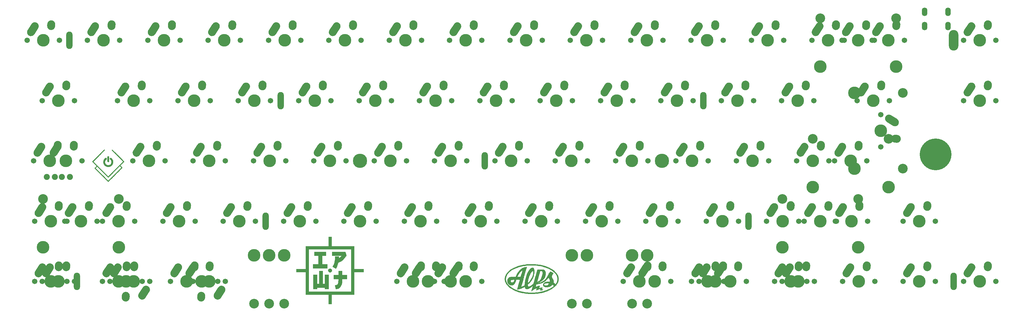
<source format=gbr>
%TF.GenerationSoftware,KiCad,Pcbnew,(5.1.10)-1*%
%TF.CreationDate,2021-07-26T00:01:35+07:00*%
%TF.ProjectId,Leopold Replacement,4c656f70-6f6c-4642-9052-65706c616365,rev?*%
%TF.SameCoordinates,Original*%
%TF.FileFunction,Soldermask,Top*%
%TF.FilePolarity,Negative*%
%FSLAX46Y46*%
G04 Gerber Fmt 4.6, Leading zero omitted, Abs format (unit mm)*
G04 Created by KiCad (PCBNEW (5.1.10)-1) date 2021-07-26 00:01:35*
%MOMM*%
%LPD*%
G01*
G04 APERTURE LIST*
%ADD10C,0.010000*%
%ADD11C,3.987800*%
%ADD12C,1.701800*%
%ADD13C,3.048000*%
%ADD14O,1.700000X2.700000*%
%ADD15C,4.500000*%
%ADD16O,2.000000X5.500000*%
%ADD17O,3.000000X6.500000*%
%ADD18C,10.000000*%
%ADD19C,1.905000*%
G04 APERTURE END LIST*
D10*
%TO.C,LOGO1*%
G36*
X29718980Y-44974152D02*
G01*
X29751573Y-44985278D01*
X29779641Y-45005034D01*
X29793569Y-45021180D01*
X29806841Y-45048520D01*
X29813433Y-45080893D01*
X29812676Y-45113630D01*
X29809080Y-45129485D01*
X29807413Y-45132403D01*
X29803461Y-45137539D01*
X29797020Y-45145099D01*
X29787887Y-45155288D01*
X29775857Y-45168312D01*
X29760727Y-45184377D01*
X29742293Y-45203688D01*
X29720351Y-45226452D01*
X29694697Y-45252874D01*
X29665127Y-45283159D01*
X29631437Y-45317514D01*
X29593423Y-45356145D01*
X29550881Y-45399256D01*
X29503607Y-45447055D01*
X29451398Y-45499745D01*
X29394049Y-45557534D01*
X29331357Y-45620627D01*
X29263117Y-45689230D01*
X29189126Y-45763548D01*
X29109180Y-45843788D01*
X29023074Y-45930154D01*
X28930605Y-46022853D01*
X28831569Y-46122091D01*
X28725762Y-46228073D01*
X28612980Y-46341004D01*
X28493019Y-46461092D01*
X28365675Y-46588540D01*
X28230744Y-46723556D01*
X28088023Y-46866345D01*
X28026097Y-46928295D01*
X26250137Y-48704878D01*
X30959107Y-53413848D01*
X33313597Y-51059353D01*
X35668086Y-48704858D01*
X33894913Y-46931139D01*
X33775599Y-46811766D01*
X33658298Y-46694366D01*
X33543270Y-46579198D01*
X33430775Y-46466524D01*
X33321073Y-46356607D01*
X33214423Y-46249706D01*
X33111085Y-46146083D01*
X33011319Y-46046000D01*
X32915386Y-45949717D01*
X32823544Y-45857496D01*
X32736054Y-45769599D01*
X32653175Y-45686286D01*
X32575167Y-45607820D01*
X32502290Y-45534460D01*
X32434805Y-45466469D01*
X32372970Y-45404107D01*
X32317045Y-45347637D01*
X32267290Y-45297319D01*
X32223966Y-45253415D01*
X32187332Y-45216185D01*
X32157647Y-45185892D01*
X32135172Y-45162796D01*
X32120167Y-45147159D01*
X32112890Y-45139242D01*
X32112227Y-45138363D01*
X32103554Y-45109158D01*
X32103507Y-45076737D01*
X32111421Y-45044517D01*
X32126630Y-45015917D01*
X32138727Y-45002152D01*
X32165845Y-44984176D01*
X32198154Y-44974207D01*
X32232261Y-44972729D01*
X32264770Y-44980226D01*
X32271537Y-44983209D01*
X32276977Y-44987585D01*
X32289086Y-44998684D01*
X32307926Y-45016571D01*
X32333562Y-45041308D01*
X32366059Y-45072960D01*
X32405481Y-45111591D01*
X32451890Y-45157263D01*
X32505353Y-45210041D01*
X32565932Y-45269989D01*
X32633692Y-45337169D01*
X32708697Y-45411646D01*
X32791011Y-45493484D01*
X32880698Y-45582747D01*
X32977822Y-45679497D01*
X33082448Y-45783798D01*
X33194639Y-45895715D01*
X33314459Y-46015312D01*
X33441973Y-46142651D01*
X33577245Y-46277796D01*
X33720338Y-46420811D01*
X33871318Y-46571761D01*
X34030247Y-46730708D01*
X34119224Y-46819714D01*
X35943704Y-48644925D01*
X35950591Y-48674891D01*
X35954476Y-48699578D01*
X35953081Y-48722322D01*
X35950564Y-48734823D01*
X35949534Y-48738975D01*
X35948152Y-48743184D01*
X35946030Y-48747853D01*
X35942783Y-48753384D01*
X35938023Y-48760176D01*
X35931365Y-48768633D01*
X35922422Y-48779156D01*
X35910808Y-48792145D01*
X35896136Y-48808004D01*
X35878021Y-48827132D01*
X35856074Y-48849932D01*
X35829911Y-48876806D01*
X35799145Y-48908154D01*
X35763389Y-48944379D01*
X35722257Y-48985881D01*
X35675363Y-49033062D01*
X35622320Y-49086325D01*
X35562741Y-49146069D01*
X35496241Y-49212698D01*
X35422433Y-49286612D01*
X35343627Y-49365513D01*
X34743603Y-49966237D01*
X35049553Y-50273064D01*
X35106621Y-50330317D01*
X35156158Y-50380087D01*
X35198709Y-50422957D01*
X35234820Y-50459509D01*
X35265038Y-50490329D01*
X35289907Y-50516000D01*
X35309974Y-50537105D01*
X35325784Y-50554228D01*
X35337882Y-50567953D01*
X35346815Y-50578863D01*
X35353128Y-50587543D01*
X35357367Y-50594574D01*
X35360077Y-50600542D01*
X35361805Y-50606030D01*
X35362150Y-50607405D01*
X35365792Y-50641809D01*
X35360664Y-50674686D01*
X35354478Y-50690144D01*
X35350066Y-50694952D01*
X35337816Y-50707595D01*
X35317960Y-50727837D01*
X35290735Y-50755445D01*
X35256374Y-50790181D01*
X35215113Y-50831810D01*
X35167186Y-50880098D01*
X35112827Y-50934809D01*
X35052271Y-50995708D01*
X34985754Y-51062558D01*
X34913508Y-51135125D01*
X34835770Y-51213174D01*
X34752773Y-51296468D01*
X34664752Y-51384773D01*
X34571943Y-51477853D01*
X34474579Y-51575473D01*
X34372895Y-51677398D01*
X34267125Y-51783391D01*
X34157505Y-51893218D01*
X34044269Y-52006644D01*
X33927652Y-52123432D01*
X33807887Y-52243348D01*
X33685211Y-52366156D01*
X33559857Y-52491621D01*
X33432060Y-52619507D01*
X33302054Y-52749580D01*
X33187668Y-52864005D01*
X33012454Y-53039249D01*
X32845210Y-53206486D01*
X32685852Y-53365800D01*
X32534298Y-53517273D01*
X32390463Y-53660989D01*
X32254263Y-53797032D01*
X32125615Y-53925484D01*
X32004435Y-54046430D01*
X31890639Y-54159951D01*
X31784144Y-54266132D01*
X31684866Y-54365056D01*
X31592721Y-54456807D01*
X31507624Y-54541466D01*
X31429494Y-54619118D01*
X31358245Y-54689847D01*
X31293795Y-54753734D01*
X31236059Y-54810865D01*
X31184953Y-54861321D01*
X31140394Y-54905186D01*
X31102299Y-54942544D01*
X31070583Y-54973477D01*
X31045162Y-54998070D01*
X31025954Y-55016405D01*
X31012874Y-55028565D01*
X31005838Y-55034635D01*
X31004766Y-55035346D01*
X30972960Y-55044276D01*
X30937489Y-55043835D01*
X30916294Y-55039192D01*
X30913228Y-55037211D01*
X30907080Y-55032097D01*
X30897677Y-55023677D01*
X30884847Y-55011780D01*
X30868416Y-54996235D01*
X30848212Y-54976869D01*
X30824062Y-54953511D01*
X30795794Y-54925989D01*
X30763233Y-54894132D01*
X30726208Y-54857768D01*
X30684545Y-54816725D01*
X30638072Y-54770832D01*
X30586615Y-54719918D01*
X30530003Y-54663810D01*
X30468062Y-54602337D01*
X30400619Y-54535327D01*
X30327501Y-54462609D01*
X30248536Y-54384010D01*
X30163551Y-54299361D01*
X30072372Y-54208488D01*
X29974828Y-54111220D01*
X29870745Y-54007386D01*
X29759950Y-53896813D01*
X29642270Y-53779331D01*
X29517533Y-53654768D01*
X29385566Y-53522951D01*
X29246196Y-53383710D01*
X29099250Y-53236873D01*
X28944555Y-53082268D01*
X28811496Y-52949269D01*
X28678448Y-52816255D01*
X28547787Y-52685591D01*
X28419740Y-52557503D01*
X28294535Y-52432219D01*
X28172396Y-52309968D01*
X28053553Y-52190977D01*
X27938230Y-52075474D01*
X27826656Y-51963686D01*
X27719056Y-51855842D01*
X27615658Y-51752170D01*
X27516689Y-51652896D01*
X27422375Y-51558249D01*
X27332944Y-51468457D01*
X27248621Y-51383748D01*
X27169635Y-51304348D01*
X27096211Y-51230487D01*
X27028576Y-51162392D01*
X26966958Y-51100291D01*
X26911583Y-51044411D01*
X26862678Y-50994981D01*
X26820470Y-50952227D01*
X26785185Y-50916379D01*
X26757051Y-50887663D01*
X26736294Y-50866308D01*
X26723141Y-50852541D01*
X26717819Y-50846591D01*
X26717730Y-50846442D01*
X26706545Y-50811668D01*
X26706482Y-50793941D01*
X26992148Y-50793941D01*
X28972772Y-52774663D01*
X29098831Y-52900713D01*
X29222876Y-53024718D01*
X29344664Y-53146435D01*
X29463948Y-53265620D01*
X29580484Y-53382029D01*
X29694028Y-53495419D01*
X29804334Y-53605544D01*
X29911158Y-53712163D01*
X30014255Y-53815030D01*
X30113380Y-53913902D01*
X30208288Y-54008535D01*
X30298735Y-54098686D01*
X30384477Y-54184109D01*
X30465267Y-54264563D01*
X30540861Y-54339802D01*
X30611015Y-54409583D01*
X30675484Y-54473662D01*
X30734022Y-54531796D01*
X30786386Y-54583739D01*
X30832330Y-54629250D01*
X30871610Y-54668083D01*
X30903981Y-54699995D01*
X30929197Y-54724742D01*
X30947015Y-54742080D01*
X30957189Y-54751765D01*
X30959652Y-54753863D01*
X30964038Y-54749767D01*
X30976249Y-54737832D01*
X30996044Y-54718297D01*
X31023183Y-54691402D01*
X31057427Y-54657386D01*
X31098535Y-54616490D01*
X31146267Y-54568954D01*
X31200384Y-54515018D01*
X31260644Y-54454920D01*
X31326808Y-54388902D01*
X31398636Y-54317202D01*
X31475887Y-54240062D01*
X31558323Y-54157720D01*
X31645701Y-54070417D01*
X31737783Y-53978392D01*
X31834329Y-53881886D01*
X31935098Y-53781137D01*
X32039849Y-53676387D01*
X32148344Y-53567875D01*
X32260342Y-53455840D01*
X32375603Y-53340523D01*
X32493887Y-53222163D01*
X32614953Y-53101000D01*
X32738562Y-52977275D01*
X32864473Y-52851227D01*
X32992447Y-52723095D01*
X33021246Y-52694258D01*
X35076584Y-50636177D01*
X34825799Y-50385441D01*
X34575015Y-50134705D01*
X32801306Y-51908217D01*
X32645458Y-52064030D01*
X32497542Y-52211873D01*
X32357439Y-52351865D01*
X32225028Y-52484126D01*
X32100188Y-52608777D01*
X31982799Y-52725937D01*
X31872739Y-52835727D01*
X31769888Y-52938265D01*
X31674126Y-53033671D01*
X31585331Y-53122067D01*
X31503383Y-53203571D01*
X31428161Y-53278303D01*
X31359545Y-53346384D01*
X31297413Y-53407933D01*
X31241645Y-53463070D01*
X31192120Y-53511914D01*
X31148718Y-53554587D01*
X31111318Y-53591207D01*
X31079799Y-53621894D01*
X31054040Y-53646769D01*
X31033920Y-53665951D01*
X31019320Y-53679561D01*
X31010118Y-53687717D01*
X31006377Y-53690484D01*
X30982061Y-53696826D01*
X30953441Y-53699003D01*
X30926150Y-53696847D01*
X30912385Y-53693268D01*
X30907195Y-53688821D01*
X30894170Y-53676523D01*
X30873538Y-53656599D01*
X30845529Y-53629279D01*
X30810373Y-53594790D01*
X30768297Y-53553360D01*
X30719531Y-53505216D01*
X30664305Y-53450586D01*
X30602847Y-53389697D01*
X30535387Y-53322778D01*
X30462153Y-53250057D01*
X30383375Y-53171760D01*
X30299281Y-53088115D01*
X30210102Y-52999351D01*
X30116065Y-52905695D01*
X30017400Y-52807375D01*
X29914336Y-52704617D01*
X29807102Y-52597651D01*
X29695928Y-52486704D01*
X29581042Y-52372003D01*
X29462673Y-52253777D01*
X29341051Y-52132252D01*
X29216405Y-52007657D01*
X29196798Y-51988054D01*
X27497278Y-50288811D01*
X26992148Y-50793941D01*
X26706482Y-50793941D01*
X26706420Y-50776635D01*
X26709673Y-50761127D01*
X26711466Y-50755622D01*
X26714299Y-50749564D01*
X26718719Y-50742370D01*
X26725270Y-50733460D01*
X26734497Y-50722253D01*
X26746945Y-50708166D01*
X26763159Y-50690620D01*
X26783685Y-50669033D01*
X26809067Y-50642823D01*
X26839850Y-50611409D01*
X26876580Y-50574211D01*
X26919802Y-50530646D01*
X26970060Y-50480134D01*
X27022858Y-50427149D01*
X27328770Y-50120295D01*
X26654076Y-49445396D01*
X26558218Y-49349456D01*
X26470308Y-49261357D01*
X26390170Y-49180921D01*
X26317629Y-49107970D01*
X26252511Y-49042324D01*
X26194638Y-48983806D01*
X26143837Y-48932236D01*
X26099931Y-48887435D01*
X26062744Y-48849226D01*
X26032103Y-48817429D01*
X26007830Y-48791865D01*
X25989752Y-48772356D01*
X25977691Y-48758724D01*
X25971473Y-48750789D01*
X25970625Y-48749276D01*
X25962877Y-48716617D01*
X25964567Y-48682304D01*
X25972834Y-48656340D01*
X25977716Y-48650473D01*
X25990373Y-48636873D01*
X26010493Y-48615853D01*
X26037766Y-48587723D01*
X26071878Y-48552795D01*
X26112520Y-48511381D01*
X26159379Y-48463792D01*
X26212143Y-48410339D01*
X26270501Y-48351334D01*
X26334142Y-48287088D01*
X26402753Y-48217912D01*
X26476024Y-48144119D01*
X26553643Y-48066019D01*
X26635297Y-47983924D01*
X26720677Y-47898145D01*
X26809469Y-47808993D01*
X26901362Y-47716781D01*
X26996046Y-47621819D01*
X27093208Y-47524420D01*
X27192536Y-47424893D01*
X27293719Y-47323552D01*
X27396446Y-47220706D01*
X27500405Y-47116668D01*
X27605285Y-47011749D01*
X27710773Y-46906261D01*
X27816558Y-46800514D01*
X27922329Y-46694820D01*
X28027774Y-46589492D01*
X28132581Y-46484839D01*
X28236440Y-46381174D01*
X28339037Y-46278808D01*
X28440063Y-46178052D01*
X28539205Y-46079217D01*
X28636151Y-45982616D01*
X28730590Y-45888560D01*
X28822211Y-45797359D01*
X28910701Y-45709326D01*
X28995750Y-45624772D01*
X29077046Y-45544008D01*
X29154277Y-45467346D01*
X29227131Y-45395097D01*
X29295297Y-45327572D01*
X29358464Y-45265083D01*
X29416320Y-45207942D01*
X29468552Y-45156459D01*
X29514851Y-45110947D01*
X29554904Y-45071716D01*
X29588399Y-45039078D01*
X29615025Y-45013344D01*
X29634470Y-44994826D01*
X29646424Y-44983836D01*
X29650392Y-44980669D01*
X29684405Y-44972376D01*
X29718980Y-44974152D01*
G37*
X29718980Y-44974152D02*
X29751573Y-44985278D01*
X29779641Y-45005034D01*
X29793569Y-45021180D01*
X29806841Y-45048520D01*
X29813433Y-45080893D01*
X29812676Y-45113630D01*
X29809080Y-45129485D01*
X29807413Y-45132403D01*
X29803461Y-45137539D01*
X29797020Y-45145099D01*
X29787887Y-45155288D01*
X29775857Y-45168312D01*
X29760727Y-45184377D01*
X29742293Y-45203688D01*
X29720351Y-45226452D01*
X29694697Y-45252874D01*
X29665127Y-45283159D01*
X29631437Y-45317514D01*
X29593423Y-45356145D01*
X29550881Y-45399256D01*
X29503607Y-45447055D01*
X29451398Y-45499745D01*
X29394049Y-45557534D01*
X29331357Y-45620627D01*
X29263117Y-45689230D01*
X29189126Y-45763548D01*
X29109180Y-45843788D01*
X29023074Y-45930154D01*
X28930605Y-46022853D01*
X28831569Y-46122091D01*
X28725762Y-46228073D01*
X28612980Y-46341004D01*
X28493019Y-46461092D01*
X28365675Y-46588540D01*
X28230744Y-46723556D01*
X28088023Y-46866345D01*
X28026097Y-46928295D01*
X26250137Y-48704878D01*
X30959107Y-53413848D01*
X33313597Y-51059353D01*
X35668086Y-48704858D01*
X33894913Y-46931139D01*
X33775599Y-46811766D01*
X33658298Y-46694366D01*
X33543270Y-46579198D01*
X33430775Y-46466524D01*
X33321073Y-46356607D01*
X33214423Y-46249706D01*
X33111085Y-46146083D01*
X33011319Y-46046000D01*
X32915386Y-45949717D01*
X32823544Y-45857496D01*
X32736054Y-45769599D01*
X32653175Y-45686286D01*
X32575167Y-45607820D01*
X32502290Y-45534460D01*
X32434805Y-45466469D01*
X32372970Y-45404107D01*
X32317045Y-45347637D01*
X32267290Y-45297319D01*
X32223966Y-45253415D01*
X32187332Y-45216185D01*
X32157647Y-45185892D01*
X32135172Y-45162796D01*
X32120167Y-45147159D01*
X32112890Y-45139242D01*
X32112227Y-45138363D01*
X32103554Y-45109158D01*
X32103507Y-45076737D01*
X32111421Y-45044517D01*
X32126630Y-45015917D01*
X32138727Y-45002152D01*
X32165845Y-44984176D01*
X32198154Y-44974207D01*
X32232261Y-44972729D01*
X32264770Y-44980226D01*
X32271537Y-44983209D01*
X32276977Y-44987585D01*
X32289086Y-44998684D01*
X32307926Y-45016571D01*
X32333562Y-45041308D01*
X32366059Y-45072960D01*
X32405481Y-45111591D01*
X32451890Y-45157263D01*
X32505353Y-45210041D01*
X32565932Y-45269989D01*
X32633692Y-45337169D01*
X32708697Y-45411646D01*
X32791011Y-45493484D01*
X32880698Y-45582747D01*
X32977822Y-45679497D01*
X33082448Y-45783798D01*
X33194639Y-45895715D01*
X33314459Y-46015312D01*
X33441973Y-46142651D01*
X33577245Y-46277796D01*
X33720338Y-46420811D01*
X33871318Y-46571761D01*
X34030247Y-46730708D01*
X34119224Y-46819714D01*
X35943704Y-48644925D01*
X35950591Y-48674891D01*
X35954476Y-48699578D01*
X35953081Y-48722322D01*
X35950564Y-48734823D01*
X35949534Y-48738975D01*
X35948152Y-48743184D01*
X35946030Y-48747853D01*
X35942783Y-48753384D01*
X35938023Y-48760176D01*
X35931365Y-48768633D01*
X35922422Y-48779156D01*
X35910808Y-48792145D01*
X35896136Y-48808004D01*
X35878021Y-48827132D01*
X35856074Y-48849932D01*
X35829911Y-48876806D01*
X35799145Y-48908154D01*
X35763389Y-48944379D01*
X35722257Y-48985881D01*
X35675363Y-49033062D01*
X35622320Y-49086325D01*
X35562741Y-49146069D01*
X35496241Y-49212698D01*
X35422433Y-49286612D01*
X35343627Y-49365513D01*
X34743603Y-49966237D01*
X35049553Y-50273064D01*
X35106621Y-50330317D01*
X35156158Y-50380087D01*
X35198709Y-50422957D01*
X35234820Y-50459509D01*
X35265038Y-50490329D01*
X35289907Y-50516000D01*
X35309974Y-50537105D01*
X35325784Y-50554228D01*
X35337882Y-50567953D01*
X35346815Y-50578863D01*
X35353128Y-50587543D01*
X35357367Y-50594574D01*
X35360077Y-50600542D01*
X35361805Y-50606030D01*
X35362150Y-50607405D01*
X35365792Y-50641809D01*
X35360664Y-50674686D01*
X35354478Y-50690144D01*
X35350066Y-50694952D01*
X35337816Y-50707595D01*
X35317960Y-50727837D01*
X35290735Y-50755445D01*
X35256374Y-50790181D01*
X35215113Y-50831810D01*
X35167186Y-50880098D01*
X35112827Y-50934809D01*
X35052271Y-50995708D01*
X34985754Y-51062558D01*
X34913508Y-51135125D01*
X34835770Y-51213174D01*
X34752773Y-51296468D01*
X34664752Y-51384773D01*
X34571943Y-51477853D01*
X34474579Y-51575473D01*
X34372895Y-51677398D01*
X34267125Y-51783391D01*
X34157505Y-51893218D01*
X34044269Y-52006644D01*
X33927652Y-52123432D01*
X33807887Y-52243348D01*
X33685211Y-52366156D01*
X33559857Y-52491621D01*
X33432060Y-52619507D01*
X33302054Y-52749580D01*
X33187668Y-52864005D01*
X33012454Y-53039249D01*
X32845210Y-53206486D01*
X32685852Y-53365800D01*
X32534298Y-53517273D01*
X32390463Y-53660989D01*
X32254263Y-53797032D01*
X32125615Y-53925484D01*
X32004435Y-54046430D01*
X31890639Y-54159951D01*
X31784144Y-54266132D01*
X31684866Y-54365056D01*
X31592721Y-54456807D01*
X31507624Y-54541466D01*
X31429494Y-54619118D01*
X31358245Y-54689847D01*
X31293795Y-54753734D01*
X31236059Y-54810865D01*
X31184953Y-54861321D01*
X31140394Y-54905186D01*
X31102299Y-54942544D01*
X31070583Y-54973477D01*
X31045162Y-54998070D01*
X31025954Y-55016405D01*
X31012874Y-55028565D01*
X31005838Y-55034635D01*
X31004766Y-55035346D01*
X30972960Y-55044276D01*
X30937489Y-55043835D01*
X30916294Y-55039192D01*
X30913228Y-55037211D01*
X30907080Y-55032097D01*
X30897677Y-55023677D01*
X30884847Y-55011780D01*
X30868416Y-54996235D01*
X30848212Y-54976869D01*
X30824062Y-54953511D01*
X30795794Y-54925989D01*
X30763233Y-54894132D01*
X30726208Y-54857768D01*
X30684545Y-54816725D01*
X30638072Y-54770832D01*
X30586615Y-54719918D01*
X30530003Y-54663810D01*
X30468062Y-54602337D01*
X30400619Y-54535327D01*
X30327501Y-54462609D01*
X30248536Y-54384010D01*
X30163551Y-54299361D01*
X30072372Y-54208488D01*
X29974828Y-54111220D01*
X29870745Y-54007386D01*
X29759950Y-53896813D01*
X29642270Y-53779331D01*
X29517533Y-53654768D01*
X29385566Y-53522951D01*
X29246196Y-53383710D01*
X29099250Y-53236873D01*
X28944555Y-53082268D01*
X28811496Y-52949269D01*
X28678448Y-52816255D01*
X28547787Y-52685591D01*
X28419740Y-52557503D01*
X28294535Y-52432219D01*
X28172396Y-52309968D01*
X28053553Y-52190977D01*
X27938230Y-52075474D01*
X27826656Y-51963686D01*
X27719056Y-51855842D01*
X27615658Y-51752170D01*
X27516689Y-51652896D01*
X27422375Y-51558249D01*
X27332944Y-51468457D01*
X27248621Y-51383748D01*
X27169635Y-51304348D01*
X27096211Y-51230487D01*
X27028576Y-51162392D01*
X26966958Y-51100291D01*
X26911583Y-51044411D01*
X26862678Y-50994981D01*
X26820470Y-50952227D01*
X26785185Y-50916379D01*
X26757051Y-50887663D01*
X26736294Y-50866308D01*
X26723141Y-50852541D01*
X26717819Y-50846591D01*
X26717730Y-50846442D01*
X26706545Y-50811668D01*
X26706482Y-50793941D01*
X26992148Y-50793941D01*
X28972772Y-52774663D01*
X29098831Y-52900713D01*
X29222876Y-53024718D01*
X29344664Y-53146435D01*
X29463948Y-53265620D01*
X29580484Y-53382029D01*
X29694028Y-53495419D01*
X29804334Y-53605544D01*
X29911158Y-53712163D01*
X30014255Y-53815030D01*
X30113380Y-53913902D01*
X30208288Y-54008535D01*
X30298735Y-54098686D01*
X30384477Y-54184109D01*
X30465267Y-54264563D01*
X30540861Y-54339802D01*
X30611015Y-54409583D01*
X30675484Y-54473662D01*
X30734022Y-54531796D01*
X30786386Y-54583739D01*
X30832330Y-54629250D01*
X30871610Y-54668083D01*
X30903981Y-54699995D01*
X30929197Y-54724742D01*
X30947015Y-54742080D01*
X30957189Y-54751765D01*
X30959652Y-54753863D01*
X30964038Y-54749767D01*
X30976249Y-54737832D01*
X30996044Y-54718297D01*
X31023183Y-54691402D01*
X31057427Y-54657386D01*
X31098535Y-54616490D01*
X31146267Y-54568954D01*
X31200384Y-54515018D01*
X31260644Y-54454920D01*
X31326808Y-54388902D01*
X31398636Y-54317202D01*
X31475887Y-54240062D01*
X31558323Y-54157720D01*
X31645701Y-54070417D01*
X31737783Y-53978392D01*
X31834329Y-53881886D01*
X31935098Y-53781137D01*
X32039849Y-53676387D01*
X32148344Y-53567875D01*
X32260342Y-53455840D01*
X32375603Y-53340523D01*
X32493887Y-53222163D01*
X32614953Y-53101000D01*
X32738562Y-52977275D01*
X32864473Y-52851227D01*
X32992447Y-52723095D01*
X33021246Y-52694258D01*
X35076584Y-50636177D01*
X34825799Y-50385441D01*
X34575015Y-50134705D01*
X32801306Y-51908217D01*
X32645458Y-52064030D01*
X32497542Y-52211873D01*
X32357439Y-52351865D01*
X32225028Y-52484126D01*
X32100188Y-52608777D01*
X31982799Y-52725937D01*
X31872739Y-52835727D01*
X31769888Y-52938265D01*
X31674126Y-53033671D01*
X31585331Y-53122067D01*
X31503383Y-53203571D01*
X31428161Y-53278303D01*
X31359545Y-53346384D01*
X31297413Y-53407933D01*
X31241645Y-53463070D01*
X31192120Y-53511914D01*
X31148718Y-53554587D01*
X31111318Y-53591207D01*
X31079799Y-53621894D01*
X31054040Y-53646769D01*
X31033920Y-53665951D01*
X31019320Y-53679561D01*
X31010118Y-53687717D01*
X31006377Y-53690484D01*
X30982061Y-53696826D01*
X30953441Y-53699003D01*
X30926150Y-53696847D01*
X30912385Y-53693268D01*
X30907195Y-53688821D01*
X30894170Y-53676523D01*
X30873538Y-53656599D01*
X30845529Y-53629279D01*
X30810373Y-53594790D01*
X30768297Y-53553360D01*
X30719531Y-53505216D01*
X30664305Y-53450586D01*
X30602847Y-53389697D01*
X30535387Y-53322778D01*
X30462153Y-53250057D01*
X30383375Y-53171760D01*
X30299281Y-53088115D01*
X30210102Y-52999351D01*
X30116065Y-52905695D01*
X30017400Y-52807375D01*
X29914336Y-52704617D01*
X29807102Y-52597651D01*
X29695928Y-52486704D01*
X29581042Y-52372003D01*
X29462673Y-52253777D01*
X29341051Y-52132252D01*
X29216405Y-52007657D01*
X29196798Y-51988054D01*
X27497278Y-50288811D01*
X26992148Y-50793941D01*
X26706482Y-50793941D01*
X26706420Y-50776635D01*
X26709673Y-50761127D01*
X26711466Y-50755622D01*
X26714299Y-50749564D01*
X26718719Y-50742370D01*
X26725270Y-50733460D01*
X26734497Y-50722253D01*
X26746945Y-50708166D01*
X26763159Y-50690620D01*
X26783685Y-50669033D01*
X26809067Y-50642823D01*
X26839850Y-50611409D01*
X26876580Y-50574211D01*
X26919802Y-50530646D01*
X26970060Y-50480134D01*
X27022858Y-50427149D01*
X27328770Y-50120295D01*
X26654076Y-49445396D01*
X26558218Y-49349456D01*
X26470308Y-49261357D01*
X26390170Y-49180921D01*
X26317629Y-49107970D01*
X26252511Y-49042324D01*
X26194638Y-48983806D01*
X26143837Y-48932236D01*
X26099931Y-48887435D01*
X26062744Y-48849226D01*
X26032103Y-48817429D01*
X26007830Y-48791865D01*
X25989752Y-48772356D01*
X25977691Y-48758724D01*
X25971473Y-48750789D01*
X25970625Y-48749276D01*
X25962877Y-48716617D01*
X25964567Y-48682304D01*
X25972834Y-48656340D01*
X25977716Y-48650473D01*
X25990373Y-48636873D01*
X26010493Y-48615853D01*
X26037766Y-48587723D01*
X26071878Y-48552795D01*
X26112520Y-48511381D01*
X26159379Y-48463792D01*
X26212143Y-48410339D01*
X26270501Y-48351334D01*
X26334142Y-48287088D01*
X26402753Y-48217912D01*
X26476024Y-48144119D01*
X26553643Y-48066019D01*
X26635297Y-47983924D01*
X26720677Y-47898145D01*
X26809469Y-47808993D01*
X26901362Y-47716781D01*
X26996046Y-47621819D01*
X27093208Y-47524420D01*
X27192536Y-47424893D01*
X27293719Y-47323552D01*
X27396446Y-47220706D01*
X27500405Y-47116668D01*
X27605285Y-47011749D01*
X27710773Y-46906261D01*
X27816558Y-46800514D01*
X27922329Y-46694820D01*
X28027774Y-46589492D01*
X28132581Y-46484839D01*
X28236440Y-46381174D01*
X28339037Y-46278808D01*
X28440063Y-46178052D01*
X28539205Y-46079217D01*
X28636151Y-45982616D01*
X28730590Y-45888560D01*
X28822211Y-45797359D01*
X28910701Y-45709326D01*
X28995750Y-45624772D01*
X29077046Y-45544008D01*
X29154277Y-45467346D01*
X29227131Y-45395097D01*
X29295297Y-45327572D01*
X29358464Y-45265083D01*
X29416320Y-45207942D01*
X29468552Y-45156459D01*
X29514851Y-45110947D01*
X29554904Y-45071716D01*
X29588399Y-45039078D01*
X29615025Y-45013344D01*
X29634470Y-44994826D01*
X29646424Y-44983836D01*
X29650392Y-44980669D01*
X29684405Y-44972376D01*
X29718980Y-44974152D01*
G36*
X31785908Y-47561352D02*
G01*
X31834084Y-47578594D01*
X31859174Y-47592864D01*
X31890287Y-47614434D01*
X31925884Y-47642051D01*
X31964426Y-47674462D01*
X32004374Y-47710416D01*
X32044191Y-47748657D01*
X32049579Y-47754035D01*
X32119515Y-47828044D01*
X32180849Y-47901737D01*
X32235685Y-47978039D01*
X32286123Y-48059877D01*
X32334265Y-48150177D01*
X32334682Y-48151012D01*
X32387790Y-48270132D01*
X32430260Y-48392856D01*
X32462017Y-48518463D01*
X32482985Y-48646229D01*
X32493090Y-48775432D01*
X32492256Y-48905348D01*
X32480408Y-49035256D01*
X32457472Y-49164432D01*
X32445182Y-49215711D01*
X32413883Y-49319071D01*
X32373222Y-49424178D01*
X32324444Y-49528554D01*
X32268793Y-49629724D01*
X32207513Y-49725209D01*
X32151357Y-49800767D01*
X32124446Y-49832567D01*
X32091086Y-49869044D01*
X32053737Y-49907740D01*
X32014860Y-49946194D01*
X31976915Y-49981946D01*
X31942361Y-50012535D01*
X31926587Y-50025556D01*
X31833817Y-50093736D01*
X31733897Y-50156220D01*
X31628866Y-50212037D01*
X31520763Y-50260217D01*
X31411626Y-50299791D01*
X31303494Y-50329788D01*
X31273036Y-50336471D01*
X31195265Y-50350095D01*
X31112640Y-50360257D01*
X31028699Y-50366710D01*
X30946975Y-50369211D01*
X30871006Y-50367514D01*
X30847327Y-50365954D01*
X30727046Y-50351888D01*
X30609576Y-50328531D01*
X30495255Y-50296425D01*
X30370637Y-50250761D01*
X30251911Y-50195552D01*
X30139455Y-50131248D01*
X30033647Y-50058299D01*
X29934867Y-49977158D01*
X29843493Y-49888275D01*
X29759904Y-49792099D01*
X29684477Y-49689083D01*
X29617593Y-49579677D01*
X29559628Y-49464332D01*
X29510962Y-49343498D01*
X29471974Y-49217626D01*
X29443041Y-49087167D01*
X29434260Y-49033059D01*
X29429665Y-48991628D01*
X29426416Y-48941715D01*
X29424514Y-48886176D01*
X29423960Y-48827865D01*
X29424755Y-48769638D01*
X29426898Y-48714349D01*
X29430392Y-48664854D01*
X29434166Y-48631296D01*
X29458075Y-48499579D01*
X29492605Y-48371439D01*
X29537523Y-48247433D01*
X29592594Y-48128120D01*
X29657586Y-48014057D01*
X29732263Y-47905801D01*
X29745425Y-47888632D01*
X29777006Y-47850205D01*
X29813260Y-47809761D01*
X29852736Y-47768636D01*
X29893985Y-47728165D01*
X29935556Y-47689684D01*
X29975999Y-47654529D01*
X30013865Y-47624035D01*
X30047704Y-47599538D01*
X30076065Y-47582373D01*
X30080092Y-47580351D01*
X30129742Y-47562386D01*
X30181244Y-47555003D01*
X30232854Y-47558027D01*
X30282830Y-47571285D01*
X30329430Y-47594606D01*
X30346902Y-47606841D01*
X30371431Y-47630007D01*
X30395530Y-47660343D01*
X30416409Y-47693854D01*
X30431276Y-47726541D01*
X30432059Y-47728812D01*
X30442346Y-47776282D01*
X30443192Y-47826640D01*
X30434991Y-47876980D01*
X30418134Y-47924391D01*
X30401650Y-47953896D01*
X30388637Y-47970196D01*
X30369728Y-47989817D01*
X30348270Y-48009373D01*
X30340154Y-48016076D01*
X30307665Y-48043688D01*
X30271700Y-48077016D01*
X30234440Y-48113805D01*
X30198062Y-48151799D01*
X30164744Y-48188742D01*
X30136665Y-48222380D01*
X30121458Y-48242520D01*
X30073317Y-48318163D01*
X30030463Y-48401359D01*
X29994251Y-48488943D01*
X29966035Y-48577753D01*
X29951714Y-48639217D01*
X29944018Y-48689211D01*
X29938645Y-48746491D01*
X29935744Y-48807138D01*
X29935466Y-48867231D01*
X29937961Y-48922851D01*
X29940013Y-48945237D01*
X29957176Y-49050017D01*
X29985198Y-49151984D01*
X30023716Y-49250406D01*
X30072364Y-49344548D01*
X30130778Y-49433675D01*
X30198593Y-49517055D01*
X30251225Y-49571380D01*
X30329400Y-49638829D01*
X30415190Y-49698647D01*
X30507096Y-49750077D01*
X30603618Y-49792360D01*
X30703256Y-49824737D01*
X30790721Y-49844156D01*
X30825118Y-49848676D01*
X30867475Y-49851977D01*
X30914801Y-49854030D01*
X30964102Y-49854804D01*
X31012386Y-49854270D01*
X31056661Y-49852399D01*
X31093934Y-49849162D01*
X31107508Y-49847270D01*
X31214358Y-49824357D01*
X31317024Y-49791260D01*
X31414848Y-49748413D01*
X31507172Y-49696253D01*
X31593337Y-49635215D01*
X31672685Y-49565733D01*
X31744558Y-49488244D01*
X31808296Y-49403182D01*
X31829719Y-49369823D01*
X31849422Y-49335388D01*
X31870719Y-49294173D01*
X31891799Y-49250012D01*
X31910849Y-49206740D01*
X31926059Y-49168193D01*
X31929336Y-49158908D01*
X31957778Y-49058149D01*
X31975410Y-48955115D01*
X31982340Y-48850861D01*
X31978674Y-48746447D01*
X31964521Y-48642928D01*
X31939989Y-48541364D01*
X31905184Y-48442810D01*
X31860216Y-48348326D01*
X31843816Y-48319325D01*
X31797924Y-48247465D01*
X31748174Y-48182091D01*
X31692379Y-48120659D01*
X31628351Y-48060624D01*
X31602308Y-48038398D01*
X31577342Y-48016853D01*
X31553887Y-47995320D01*
X31534213Y-47975972D01*
X31520591Y-47960981D01*
X31518262Y-47957985D01*
X31495566Y-47918432D01*
X31480044Y-47873058D01*
X31472354Y-47825225D01*
X31473155Y-47778298D01*
X31477920Y-47752234D01*
X31496211Y-47701626D01*
X31522780Y-47657440D01*
X31556373Y-47620285D01*
X31595740Y-47590773D01*
X31639629Y-47569514D01*
X31686788Y-47557117D01*
X31735965Y-47554193D01*
X31785908Y-47561352D01*
G37*
X31785908Y-47561352D02*
X31834084Y-47578594D01*
X31859174Y-47592864D01*
X31890287Y-47614434D01*
X31925884Y-47642051D01*
X31964426Y-47674462D01*
X32004374Y-47710416D01*
X32044191Y-47748657D01*
X32049579Y-47754035D01*
X32119515Y-47828044D01*
X32180849Y-47901737D01*
X32235685Y-47978039D01*
X32286123Y-48059877D01*
X32334265Y-48150177D01*
X32334682Y-48151012D01*
X32387790Y-48270132D01*
X32430260Y-48392856D01*
X32462017Y-48518463D01*
X32482985Y-48646229D01*
X32493090Y-48775432D01*
X32492256Y-48905348D01*
X32480408Y-49035256D01*
X32457472Y-49164432D01*
X32445182Y-49215711D01*
X32413883Y-49319071D01*
X32373222Y-49424178D01*
X32324444Y-49528554D01*
X32268793Y-49629724D01*
X32207513Y-49725209D01*
X32151357Y-49800767D01*
X32124446Y-49832567D01*
X32091086Y-49869044D01*
X32053737Y-49907740D01*
X32014860Y-49946194D01*
X31976915Y-49981946D01*
X31942361Y-50012535D01*
X31926587Y-50025556D01*
X31833817Y-50093736D01*
X31733897Y-50156220D01*
X31628866Y-50212037D01*
X31520763Y-50260217D01*
X31411626Y-50299791D01*
X31303494Y-50329788D01*
X31273036Y-50336471D01*
X31195265Y-50350095D01*
X31112640Y-50360257D01*
X31028699Y-50366710D01*
X30946975Y-50369211D01*
X30871006Y-50367514D01*
X30847327Y-50365954D01*
X30727046Y-50351888D01*
X30609576Y-50328531D01*
X30495255Y-50296425D01*
X30370637Y-50250761D01*
X30251911Y-50195552D01*
X30139455Y-50131248D01*
X30033647Y-50058299D01*
X29934867Y-49977158D01*
X29843493Y-49888275D01*
X29759904Y-49792099D01*
X29684477Y-49689083D01*
X29617593Y-49579677D01*
X29559628Y-49464332D01*
X29510962Y-49343498D01*
X29471974Y-49217626D01*
X29443041Y-49087167D01*
X29434260Y-49033059D01*
X29429665Y-48991628D01*
X29426416Y-48941715D01*
X29424514Y-48886176D01*
X29423960Y-48827865D01*
X29424755Y-48769638D01*
X29426898Y-48714349D01*
X29430392Y-48664854D01*
X29434166Y-48631296D01*
X29458075Y-48499579D01*
X29492605Y-48371439D01*
X29537523Y-48247433D01*
X29592594Y-48128120D01*
X29657586Y-48014057D01*
X29732263Y-47905801D01*
X29745425Y-47888632D01*
X29777006Y-47850205D01*
X29813260Y-47809761D01*
X29852736Y-47768636D01*
X29893985Y-47728165D01*
X29935556Y-47689684D01*
X29975999Y-47654529D01*
X30013865Y-47624035D01*
X30047704Y-47599538D01*
X30076065Y-47582373D01*
X30080092Y-47580351D01*
X30129742Y-47562386D01*
X30181244Y-47555003D01*
X30232854Y-47558027D01*
X30282830Y-47571285D01*
X30329430Y-47594606D01*
X30346902Y-47606841D01*
X30371431Y-47630007D01*
X30395530Y-47660343D01*
X30416409Y-47693854D01*
X30431276Y-47726541D01*
X30432059Y-47728812D01*
X30442346Y-47776282D01*
X30443192Y-47826640D01*
X30434991Y-47876980D01*
X30418134Y-47924391D01*
X30401650Y-47953896D01*
X30388637Y-47970196D01*
X30369728Y-47989817D01*
X30348270Y-48009373D01*
X30340154Y-48016076D01*
X30307665Y-48043688D01*
X30271700Y-48077016D01*
X30234440Y-48113805D01*
X30198062Y-48151799D01*
X30164744Y-48188742D01*
X30136665Y-48222380D01*
X30121458Y-48242520D01*
X30073317Y-48318163D01*
X30030463Y-48401359D01*
X29994251Y-48488943D01*
X29966035Y-48577753D01*
X29951714Y-48639217D01*
X29944018Y-48689211D01*
X29938645Y-48746491D01*
X29935744Y-48807138D01*
X29935466Y-48867231D01*
X29937961Y-48922851D01*
X29940013Y-48945237D01*
X29957176Y-49050017D01*
X29985198Y-49151984D01*
X30023716Y-49250406D01*
X30072364Y-49344548D01*
X30130778Y-49433675D01*
X30198593Y-49517055D01*
X30251225Y-49571380D01*
X30329400Y-49638829D01*
X30415190Y-49698647D01*
X30507096Y-49750077D01*
X30603618Y-49792360D01*
X30703256Y-49824737D01*
X30790721Y-49844156D01*
X30825118Y-49848676D01*
X30867475Y-49851977D01*
X30914801Y-49854030D01*
X30964102Y-49854804D01*
X31012386Y-49854270D01*
X31056661Y-49852399D01*
X31093934Y-49849162D01*
X31107508Y-49847270D01*
X31214358Y-49824357D01*
X31317024Y-49791260D01*
X31414848Y-49748413D01*
X31507172Y-49696253D01*
X31593337Y-49635215D01*
X31672685Y-49565733D01*
X31744558Y-49488244D01*
X31808296Y-49403182D01*
X31829719Y-49369823D01*
X31849422Y-49335388D01*
X31870719Y-49294173D01*
X31891799Y-49250012D01*
X31910849Y-49206740D01*
X31926059Y-49168193D01*
X31929336Y-49158908D01*
X31957778Y-49058149D01*
X31975410Y-48955115D01*
X31982340Y-48850861D01*
X31978674Y-48746447D01*
X31964521Y-48642928D01*
X31939989Y-48541364D01*
X31905184Y-48442810D01*
X31860216Y-48348326D01*
X31843816Y-48319325D01*
X31797924Y-48247465D01*
X31748174Y-48182091D01*
X31692379Y-48120659D01*
X31628351Y-48060624D01*
X31602308Y-48038398D01*
X31577342Y-48016853D01*
X31553887Y-47995320D01*
X31534213Y-47975972D01*
X31520591Y-47960981D01*
X31518262Y-47957985D01*
X31495566Y-47918432D01*
X31480044Y-47873058D01*
X31472354Y-47825225D01*
X31473155Y-47778298D01*
X31477920Y-47752234D01*
X31496211Y-47701626D01*
X31522780Y-47657440D01*
X31556373Y-47620285D01*
X31595740Y-47590773D01*
X31639629Y-47569514D01*
X31686788Y-47557117D01*
X31735965Y-47554193D01*
X31785908Y-47561352D01*
G36*
X31004963Y-47045294D02*
G01*
X31046870Y-47056753D01*
X31058130Y-47061313D01*
X31101264Y-47085933D01*
X31139763Y-47118816D01*
X31171650Y-47157789D01*
X31194949Y-47200677D01*
X31201627Y-47219105D01*
X31203358Y-47224941D01*
X31204906Y-47231049D01*
X31206280Y-47238068D01*
X31207491Y-47246636D01*
X31208549Y-47257393D01*
X31209463Y-47270977D01*
X31210245Y-47288028D01*
X31210904Y-47309184D01*
X31211451Y-47335085D01*
X31211895Y-47366370D01*
X31212246Y-47403677D01*
X31212515Y-47447645D01*
X31212713Y-47498914D01*
X31212848Y-47558123D01*
X31212932Y-47625910D01*
X31212973Y-47702914D01*
X31212984Y-47789776D01*
X31212973Y-47887132D01*
X31212964Y-47933470D01*
X31212893Y-48042219D01*
X31212729Y-48142915D01*
X31212474Y-48235230D01*
X31212131Y-48318841D01*
X31211703Y-48393422D01*
X31211193Y-48458649D01*
X31210602Y-48514196D01*
X31209934Y-48559740D01*
X31209192Y-48594954D01*
X31208377Y-48619515D01*
X31207494Y-48633096D01*
X31207174Y-48635172D01*
X31193502Y-48675953D01*
X31171321Y-48714216D01*
X31143217Y-48748245D01*
X31111990Y-48778309D01*
X31081518Y-48799970D01*
X31048379Y-48815452D01*
X31030843Y-48821246D01*
X30998038Y-48827712D01*
X30960258Y-48830097D01*
X30922144Y-48828451D01*
X30888342Y-48822820D01*
X30877562Y-48819636D01*
X30830410Y-48797503D01*
X30788776Y-48766325D01*
X30753936Y-48727651D01*
X30727171Y-48683033D01*
X30709760Y-48634022D01*
X30705278Y-48610677D01*
X30704389Y-48598582D01*
X30703575Y-48575994D01*
X30702836Y-48543827D01*
X30702172Y-48502996D01*
X30701583Y-48454415D01*
X30701069Y-48398998D01*
X30700629Y-48337660D01*
X30700264Y-48271315D01*
X30699973Y-48200878D01*
X30699757Y-48127262D01*
X30699615Y-48051382D01*
X30699548Y-47974152D01*
X30699555Y-47896487D01*
X30699636Y-47819302D01*
X30699791Y-47743509D01*
X30700020Y-47670025D01*
X30700324Y-47599762D01*
X30700701Y-47533636D01*
X30701153Y-47472561D01*
X30701678Y-47417451D01*
X30702277Y-47369220D01*
X30702950Y-47328783D01*
X30703696Y-47297054D01*
X30704516Y-47274948D01*
X30705373Y-47263621D01*
X30718318Y-47212146D01*
X30741031Y-47165181D01*
X30772361Y-47123904D01*
X30811155Y-47089497D01*
X30856261Y-47063139D01*
X30906529Y-47046010D01*
X30920507Y-47043178D01*
X30961176Y-47040550D01*
X31004963Y-47045294D01*
G37*
X31004963Y-47045294D02*
X31046870Y-47056753D01*
X31058130Y-47061313D01*
X31101264Y-47085933D01*
X31139763Y-47118816D01*
X31171650Y-47157789D01*
X31194949Y-47200677D01*
X31201627Y-47219105D01*
X31203358Y-47224941D01*
X31204906Y-47231049D01*
X31206280Y-47238068D01*
X31207491Y-47246636D01*
X31208549Y-47257393D01*
X31209463Y-47270977D01*
X31210245Y-47288028D01*
X31210904Y-47309184D01*
X31211451Y-47335085D01*
X31211895Y-47366370D01*
X31212246Y-47403677D01*
X31212515Y-47447645D01*
X31212713Y-47498914D01*
X31212848Y-47558123D01*
X31212932Y-47625910D01*
X31212973Y-47702914D01*
X31212984Y-47789776D01*
X31212973Y-47887132D01*
X31212964Y-47933470D01*
X31212893Y-48042219D01*
X31212729Y-48142915D01*
X31212474Y-48235230D01*
X31212131Y-48318841D01*
X31211703Y-48393422D01*
X31211193Y-48458649D01*
X31210602Y-48514196D01*
X31209934Y-48559740D01*
X31209192Y-48594954D01*
X31208377Y-48619515D01*
X31207494Y-48633096D01*
X31207174Y-48635172D01*
X31193502Y-48675953D01*
X31171321Y-48714216D01*
X31143217Y-48748245D01*
X31111990Y-48778309D01*
X31081518Y-48799970D01*
X31048379Y-48815452D01*
X31030843Y-48821246D01*
X30998038Y-48827712D01*
X30960258Y-48830097D01*
X30922144Y-48828451D01*
X30888342Y-48822820D01*
X30877562Y-48819636D01*
X30830410Y-48797503D01*
X30788776Y-48766325D01*
X30753936Y-48727651D01*
X30727171Y-48683033D01*
X30709760Y-48634022D01*
X30705278Y-48610677D01*
X30704389Y-48598582D01*
X30703575Y-48575994D01*
X30702836Y-48543827D01*
X30702172Y-48502996D01*
X30701583Y-48454415D01*
X30701069Y-48398998D01*
X30700629Y-48337660D01*
X30700264Y-48271315D01*
X30699973Y-48200878D01*
X30699757Y-48127262D01*
X30699615Y-48051382D01*
X30699548Y-47974152D01*
X30699555Y-47896487D01*
X30699636Y-47819302D01*
X30699791Y-47743509D01*
X30700020Y-47670025D01*
X30700324Y-47599762D01*
X30700701Y-47533636D01*
X30701153Y-47472561D01*
X30701678Y-47417451D01*
X30702277Y-47369220D01*
X30702950Y-47328783D01*
X30703696Y-47297054D01*
X30704516Y-47274948D01*
X30705373Y-47263621D01*
X30718318Y-47212146D01*
X30741031Y-47165181D01*
X30772361Y-47123904D01*
X30811155Y-47089497D01*
X30856261Y-47063139D01*
X30906529Y-47046010D01*
X30920507Y-47043178D01*
X30961176Y-47040550D01*
X31004963Y-47045294D01*
%TO.C,G\u002A\u002A\u002A*%
G36*
X101257583Y-75435583D02*
G01*
X108411917Y-75435583D01*
X108411917Y-82589917D01*
X111385833Y-82589917D01*
X111385833Y-83500083D01*
X108411917Y-83500083D01*
X108411917Y-90654417D01*
X101257583Y-90654417D01*
X101257583Y-93628333D01*
X100347417Y-93628333D01*
X100347417Y-90654417D01*
X93193083Y-90654417D01*
X93193083Y-83500083D01*
X90219167Y-83500083D01*
X90219167Y-82589917D01*
X93193083Y-82589917D01*
X93193083Y-76345750D01*
X94103250Y-76345750D01*
X94103250Y-89744250D01*
X107501750Y-89744250D01*
X107501750Y-76345750D01*
X94103250Y-76345750D01*
X93193083Y-76345750D01*
X93193083Y-75435583D01*
X100347417Y-75435583D01*
X100347417Y-72461667D01*
X101257583Y-72461667D01*
X101257583Y-75435583D01*
G37*
X101257583Y-75435583D02*
X108411917Y-75435583D01*
X108411917Y-82589917D01*
X111385833Y-82589917D01*
X111385833Y-83500083D01*
X108411917Y-83500083D01*
X108411917Y-90654417D01*
X101257583Y-90654417D01*
X101257583Y-93628333D01*
X100347417Y-93628333D01*
X100347417Y-90654417D01*
X93193083Y-90654417D01*
X93193083Y-83500083D01*
X90219167Y-83500083D01*
X90219167Y-82589917D01*
X93193083Y-82589917D01*
X93193083Y-76345750D01*
X94103250Y-76345750D01*
X94103250Y-89744250D01*
X107501750Y-89744250D01*
X107501750Y-76345750D01*
X94103250Y-76345750D01*
X93193083Y-76345750D01*
X93193083Y-75435583D01*
X100347417Y-75435583D01*
X100347417Y-72461667D01*
X101257583Y-72461667D01*
X101257583Y-75435583D01*
G36*
X104633667Y-84494917D02*
G01*
X106147083Y-84494917D01*
X106147083Y-85712000D01*
X104633667Y-85712000D01*
X104633520Y-85878687D01*
X104631849Y-86014483D01*
X104627268Y-86159249D01*
X104620086Y-86308563D01*
X104610611Y-86458004D01*
X104599150Y-86603150D01*
X104586010Y-86739578D01*
X104571501Y-86862867D01*
X104558926Y-86950250D01*
X104530299Y-87101062D01*
X104492169Y-87257262D01*
X104446265Y-87413365D01*
X104394313Y-87563888D01*
X104338041Y-87703347D01*
X104288917Y-87807500D01*
X104197087Y-87971306D01*
X104094769Y-88122187D01*
X103978235Y-88265219D01*
X103865417Y-88384222D01*
X103740978Y-88496234D01*
X103606967Y-88594394D01*
X103461767Y-88679465D01*
X103303759Y-88752211D01*
X103131328Y-88813396D01*
X102942854Y-88863783D01*
X102779434Y-88896832D01*
X102722387Y-88906932D01*
X102682837Y-88913517D01*
X102657402Y-88916545D01*
X102642699Y-88915972D01*
X102635347Y-88911757D01*
X102631962Y-88903855D01*
X102629859Y-88894937D01*
X102625198Y-88874709D01*
X102616824Y-88837041D01*
X102605216Y-88784162D01*
X102590855Y-88718301D01*
X102574218Y-88641686D01*
X102555785Y-88556545D01*
X102536036Y-88465107D01*
X102515447Y-88369600D01*
X102494500Y-88272253D01*
X102473673Y-88175293D01*
X102453445Y-88080950D01*
X102434295Y-87991451D01*
X102416702Y-87909026D01*
X102401145Y-87835901D01*
X102388104Y-87774307D01*
X102378056Y-87726471D01*
X102371482Y-87694621D01*
X102368860Y-87680986D01*
X102368833Y-87680695D01*
X102379211Y-87676349D01*
X102409567Y-87673036D01*
X102458734Y-87670829D01*
X102525545Y-87669799D01*
X102546104Y-87669733D01*
X102658343Y-87667206D01*
X102753203Y-87659192D01*
X102833997Y-87644658D01*
X102904038Y-87622571D01*
X102966639Y-87591898D01*
X103025114Y-87551609D01*
X103079976Y-87503374D01*
X103151306Y-87427840D01*
X103214401Y-87345774D01*
X103269608Y-87255825D01*
X103317274Y-87156643D01*
X103357748Y-87046879D01*
X103391376Y-86925181D01*
X103418506Y-86790201D01*
X103439486Y-86640587D01*
X103454662Y-86474990D01*
X103464384Y-86292060D01*
X103468997Y-86090446D01*
X103469500Y-85989993D01*
X103469500Y-85712000D01*
X101956083Y-85712000D01*
X101956083Y-84494917D01*
X103469500Y-84494917D01*
X103469500Y-83224917D01*
X104633667Y-83224917D01*
X104633667Y-84494917D01*
G37*
X104633667Y-84494917D02*
X106147083Y-84494917D01*
X106147083Y-85712000D01*
X104633667Y-85712000D01*
X104633520Y-85878687D01*
X104631849Y-86014483D01*
X104627268Y-86159249D01*
X104620086Y-86308563D01*
X104610611Y-86458004D01*
X104599150Y-86603150D01*
X104586010Y-86739578D01*
X104571501Y-86862867D01*
X104558926Y-86950250D01*
X104530299Y-87101062D01*
X104492169Y-87257262D01*
X104446265Y-87413365D01*
X104394313Y-87563888D01*
X104338041Y-87703347D01*
X104288917Y-87807500D01*
X104197087Y-87971306D01*
X104094769Y-88122187D01*
X103978235Y-88265219D01*
X103865417Y-88384222D01*
X103740978Y-88496234D01*
X103606967Y-88594394D01*
X103461767Y-88679465D01*
X103303759Y-88752211D01*
X103131328Y-88813396D01*
X102942854Y-88863783D01*
X102779434Y-88896832D01*
X102722387Y-88906932D01*
X102682837Y-88913517D01*
X102657402Y-88916545D01*
X102642699Y-88915972D01*
X102635347Y-88911757D01*
X102631962Y-88903855D01*
X102629859Y-88894937D01*
X102625198Y-88874709D01*
X102616824Y-88837041D01*
X102605216Y-88784162D01*
X102590855Y-88718301D01*
X102574218Y-88641686D01*
X102555785Y-88556545D01*
X102536036Y-88465107D01*
X102515447Y-88369600D01*
X102494500Y-88272253D01*
X102473673Y-88175293D01*
X102453445Y-88080950D01*
X102434295Y-87991451D01*
X102416702Y-87909026D01*
X102401145Y-87835901D01*
X102388104Y-87774307D01*
X102378056Y-87726471D01*
X102371482Y-87694621D01*
X102368860Y-87680986D01*
X102368833Y-87680695D01*
X102379211Y-87676349D01*
X102409567Y-87673036D01*
X102458734Y-87670829D01*
X102525545Y-87669799D01*
X102546104Y-87669733D01*
X102658343Y-87667206D01*
X102753203Y-87659192D01*
X102833997Y-87644658D01*
X102904038Y-87622571D01*
X102966639Y-87591898D01*
X103025114Y-87551609D01*
X103079976Y-87503374D01*
X103151306Y-87427840D01*
X103214401Y-87345774D01*
X103269608Y-87255825D01*
X103317274Y-87156643D01*
X103357748Y-87046879D01*
X103391376Y-86925181D01*
X103418506Y-86790201D01*
X103439486Y-86640587D01*
X103454662Y-86474990D01*
X103464384Y-86292060D01*
X103468997Y-86090446D01*
X103469500Y-85989993D01*
X103469500Y-85712000D01*
X101956083Y-85712000D01*
X101956083Y-84494917D01*
X103469500Y-84494917D01*
X103469500Y-83224917D01*
X104633667Y-83224917D01*
X104633667Y-84494917D01*
G36*
X98529702Y-85248979D02*
G01*
X98532375Y-87273042D01*
X99172667Y-87278644D01*
X99172667Y-84410250D01*
X100326250Y-84410250D01*
X100326250Y-88834083D01*
X99172667Y-88834083D01*
X99172667Y-88484833D01*
X96727917Y-88484833D01*
X96727917Y-88834083D01*
X95574333Y-88834083D01*
X95574333Y-84410250D01*
X96727917Y-84410250D01*
X96727917Y-87278333D01*
X97373500Y-87278333D01*
X97373500Y-83224917D01*
X98527029Y-83224917D01*
X98529702Y-85248979D01*
G37*
X98529702Y-85248979D02*
X98532375Y-87273042D01*
X99172667Y-87278644D01*
X99172667Y-84410250D01*
X100326250Y-84410250D01*
X100326250Y-88834083D01*
X99172667Y-88834083D01*
X99172667Y-88484833D01*
X96727917Y-88484833D01*
X96727917Y-88834083D01*
X95574333Y-88834083D01*
X95574333Y-84410250D01*
X96727917Y-84410250D01*
X96727917Y-87278333D01*
X97373500Y-87278333D01*
X97373500Y-83224917D01*
X98527029Y-83224917D01*
X98529702Y-85248979D01*
G36*
X100870600Y-82473794D02*
G01*
X100970760Y-82494769D01*
X101066597Y-82533690D01*
X101155520Y-82590558D01*
X101209370Y-82638129D01*
X101279971Y-82722770D01*
X101331302Y-82816147D01*
X101363285Y-82918072D01*
X101375844Y-83028360D01*
X101376049Y-83045000D01*
X101372093Y-83123645D01*
X101358767Y-83193517D01*
X101333883Y-83263805D01*
X101313349Y-83308268D01*
X101258617Y-83396258D01*
X101188573Y-83471835D01*
X101106013Y-83533543D01*
X101013734Y-83579925D01*
X100914534Y-83609524D01*
X100811209Y-83620884D01*
X100723625Y-83615317D01*
X100616776Y-83590573D01*
X100521335Y-83548572D01*
X100434947Y-83488142D01*
X100395629Y-83451870D01*
X100325115Y-83367062D01*
X100273502Y-83272931D01*
X100241169Y-83170402D01*
X100228498Y-83060399D01*
X100228314Y-83045000D01*
X100238297Y-82934057D01*
X100267993Y-82830463D01*
X100317022Y-82735142D01*
X100385002Y-82649020D01*
X100395629Y-82638129D01*
X100478543Y-82569368D01*
X100570088Y-82518554D01*
X100667673Y-82485687D01*
X100768707Y-82470767D01*
X100870600Y-82473794D01*
G37*
X100870600Y-82473794D02*
X100970760Y-82494769D01*
X101066597Y-82533690D01*
X101155520Y-82590558D01*
X101209370Y-82638129D01*
X101279971Y-82722770D01*
X101331302Y-82816147D01*
X101363285Y-82918072D01*
X101375844Y-83028360D01*
X101376049Y-83045000D01*
X101372093Y-83123645D01*
X101358767Y-83193517D01*
X101333883Y-83263805D01*
X101313349Y-83308268D01*
X101258617Y-83396258D01*
X101188573Y-83471835D01*
X101106013Y-83533543D01*
X101013734Y-83579925D01*
X100914534Y-83609524D01*
X100811209Y-83620884D01*
X100723625Y-83615317D01*
X100616776Y-83590573D01*
X100521335Y-83548572D01*
X100434947Y-83488142D01*
X100395629Y-83451870D01*
X100325115Y-83367062D01*
X100273502Y-83272931D01*
X100241169Y-83170402D01*
X100228498Y-83060399D01*
X100228314Y-83045000D01*
X100238297Y-82934057D01*
X100267993Y-82830463D01*
X100317022Y-82735142D01*
X100385002Y-82649020D01*
X100395629Y-82638129D01*
X100478543Y-82569368D01*
X100570088Y-82518554D01*
X100667673Y-82485687D01*
X100768707Y-82470767D01*
X100870600Y-82473794D01*
G36*
X103540937Y-77192535D02*
G01*
X105591458Y-77192654D01*
X105789227Y-77734516D01*
X105986995Y-78276379D01*
X105917219Y-78392188D01*
X105726173Y-78691185D01*
X105524224Y-78972112D01*
X105311407Y-79234928D01*
X105087752Y-79479590D01*
X105036276Y-79531797D01*
X104881142Y-79680557D01*
X104728876Y-79812802D01*
X104574884Y-79931826D01*
X104414576Y-80040922D01*
X104243359Y-80143384D01*
X104056640Y-80242505D01*
X104019833Y-80260837D01*
X103956685Y-80291093D01*
X103888253Y-80322322D01*
X103817278Y-80353431D01*
X103746500Y-80383327D01*
X103678661Y-80410917D01*
X103616500Y-80435109D01*
X103562759Y-80454809D01*
X103520178Y-80468925D01*
X103491498Y-80476364D01*
X103479620Y-80476249D01*
X103472390Y-80462203D01*
X103461759Y-80434845D01*
X103453847Y-80411710D01*
X103443223Y-80381997D01*
X103434677Y-80363488D01*
X103430969Y-80360086D01*
X103427368Y-80371357D01*
X103419989Y-80400143D01*
X103409589Y-80443288D01*
X103396926Y-80497632D01*
X103382758Y-80560017D01*
X103379386Y-80575084D01*
X103310895Y-80859361D01*
X103236002Y-81126137D01*
X103153686Y-81378379D01*
X103062929Y-81619058D01*
X102962710Y-81851143D01*
X102886748Y-82009344D01*
X102852238Y-82077181D01*
X102815088Y-82148227D01*
X102777315Y-82218798D01*
X102740940Y-82285207D01*
X102707980Y-82343770D01*
X102680454Y-82390803D01*
X102660380Y-82422621D01*
X102660282Y-82422764D01*
X102656160Y-82425890D01*
X102648616Y-82426322D01*
X102636206Y-82423342D01*
X102617486Y-82416230D01*
X102591015Y-82404267D01*
X102555348Y-82386736D01*
X102509043Y-82362917D01*
X102450656Y-82332091D01*
X102378745Y-82293540D01*
X102291866Y-82246544D01*
X102188576Y-82190386D01*
X102133702Y-82160487D01*
X101619454Y-81880153D01*
X101720197Y-81713806D01*
X101837648Y-81507033D01*
X101942973Y-81294023D01*
X102036817Y-81072823D01*
X102119828Y-80841479D01*
X102192653Y-80598037D01*
X102255937Y-80340542D01*
X102310329Y-80067041D01*
X102352495Y-79803626D01*
X102369459Y-79672980D01*
X102385209Y-79527682D01*
X102399342Y-79373210D01*
X102411458Y-79215044D01*
X102421155Y-79058663D01*
X102428034Y-78909548D01*
X102431693Y-78773178D01*
X102432187Y-78714587D01*
X102432333Y-78601632D01*
X102509062Y-78606515D01*
X102537195Y-78608089D01*
X102582606Y-78610368D01*
X102642696Y-78613238D01*
X102714868Y-78616586D01*
X102796522Y-78620299D01*
X102885059Y-78624263D01*
X102977881Y-78628367D01*
X103072388Y-78632496D01*
X103165983Y-78636538D01*
X103256066Y-78640379D01*
X103340039Y-78643908D01*
X103415303Y-78647010D01*
X103479259Y-78649572D01*
X103529308Y-78651483D01*
X103562851Y-78652628D01*
X103575929Y-78652917D01*
X103610082Y-78652917D01*
X103603160Y-78782562D01*
X103599620Y-78847397D01*
X103595621Y-78918352D01*
X103591745Y-78985199D01*
X103589521Y-79022354D01*
X103582805Y-79132500D01*
X103645215Y-79097486D01*
X103723647Y-79050958D01*
X103811109Y-78994837D01*
X103900888Y-78933679D01*
X103986270Y-78872042D01*
X104051583Y-78821707D01*
X104095405Y-78785025D01*
X104146491Y-78739726D01*
X104201755Y-78688811D01*
X104258107Y-78635276D01*
X104312461Y-78582121D01*
X104361729Y-78532342D01*
X104402824Y-78488938D01*
X104432657Y-78454908D01*
X104442648Y-78441978D01*
X104465774Y-78409500D01*
X101490417Y-78409500D01*
X101490417Y-77192417D01*
X103540937Y-77192535D01*
G37*
X103540937Y-77192535D02*
X105591458Y-77192654D01*
X105789227Y-77734516D01*
X105986995Y-78276379D01*
X105917219Y-78392188D01*
X105726173Y-78691185D01*
X105524224Y-78972112D01*
X105311407Y-79234928D01*
X105087752Y-79479590D01*
X105036276Y-79531797D01*
X104881142Y-79680557D01*
X104728876Y-79812802D01*
X104574884Y-79931826D01*
X104414576Y-80040922D01*
X104243359Y-80143384D01*
X104056640Y-80242505D01*
X104019833Y-80260837D01*
X103956685Y-80291093D01*
X103888253Y-80322322D01*
X103817278Y-80353431D01*
X103746500Y-80383327D01*
X103678661Y-80410917D01*
X103616500Y-80435109D01*
X103562759Y-80454809D01*
X103520178Y-80468925D01*
X103491498Y-80476364D01*
X103479620Y-80476249D01*
X103472390Y-80462203D01*
X103461759Y-80434845D01*
X103453847Y-80411710D01*
X103443223Y-80381997D01*
X103434677Y-80363488D01*
X103430969Y-80360086D01*
X103427368Y-80371357D01*
X103419989Y-80400143D01*
X103409589Y-80443288D01*
X103396926Y-80497632D01*
X103382758Y-80560017D01*
X103379386Y-80575084D01*
X103310895Y-80859361D01*
X103236002Y-81126137D01*
X103153686Y-81378379D01*
X103062929Y-81619058D01*
X102962710Y-81851143D01*
X102886748Y-82009344D01*
X102852238Y-82077181D01*
X102815088Y-82148227D01*
X102777315Y-82218798D01*
X102740940Y-82285207D01*
X102707980Y-82343770D01*
X102680454Y-82390803D01*
X102660380Y-82422621D01*
X102660282Y-82422764D01*
X102656160Y-82425890D01*
X102648616Y-82426322D01*
X102636206Y-82423342D01*
X102617486Y-82416230D01*
X102591015Y-82404267D01*
X102555348Y-82386736D01*
X102509043Y-82362917D01*
X102450656Y-82332091D01*
X102378745Y-82293540D01*
X102291866Y-82246544D01*
X102188576Y-82190386D01*
X102133702Y-82160487D01*
X101619454Y-81880153D01*
X101720197Y-81713806D01*
X101837648Y-81507033D01*
X101942973Y-81294023D01*
X102036817Y-81072823D01*
X102119828Y-80841479D01*
X102192653Y-80598037D01*
X102255937Y-80340542D01*
X102310329Y-80067041D01*
X102352495Y-79803626D01*
X102369459Y-79672980D01*
X102385209Y-79527682D01*
X102399342Y-79373210D01*
X102411458Y-79215044D01*
X102421155Y-79058663D01*
X102428034Y-78909548D01*
X102431693Y-78773178D01*
X102432187Y-78714587D01*
X102432333Y-78601632D01*
X102509062Y-78606515D01*
X102537195Y-78608089D01*
X102582606Y-78610368D01*
X102642696Y-78613238D01*
X102714868Y-78616586D01*
X102796522Y-78620299D01*
X102885059Y-78624263D01*
X102977881Y-78628367D01*
X103072388Y-78632496D01*
X103165983Y-78636538D01*
X103256066Y-78640379D01*
X103340039Y-78643908D01*
X103415303Y-78647010D01*
X103479259Y-78649572D01*
X103529308Y-78651483D01*
X103562851Y-78652628D01*
X103575929Y-78652917D01*
X103610082Y-78652917D01*
X103603160Y-78782562D01*
X103599620Y-78847397D01*
X103595621Y-78918352D01*
X103591745Y-78985199D01*
X103589521Y-79022354D01*
X103582805Y-79132500D01*
X103645215Y-79097486D01*
X103723647Y-79050958D01*
X103811109Y-78994837D01*
X103900888Y-78933679D01*
X103986270Y-78872042D01*
X104051583Y-78821707D01*
X104095405Y-78785025D01*
X104146491Y-78739726D01*
X104201755Y-78688811D01*
X104258107Y-78635276D01*
X104312461Y-78582121D01*
X104361729Y-78532342D01*
X104402824Y-78488938D01*
X104432657Y-78454908D01*
X104442648Y-78441978D01*
X104465774Y-78409500D01*
X101490417Y-78409500D01*
X101490417Y-77192417D01*
X103540937Y-77192535D01*
G36*
X99543083Y-78409500D02*
G01*
X98294250Y-78409500D01*
X98294250Y-81118833D01*
X99977000Y-81118833D01*
X99977000Y-82325333D01*
X95457917Y-82325333D01*
X95457917Y-81118833D01*
X97130083Y-81118833D01*
X97130083Y-78409500D01*
X95891833Y-78409500D01*
X95891833Y-77192417D01*
X99543083Y-77192417D01*
X99543083Y-78409500D01*
G37*
X99543083Y-78409500D02*
X98294250Y-78409500D01*
X98294250Y-81118833D01*
X99977000Y-81118833D01*
X99977000Y-82325333D01*
X95457917Y-82325333D01*
X95457917Y-81118833D01*
X97130083Y-81118833D01*
X97130083Y-78409500D01*
X95891833Y-78409500D01*
X95891833Y-77192417D01*
X99543083Y-77192417D01*
X99543083Y-78409500D01*
G36*
X164532181Y-81065539D02*
G01*
X164947911Y-81076612D01*
X165356117Y-81098394D01*
X165744379Y-81129605D01*
X166127531Y-81170538D01*
X166505074Y-81220984D01*
X166876505Y-81280734D01*
X167241326Y-81349580D01*
X167599034Y-81427314D01*
X167949131Y-81513726D01*
X168291114Y-81608608D01*
X168624483Y-81711752D01*
X168948738Y-81822949D01*
X169263378Y-81941990D01*
X169567902Y-82068667D01*
X169861810Y-82202772D01*
X170144601Y-82344096D01*
X170415775Y-82492430D01*
X170674831Y-82647565D01*
X170921267Y-82809294D01*
X171154585Y-82977408D01*
X171374283Y-83151698D01*
X171579860Y-83331955D01*
X171770815Y-83517971D01*
X171946649Y-83709538D01*
X172106861Y-83906446D01*
X172111560Y-83912617D01*
X172251331Y-84108940D01*
X172374447Y-84307904D01*
X172480922Y-84509171D01*
X172570769Y-84712403D01*
X172644002Y-84917264D01*
X172700636Y-85123416D01*
X172740684Y-85330522D01*
X172764161Y-85538245D01*
X172771080Y-85746247D01*
X172761456Y-85954190D01*
X172735302Y-86161738D01*
X172692632Y-86368554D01*
X172633461Y-86574299D01*
X172557802Y-86778638D01*
X172465670Y-86981231D01*
X172357077Y-87181743D01*
X172232039Y-87379835D01*
X172090570Y-87575171D01*
X171952683Y-87744299D01*
X171778877Y-87934777D01*
X171589391Y-88120132D01*
X171384763Y-88300111D01*
X171165533Y-88474457D01*
X170932239Y-88642915D01*
X170685419Y-88805229D01*
X170425613Y-88961146D01*
X170153359Y-89110408D01*
X169869197Y-89252761D01*
X169573664Y-89387949D01*
X169267299Y-89515718D01*
X168950642Y-89635811D01*
X168624231Y-89747974D01*
X168288604Y-89851951D01*
X167944301Y-89947487D01*
X167591860Y-90034326D01*
X167231820Y-90112213D01*
X166864720Y-90180893D01*
X166782067Y-90194907D01*
X166461587Y-90244706D01*
X166142085Y-90287135D01*
X165819710Y-90322601D01*
X165490612Y-90351510D01*
X165150941Y-90374267D01*
X165008984Y-90381852D01*
X164964572Y-90383653D01*
X164905938Y-90385410D01*
X164835394Y-90387097D01*
X164755252Y-90388690D01*
X164667823Y-90390164D01*
X164575421Y-90391494D01*
X164480357Y-90392656D01*
X164384943Y-90393625D01*
X164291491Y-90394375D01*
X164202313Y-90394884D01*
X164119722Y-90395125D01*
X164046028Y-90395074D01*
X163983545Y-90394706D01*
X163934584Y-90393996D01*
X163916783Y-90393534D01*
X163882157Y-90392329D01*
X163834411Y-90390509D01*
X163777340Y-90388229D01*
X163714740Y-90385640D01*
X163650406Y-90382897D01*
X163620450Y-90381589D01*
X163238193Y-90359981D01*
X162860954Y-90329169D01*
X162489134Y-90289350D01*
X162123136Y-90240725D01*
X161763362Y-90183494D01*
X161410213Y-90117855D01*
X161064092Y-90044008D01*
X160725400Y-89962153D01*
X160394540Y-89872489D01*
X160071913Y-89775216D01*
X159757922Y-89670533D01*
X159452969Y-89558640D01*
X159157454Y-89439736D01*
X158871782Y-89314021D01*
X158596352Y-89181694D01*
X158331568Y-89042955D01*
X158077832Y-88898004D01*
X157835544Y-88747039D01*
X157605108Y-88590261D01*
X157386925Y-88427869D01*
X157181398Y-88260062D01*
X156988927Y-88087040D01*
X156809916Y-87909002D01*
X156644766Y-87726149D01*
X156493879Y-87538679D01*
X156357657Y-87346792D01*
X156236502Y-87150687D01*
X156130817Y-86950565D01*
X156041002Y-86746624D01*
X155984367Y-86591489D01*
X155923538Y-86383154D01*
X155879555Y-86174213D01*
X155852358Y-85964985D01*
X155841884Y-85755788D01*
X155843913Y-85687321D01*
X156171635Y-85687321D01*
X156176347Y-85882885D01*
X156197707Y-86078290D01*
X156235748Y-86273189D01*
X156290505Y-86467233D01*
X156362012Y-86660078D01*
X156450302Y-86851376D01*
X156462812Y-86875723D01*
X156571242Y-87066934D01*
X156696215Y-87255273D01*
X156837550Y-87440533D01*
X156995065Y-87622505D01*
X157168580Y-87800979D01*
X157357915Y-87975746D01*
X157558317Y-88142966D01*
X157770545Y-88303341D01*
X157998187Y-88459376D01*
X158240149Y-88610512D01*
X158495338Y-88756188D01*
X158762661Y-88895842D01*
X159041026Y-89028915D01*
X159329340Y-89154846D01*
X159626508Y-89273074D01*
X159931439Y-89383038D01*
X160060217Y-89426184D01*
X160449499Y-89545893D01*
X160849746Y-89653702D01*
X161259711Y-89749444D01*
X161678147Y-89832951D01*
X162103808Y-89904055D01*
X162535448Y-89962587D01*
X162971820Y-90008382D01*
X163411677Y-90041269D01*
X163853773Y-90061083D01*
X164296862Y-90067654D01*
X164739697Y-90060815D01*
X164767684Y-90059928D01*
X165223148Y-90038597D01*
X165671120Y-90004692D01*
X166111165Y-89958310D01*
X166542845Y-89899551D01*
X166965723Y-89828513D01*
X167379361Y-89745295D01*
X167783324Y-89649994D01*
X168177174Y-89542709D01*
X168560474Y-89423539D01*
X168932787Y-89292583D01*
X169293676Y-89149938D01*
X169642704Y-88995703D01*
X169779950Y-88930273D01*
X169989022Y-88824525D01*
X170194055Y-88713115D01*
X170393197Y-88597233D01*
X170584596Y-88478066D01*
X170766400Y-88356800D01*
X170936757Y-88234624D01*
X171093814Y-88112725D01*
X171217254Y-88008652D01*
X171274491Y-87958302D01*
X171240032Y-87893634D01*
X171181298Y-87795985D01*
X171109741Y-87698183D01*
X171028801Y-87604805D01*
X171003387Y-87578524D01*
X170969846Y-87545276D01*
X170938378Y-87515070D01*
X170911873Y-87490611D01*
X170893222Y-87474607D01*
X170888947Y-87471408D01*
X170863411Y-87453867D01*
X170804281Y-87525857D01*
X170694996Y-87645934D01*
X170571825Y-87757423D01*
X170435801Y-87859752D01*
X170287952Y-87952350D01*
X170129310Y-88034646D01*
X169960905Y-88106066D01*
X169783768Y-88166041D01*
X169598929Y-88213997D01*
X169542041Y-88225973D01*
X169361617Y-88255880D01*
X169179401Y-88274367D01*
X168998586Y-88281349D01*
X168822363Y-88276739D01*
X168653924Y-88260451D01*
X168594617Y-88251515D01*
X168463883Y-88223905D01*
X168347049Y-88186808D01*
X168243897Y-88140087D01*
X168154208Y-88083604D01*
X168077764Y-88017222D01*
X168014348Y-87940803D01*
X167963815Y-87854366D01*
X167940804Y-87803889D01*
X167924015Y-87758889D01*
X167912533Y-87714887D01*
X167905446Y-87667401D01*
X167901840Y-87611949D01*
X167900801Y-87545333D01*
X167901104Y-87490979D01*
X167901831Y-87468154D01*
X168217933Y-87468154D01*
X168222526Y-87530671D01*
X168237293Y-87582737D01*
X168263947Y-87628567D01*
X168298922Y-87667402D01*
X168329622Y-87693141D01*
X168365030Y-87715113D01*
X168407505Y-87734201D01*
X168459410Y-87751285D01*
X168523106Y-87767248D01*
X168600953Y-87782970D01*
X168615784Y-87785686D01*
X168640193Y-87787996D01*
X168677961Y-87789027D01*
X168725573Y-87788912D01*
X168779514Y-87787786D01*
X168836269Y-87785782D01*
X168892321Y-87783035D01*
X168944157Y-87779678D01*
X168988261Y-87775846D01*
X169021118Y-87771673D01*
X169030650Y-87769866D01*
X169159705Y-87733492D01*
X169285604Y-87683241D01*
X169290809Y-87680819D01*
X169389722Y-87626052D01*
X169485619Y-87556545D01*
X169576350Y-87474469D01*
X169659763Y-87381995D01*
X169733709Y-87281295D01*
X169796037Y-87174538D01*
X169799872Y-87166967D01*
X169816012Y-87133994D01*
X169824905Y-87112977D01*
X169827353Y-87100976D01*
X169824159Y-87095051D01*
X169820001Y-87093228D01*
X169799515Y-87089097D01*
X169764652Y-87084342D01*
X169717949Y-87079187D01*
X169661942Y-87073852D01*
X169599165Y-87068560D01*
X169532156Y-87063532D01*
X169463449Y-87058990D01*
X169395582Y-87055157D01*
X169371365Y-87053971D01*
X169243458Y-87049932D01*
X169116506Y-87049641D01*
X168993065Y-87052943D01*
X168875693Y-87059685D01*
X168766945Y-87069714D01*
X168669379Y-87082876D01*
X168585550Y-87099019D01*
X168573698Y-87101840D01*
X168486187Y-87130137D01*
X168407960Y-87169303D01*
X168340658Y-87218159D01*
X168285920Y-87275528D01*
X168247370Y-87336200D01*
X168232559Y-87367435D01*
X168223736Y-87392463D01*
X168219387Y-87418070D01*
X168217998Y-87451041D01*
X168217933Y-87468154D01*
X167901831Y-87468154D01*
X167902430Y-87449357D01*
X167905183Y-87416275D01*
X167909767Y-87387542D01*
X167916586Y-87358968D01*
X167919944Y-87346944D01*
X167956149Y-87248489D01*
X168006488Y-87156553D01*
X168071358Y-87070727D01*
X168151153Y-86990602D01*
X168246268Y-86915769D01*
X168357098Y-86845822D01*
X168453557Y-86794953D01*
X168570591Y-86743206D01*
X168695453Y-86698961D01*
X168829223Y-86662037D01*
X168972980Y-86632256D01*
X169127803Y-86609440D01*
X169294770Y-86593409D01*
X169474961Y-86583985D01*
X169669455Y-86580989D01*
X169741850Y-86581434D01*
X170000083Y-86584366D01*
X170010307Y-86520866D01*
X170019385Y-86449030D01*
X170025036Y-86370712D01*
X170027153Y-86291240D01*
X170025632Y-86215945D01*
X170020367Y-86150158D01*
X170017968Y-86132592D01*
X170001417Y-86052306D01*
X169975652Y-85962827D01*
X169942203Y-85868053D01*
X169902598Y-85771882D01*
X169858366Y-85678211D01*
X169811036Y-85590937D01*
X169795003Y-85564213D01*
X169777746Y-85537153D01*
X169755628Y-85503837D01*
X169730394Y-85466738D01*
X169703791Y-85428330D01*
X169677562Y-85391089D01*
X169653455Y-85357488D01*
X169633215Y-85330002D01*
X169618588Y-85311105D01*
X169611319Y-85303271D01*
X169610897Y-85303256D01*
X169534630Y-85395135D01*
X169466812Y-85475874D01*
X169405464Y-85547674D01*
X169348606Y-85612738D01*
X169294260Y-85673267D01*
X169240446Y-85731462D01*
X169185185Y-85789526D01*
X169126498Y-85849659D01*
X169062406Y-85914064D01*
X169056712Y-85919740D01*
X168958806Y-86015067D01*
X168853312Y-86113812D01*
X168744467Y-86212166D01*
X168636507Y-86306322D01*
X168533671Y-86392474D01*
X168501484Y-86418577D01*
X168416098Y-86483633D01*
X168317581Y-86552553D01*
X168208804Y-86623664D01*
X168092636Y-86695290D01*
X167971949Y-86765757D01*
X167849612Y-86833389D01*
X167728497Y-86896514D01*
X167611473Y-86953455D01*
X167501412Y-87002539D01*
X167498184Y-87003899D01*
X167382037Y-87049452D01*
X167252485Y-87094394D01*
X167113050Y-87137777D01*
X166967256Y-87178656D01*
X166818626Y-87216085D01*
X166670685Y-87249118D01*
X166526956Y-87276807D01*
X166414450Y-87294901D01*
X166367495Y-87300908D01*
X166307049Y-87307436D01*
X166236537Y-87314191D01*
X166159381Y-87320878D01*
X166079006Y-87327202D01*
X165998834Y-87332871D01*
X165922290Y-87337588D01*
X165910278Y-87338253D01*
X165808273Y-87343798D01*
X165678463Y-87800478D01*
X165654487Y-87885161D01*
X165632094Y-87964898D01*
X165611685Y-88038217D01*
X165593662Y-88103646D01*
X165578426Y-88159711D01*
X165566377Y-88204940D01*
X165557917Y-88237862D01*
X165553447Y-88257002D01*
X165552903Y-88261407D01*
X165561474Y-88259280D01*
X165583358Y-88251066D01*
X165616430Y-88237644D01*
X165658569Y-88219889D01*
X165707650Y-88198680D01*
X165750851Y-88179653D01*
X165868355Y-88127995D01*
X165972959Y-88083197D01*
X166066856Y-88044439D01*
X166152239Y-88010903D01*
X166231299Y-87981768D01*
X166306230Y-87956217D01*
X166379223Y-87933430D01*
X166452473Y-87912587D01*
X166497872Y-87900567D01*
X166548918Y-87888142D01*
X166588806Y-87880469D01*
X166622410Y-87876847D01*
X166654604Y-87876578D01*
X166662656Y-87876935D01*
X166717211Y-87884324D01*
X166763363Y-87899601D01*
X166798353Y-87921544D01*
X166817781Y-87945518D01*
X166825290Y-87963604D01*
X166828984Y-87983330D01*
X166828369Y-88006563D01*
X166822952Y-88035171D01*
X166812239Y-88071023D01*
X166795734Y-88115985D01*
X166772943Y-88171926D01*
X166743373Y-88240713D01*
X166734015Y-88262066D01*
X166709542Y-88318348D01*
X166687193Y-88370902D01*
X166667949Y-88417326D01*
X166652792Y-88455219D01*
X166642704Y-88482180D01*
X166638792Y-88494987D01*
X166638670Y-88532863D01*
X166653324Y-88563207D01*
X166681155Y-88584207D01*
X166690650Y-88588448D01*
X166700130Y-88591213D01*
X166711726Y-88592170D01*
X166727566Y-88590988D01*
X166749779Y-88587336D01*
X166780495Y-88580884D01*
X166821843Y-88571300D01*
X166875952Y-88558254D01*
X166924764Y-88546346D01*
X167027745Y-88521563D01*
X167116519Y-88501095D01*
X167193158Y-88484581D01*
X167259731Y-88471658D01*
X167318306Y-88461965D01*
X167370954Y-88455140D01*
X167419743Y-88450821D01*
X167466743Y-88448646D01*
X167485484Y-88448296D01*
X167533709Y-88448152D01*
X167568391Y-88449231D01*
X167592898Y-88451862D01*
X167610597Y-88456376D01*
X167622467Y-88461757D01*
X167639214Y-88472477D01*
X167650802Y-88484780D01*
X167656901Y-88500409D01*
X167657178Y-88521112D01*
X167651303Y-88548633D01*
X167638946Y-88584718D01*
X167619776Y-88631113D01*
X167593461Y-88689564D01*
X167569603Y-88740739D01*
X167539484Y-88805416D01*
X167516431Y-88856850D01*
X167499943Y-88896946D01*
X167489521Y-88927609D01*
X167484666Y-88950747D01*
X167484878Y-88968266D01*
X167489658Y-88982070D01*
X167498507Y-88994067D01*
X167502222Y-88997941D01*
X167515124Y-89009734D01*
X167527505Y-89016128D01*
X167544422Y-89018184D01*
X167570930Y-89016964D01*
X167586707Y-89015682D01*
X167620879Y-89010892D01*
X167664700Y-89002053D01*
X167711788Y-88990555D01*
X167744592Y-88981271D01*
X167782197Y-88970119D01*
X167813355Y-88961352D01*
X167834823Y-88955849D01*
X167843360Y-88954487D01*
X167841181Y-88962714D01*
X167833489Y-88983132D01*
X167821679Y-89012471D01*
X167807141Y-89047461D01*
X167791268Y-89084831D01*
X167775453Y-89121311D01*
X167761087Y-89153630D01*
X167749564Y-89178519D01*
X167742276Y-89192707D01*
X167741333Y-89194127D01*
X167725849Y-89204942D01*
X167695873Y-89217482D01*
X167653699Y-89231263D01*
X167601626Y-89245802D01*
X167541949Y-89260616D01*
X167476965Y-89275222D01*
X167408968Y-89289136D01*
X167340257Y-89301875D01*
X167273127Y-89312956D01*
X167209874Y-89321896D01*
X167152794Y-89328211D01*
X167104184Y-89331418D01*
X167087550Y-89331722D01*
X167036250Y-89326817D01*
X166997227Y-89312551D01*
X166971340Y-89289638D01*
X166959448Y-89258793D01*
X166961039Y-89226612D01*
X166966271Y-89209659D01*
X166976967Y-89180756D01*
X166991751Y-89143442D01*
X167009242Y-89101257D01*
X167016422Y-89084429D01*
X167038857Y-89030677D01*
X167054079Y-88989529D01*
X167062542Y-88958489D01*
X167064700Y-88935061D01*
X167061005Y-88916750D01*
X167051911Y-88901061D01*
X167050143Y-88898821D01*
X167040938Y-88889187D01*
X167029797Y-88883334D01*
X167012645Y-88880404D01*
X166985408Y-88879542D01*
X166959126Y-88879699D01*
X166905504Y-88882885D01*
X166846403Y-88891715D01*
X166776937Y-88906925D01*
X166775254Y-88907337D01*
X166696207Y-88928342D01*
X166605424Y-88955192D01*
X166506538Y-88986620D01*
X166403180Y-89021362D01*
X166298982Y-89058151D01*
X166197576Y-89095721D01*
X166102595Y-89132805D01*
X166017670Y-89168138D01*
X165982581Y-89183636D01*
X165938431Y-89203226D01*
X165906005Y-89216444D01*
X165881805Y-89224336D01*
X165862331Y-89227943D01*
X165844087Y-89228310D01*
X165834986Y-89227665D01*
X165805042Y-89222547D01*
X165783863Y-89211368D01*
X165769370Y-89197287D01*
X165757431Y-89182139D01*
X165749802Y-89166533D01*
X165746898Y-89148379D01*
X165749138Y-89125584D01*
X165756938Y-89096059D01*
X165770716Y-89057710D01*
X165790889Y-89008447D01*
X165817873Y-88946178D01*
X165820779Y-88939573D01*
X165848472Y-88876238D01*
X165869741Y-88826273D01*
X165885232Y-88787660D01*
X165895591Y-88758383D01*
X165901464Y-88736425D01*
X165903498Y-88719770D01*
X165902340Y-88706400D01*
X165899045Y-88695359D01*
X165882280Y-88674182D01*
X165852213Y-88660994D01*
X165810499Y-88655837D01*
X165758788Y-88658752D01*
X165698731Y-88669780D01*
X165632671Y-88688732D01*
X165559381Y-88716339D01*
X165474563Y-88753828D01*
X165379743Y-88800292D01*
X165276443Y-88854825D01*
X165166190Y-88916522D01*
X165050507Y-88984476D01*
X164930919Y-89057781D01*
X164808952Y-89135531D01*
X164686128Y-89216820D01*
X164563974Y-89300742D01*
X164444014Y-89386391D01*
X164382450Y-89431725D01*
X164334258Y-89467514D01*
X164290739Y-89499650D01*
X164253666Y-89526839D01*
X164224812Y-89547788D01*
X164205948Y-89561202D01*
X164198847Y-89565787D01*
X164198840Y-89565783D01*
X164200972Y-89557724D01*
X164207408Y-89534654D01*
X164217783Y-89497840D01*
X164231738Y-89448551D01*
X164248909Y-89388051D01*
X164268934Y-89317610D01*
X164291452Y-89238494D01*
X164316101Y-89151970D01*
X164342518Y-89059306D01*
X164370341Y-88961769D01*
X164399209Y-88860626D01*
X164428759Y-88757144D01*
X164458630Y-88652591D01*
X164488458Y-88548233D01*
X164517884Y-88445339D01*
X164546543Y-88345174D01*
X164574075Y-88249008D01*
X164600117Y-88158106D01*
X164624307Y-88073735D01*
X164646283Y-87997164D01*
X164665684Y-87929659D01*
X164682146Y-87872488D01*
X164695309Y-87826918D01*
X164704810Y-87794215D01*
X164709532Y-87778166D01*
X164705592Y-87778061D01*
X164691511Y-87788384D01*
X164669115Y-87807586D01*
X164640230Y-87834117D01*
X164614132Y-87859133D01*
X164504364Y-87962091D01*
X164386555Y-88065182D01*
X164262441Y-88167241D01*
X164133756Y-88267101D01*
X164002235Y-88363595D01*
X163869611Y-88455557D01*
X163737621Y-88541820D01*
X163607998Y-88621219D01*
X163482477Y-88692586D01*
X163362793Y-88754756D01*
X163250680Y-88806561D01*
X163147872Y-88846835D01*
X163142691Y-88848634D01*
X163023656Y-88884760D01*
X162913660Y-88907601D01*
X162811249Y-88917166D01*
X162714971Y-88913464D01*
X162623373Y-88896503D01*
X162535003Y-88866291D01*
X162503882Y-88852259D01*
X162440483Y-88813959D01*
X162379924Y-88762537D01*
X162325984Y-88701780D01*
X162282444Y-88635474D01*
X162276812Y-88624833D01*
X162245230Y-88554200D01*
X162215692Y-88471071D01*
X162189458Y-88379867D01*
X162167787Y-88285006D01*
X162151937Y-88190908D01*
X162150816Y-88182449D01*
X162146985Y-88157671D01*
X162143287Y-88141535D01*
X162141400Y-88137999D01*
X162133136Y-88142069D01*
X162113246Y-88153175D01*
X162084640Y-88169660D01*
X162050224Y-88189869D01*
X162047241Y-88191636D01*
X161802559Y-88330559D01*
X161553665Y-88460037D01*
X161305924Y-88577294D01*
X161275908Y-88590686D01*
X161084124Y-88672821D01*
X160902438Y-88744490D01*
X160728239Y-88806425D01*
X160558919Y-88859353D01*
X160391868Y-88904003D01*
X160224477Y-88941103D01*
X160054136Y-88971383D01*
X159878236Y-88995571D01*
X159791649Y-89005171D01*
X159763535Y-89007183D01*
X159749429Y-89005592D01*
X159746722Y-89000069D01*
X159746892Y-88999528D01*
X159749530Y-88990401D01*
X159756525Y-88965784D01*
X159767647Y-88926486D01*
X159782669Y-88873317D01*
X159801362Y-88807087D01*
X159823498Y-88728606D01*
X159848849Y-88638685D01*
X159877187Y-88538132D01*
X159908283Y-88427759D01*
X159941909Y-88308376D01*
X159977836Y-88180791D01*
X160015838Y-88045816D01*
X160055684Y-87904261D01*
X160097147Y-87756935D01*
X160140000Y-87604648D01*
X160174554Y-87481833D01*
X160218338Y-87326212D01*
X160260912Y-87174916D01*
X160302049Y-87028752D01*
X160341520Y-86888532D01*
X160379096Y-86755065D01*
X160414550Y-86629162D01*
X160447653Y-86511632D01*
X160478177Y-86403286D01*
X160505893Y-86304933D01*
X160530575Y-86217384D01*
X160551992Y-86141447D01*
X160569918Y-86077935D01*
X160584124Y-86027655D01*
X160594381Y-85991420D01*
X160600462Y-85970037D01*
X160602162Y-85964183D01*
X160599758Y-85962054D01*
X160590329Y-85960212D01*
X160572890Y-85958639D01*
X160546456Y-85957317D01*
X160510042Y-85956229D01*
X160462663Y-85955356D01*
X160403334Y-85954681D01*
X160331070Y-85954186D01*
X160244887Y-85953853D01*
X160143798Y-85953663D01*
X160026820Y-85953600D01*
X159433015Y-85953600D01*
X159353862Y-86188550D01*
X159306828Y-86326475D01*
X159262513Y-86453012D01*
X159221301Y-86567114D01*
X159183575Y-86667735D01*
X159149716Y-86753829D01*
X159128196Y-86805652D01*
X159055974Y-86963175D01*
X158980873Y-87104188D01*
X158902731Y-87228896D01*
X158821386Y-87337501D01*
X158736675Y-87430208D01*
X158648436Y-87507221D01*
X158556506Y-87568744D01*
X158495513Y-87600150D01*
X158419836Y-87632777D01*
X158350253Y-87657913D01*
X158282361Y-87676531D01*
X158211753Y-87689602D01*
X158134025Y-87698096D01*
X158044771Y-87702986D01*
X158026436Y-87703579D01*
X157936728Y-87705061D01*
X157859334Y-87703490D01*
X157789842Y-87698447D01*
X157723839Y-87689513D01*
X157656914Y-87676270D01*
X157604883Y-87663628D01*
X157495781Y-87630379D01*
X157394679Y-87588381D01*
X157296988Y-87535404D01*
X157198118Y-87469221D01*
X157185776Y-87460153D01*
X157099997Y-87391346D01*
X157023617Y-87318378D01*
X156954474Y-87238569D01*
X156890410Y-87149237D01*
X156829262Y-87047701D01*
X156783673Y-86961245D01*
X156738416Y-86864699D01*
X156703375Y-86774570D01*
X156676778Y-86685313D01*
X156656855Y-86591383D01*
X156648387Y-86537746D01*
X156635890Y-86392210D01*
X156636580Y-86360427D01*
X157653856Y-86360427D01*
X157656279Y-86439497D01*
X157672084Y-86516828D01*
X157700807Y-86589365D01*
X157741984Y-86654053D01*
X157762154Y-86677382D01*
X157820734Y-86728703D01*
X157887997Y-86767340D01*
X157965565Y-86794055D01*
X158038572Y-86807675D01*
X158077696Y-86812447D01*
X158107664Y-86815016D01*
X158134639Y-86815423D01*
X158164785Y-86813709D01*
X158204264Y-86809915D01*
X158214484Y-86808840D01*
X158317318Y-86789599D01*
X158415354Y-86754632D01*
X158507196Y-86704800D01*
X158591446Y-86640964D01*
X158666710Y-86563988D01*
X158715374Y-86499700D01*
X158739533Y-86462421D01*
X158760478Y-86425946D01*
X158779851Y-86386736D01*
X158799299Y-86341249D01*
X158820465Y-86285944D01*
X158840271Y-86230745D01*
X158858193Y-86180307D01*
X158876614Y-86129304D01*
X158893746Y-86082628D01*
X158907803Y-86045171D01*
X158912025Y-86034226D01*
X158923999Y-86002825D01*
X158933130Y-85977511D01*
X158937970Y-85962355D01*
X158938384Y-85960143D01*
X158930248Y-85958524D01*
X158907159Y-85957158D01*
X158871097Y-85956041D01*
X158824039Y-85955168D01*
X158767966Y-85954532D01*
X158704854Y-85954130D01*
X158636684Y-85953955D01*
X158565434Y-85954004D01*
X158493082Y-85954270D01*
X158421608Y-85954749D01*
X158352990Y-85955435D01*
X158289207Y-85956324D01*
X158232238Y-85957410D01*
X158184061Y-85958689D01*
X158146656Y-85960155D01*
X158122000Y-85961802D01*
X158117932Y-85962259D01*
X158014231Y-85981440D01*
X157922559Y-86010325D01*
X157843503Y-86048576D01*
X157777648Y-86095853D01*
X157725581Y-86151816D01*
X157691013Y-86209289D01*
X157665279Y-86282673D01*
X157653856Y-86360427D01*
X156636580Y-86360427D01*
X156639079Y-86245453D01*
X156657474Y-86099501D01*
X156690596Y-85956375D01*
X156737964Y-85818100D01*
X156799100Y-85686699D01*
X156873522Y-85564195D01*
X156882253Y-85551697D01*
X156965654Y-85447122D01*
X157058792Y-85354648D01*
X157160306Y-85275323D01*
X157268831Y-85210196D01*
X157383005Y-85160316D01*
X157397450Y-85155258D01*
X157421554Y-85146985D01*
X157443173Y-85139648D01*
X157463426Y-85133186D01*
X157483430Y-85127537D01*
X157504304Y-85122639D01*
X157527166Y-85118431D01*
X157553132Y-85114850D01*
X157583322Y-85111836D01*
X157618852Y-85109326D01*
X157660841Y-85107259D01*
X157710407Y-85105572D01*
X157768666Y-85104205D01*
X157836739Y-85103095D01*
X157915741Y-85102181D01*
X158006791Y-85101400D01*
X158111007Y-85100692D01*
X158229506Y-85099994D01*
X158363407Y-85099245D01*
X158417060Y-85098942D01*
X158500868Y-85098466D01*
X159735114Y-85098466D01*
X160848621Y-85098466D01*
X161135290Y-84088816D01*
X161171395Y-83961610D01*
X161206245Y-83838738D01*
X161239557Y-83721204D01*
X161271047Y-83610011D01*
X161300433Y-83506164D01*
X161327430Y-83410665D01*
X161351756Y-83324519D01*
X161373126Y-83248729D01*
X161391257Y-83184298D01*
X161405867Y-83132231D01*
X161416671Y-83093531D01*
X161423386Y-83069202D01*
X161425704Y-83060397D01*
X161429450Y-83041628D01*
X161367703Y-83058739D01*
X161281505Y-83088842D01*
X161189645Y-83132514D01*
X161094530Y-83188439D01*
X160998570Y-83255299D01*
X160974570Y-83273693D01*
X160927073Y-83313711D01*
X160871850Y-83365190D01*
X160811031Y-83425820D01*
X160746744Y-83493293D01*
X160681120Y-83565299D01*
X160616287Y-83639528D01*
X160554375Y-83713671D01*
X160497512Y-83785420D01*
X160473658Y-83816957D01*
X160431177Y-83876366D01*
X160382821Y-83947955D01*
X160329729Y-84029763D01*
X160273036Y-84119831D01*
X160213881Y-84216202D01*
X160153399Y-84316914D01*
X160092728Y-84420008D01*
X160033005Y-84523527D01*
X159975367Y-84625510D01*
X159920950Y-84723997D01*
X159870893Y-84817031D01*
X159826331Y-84902651D01*
X159788402Y-84978899D01*
X159758243Y-85043814D01*
X159748320Y-85066861D01*
X159735114Y-85098466D01*
X158500868Y-85098466D01*
X159246169Y-85094233D01*
X159294083Y-84967233D01*
X159336380Y-84858790D01*
X159380652Y-84752915D01*
X159427774Y-84647999D01*
X159478619Y-84542431D01*
X159534059Y-84434604D01*
X159594968Y-84322909D01*
X159662218Y-84205737D01*
X159736684Y-84081478D01*
X159819237Y-83948525D01*
X159910752Y-83805267D01*
X159993682Y-83678084D01*
X160058179Y-83581007D01*
X160117052Y-83495055D01*
X160172433Y-83417622D01*
X160226455Y-83346101D01*
X160281249Y-83277883D01*
X160338947Y-83210364D01*
X160401683Y-83140936D01*
X160471589Y-83066991D01*
X160550797Y-82985923D01*
X160601678Y-82934775D01*
X160728239Y-82810880D01*
X160847088Y-82700293D01*
X160959538Y-82601995D01*
X161066903Y-82514966D01*
X161170496Y-82438188D01*
X161271631Y-82370642D01*
X161371623Y-82311308D01*
X161471784Y-82259168D01*
X161474150Y-82258021D01*
X161603949Y-82199346D01*
X161740044Y-82145483D01*
X161878787Y-82097576D01*
X162016530Y-82056770D01*
X162149624Y-82024211D01*
X162274422Y-82001042D01*
X162308117Y-81996298D01*
X162357422Y-81990510D01*
X162413987Y-81984864D01*
X162474480Y-81979590D01*
X162535569Y-81974924D01*
X162593921Y-81971096D01*
X162646203Y-81968340D01*
X162689084Y-81966889D01*
X162719231Y-81966976D01*
X162724022Y-81967239D01*
X162763160Y-81970033D01*
X161875343Y-85085766D01*
X161811418Y-85310119D01*
X161748684Y-85530326D01*
X161687299Y-85745828D01*
X161627422Y-85956067D01*
X161569211Y-86160483D01*
X161512826Y-86358518D01*
X161458425Y-86549614D01*
X161406169Y-86733210D01*
X161356214Y-86908750D01*
X161308721Y-87075673D01*
X161263848Y-87233421D01*
X161221754Y-87381435D01*
X161182598Y-87519156D01*
X161146540Y-87646027D01*
X161113737Y-87761487D01*
X161084349Y-87864978D01*
X161058535Y-87955942D01*
X161036453Y-88033819D01*
X161018263Y-88098052D01*
X161004124Y-88148080D01*
X160994193Y-88183345D01*
X160988632Y-88203289D01*
X160987421Y-88207849D01*
X160989300Y-88211820D01*
X160996189Y-88213135D01*
X161009713Y-88211361D01*
X161031497Y-88206068D01*
X161063167Y-88196821D01*
X161106348Y-88183191D01*
X161162665Y-88164743D01*
X161214922Y-88147345D01*
X161335225Y-88105438D01*
X161454932Y-88060539D01*
X161570187Y-88014205D01*
X161677135Y-87967995D01*
X161771923Y-87923466D01*
X161784446Y-87917233D01*
X161820777Y-87898507D01*
X161863110Y-87875900D01*
X161908768Y-87850927D01*
X161955074Y-87825108D01*
X161999351Y-87799960D01*
X162038923Y-87777000D01*
X162071112Y-87757747D01*
X162093242Y-87743717D01*
X162102006Y-87737175D01*
X162105771Y-87725035D01*
X162109562Y-87696396D01*
X162113345Y-87651693D01*
X162117084Y-87591360D01*
X162120742Y-87515831D01*
X162121199Y-87505157D01*
X162135518Y-87259599D01*
X162154811Y-87038756D01*
X163061650Y-87038756D01*
X163097568Y-87010528D01*
X163113259Y-86997023D01*
X163138961Y-86973522D01*
X163172648Y-86941939D01*
X163212293Y-86904187D01*
X163255872Y-86862181D01*
X163297688Y-86821433D01*
X163509547Y-86603840D01*
X163705166Y-86382005D01*
X163884785Y-86155579D01*
X164048643Y-85924211D01*
X164196981Y-85687553D01*
X164330037Y-85445255D01*
X164448052Y-85196966D01*
X164505574Y-85060366D01*
X164540515Y-84970811D01*
X164576435Y-84873681D01*
X164612139Y-84772549D01*
X164646433Y-84670990D01*
X164678124Y-84572578D01*
X164706017Y-84480886D01*
X164728917Y-84399489D01*
X164737543Y-84366099D01*
X164774606Y-84201044D01*
X164803793Y-84036106D01*
X164824618Y-83874910D01*
X164836595Y-83721076D01*
X164839480Y-83606457D01*
X164837840Y-83516439D01*
X164832889Y-83441417D01*
X164824194Y-83379699D01*
X164811323Y-83329594D01*
X164793842Y-83289412D01*
X164771319Y-83257460D01*
X164743722Y-83232345D01*
X164724187Y-83221514D01*
X164699687Y-83216319D01*
X164667153Y-83215369D01*
X164611322Y-83224161D01*
X164551476Y-83248534D01*
X164488072Y-83287735D01*
X164421571Y-83341015D01*
X164352431Y-83407623D01*
X164281111Y-83486806D01*
X164208070Y-83577814D01*
X164133765Y-83679897D01*
X164058658Y-83792302D01*
X163983205Y-83914279D01*
X163907867Y-84045077D01*
X163833101Y-84183945D01*
X163759367Y-84330131D01*
X163687123Y-84482885D01*
X163616829Y-84641456D01*
X163548943Y-84805091D01*
X163483924Y-84973042D01*
X163422231Y-85144555D01*
X163364323Y-85318881D01*
X163345582Y-85378645D01*
X163288052Y-85576020D01*
X163235822Y-85777595D01*
X163189987Y-85978622D01*
X163151642Y-86174350D01*
X163126143Y-86330366D01*
X163113417Y-86421512D01*
X163101475Y-86515900D01*
X163090591Y-86610695D01*
X163081041Y-86703066D01*
X163073100Y-86790177D01*
X163067045Y-86869196D01*
X163063149Y-86937290D01*
X163061689Y-86991626D01*
X163061685Y-86993594D01*
X163061650Y-87038756D01*
X162154811Y-87038756D01*
X162157813Y-87004401D01*
X162187461Y-86744193D01*
X162223840Y-86483603D01*
X162266327Y-86227260D01*
X162314298Y-85979792D01*
X162346012Y-85835066D01*
X162367489Y-85745143D01*
X162393505Y-85642204D01*
X162423203Y-85529287D01*
X162455724Y-85409425D01*
X162490211Y-85285655D01*
X162525804Y-85161011D01*
X162561647Y-85038529D01*
X162596880Y-84921245D01*
X162630646Y-84812193D01*
X162662086Y-84714410D01*
X162667277Y-84698707D01*
X162732878Y-84509868D01*
X162804510Y-84319610D01*
X162880675Y-84131491D01*
X162959871Y-83949074D01*
X163040600Y-83775918D01*
X163121361Y-83615585D01*
X163131909Y-83595633D01*
X163247473Y-83386190D01*
X163362484Y-83193517D01*
X163477070Y-83017464D01*
X163591355Y-82857883D01*
X163705466Y-82714623D01*
X163819527Y-82587535D01*
X163933665Y-82476468D01*
X164048005Y-82381275D01*
X164162673Y-82301804D01*
X164268150Y-82242655D01*
X164369381Y-82197990D01*
X164463449Y-82168529D01*
X164550688Y-82154292D01*
X164631431Y-82155301D01*
X164706011Y-82171574D01*
X164774761Y-82203134D01*
X164838014Y-82249999D01*
X164867668Y-82279160D01*
X164914029Y-82333751D01*
X164951841Y-82390365D01*
X164984377Y-82454427D01*
X165007204Y-82510409D01*
X165049651Y-82641489D01*
X165083588Y-82785757D01*
X165109024Y-82941769D01*
X165125973Y-83108080D01*
X165134444Y-83283244D01*
X165134449Y-83465818D01*
X165126000Y-83654357D01*
X165109106Y-83847416D01*
X165083781Y-84043550D01*
X165050034Y-84241315D01*
X165007877Y-84439266D01*
X164991768Y-84505799D01*
X164929218Y-84737073D01*
X164859253Y-84958080D01*
X164780714Y-85171417D01*
X164692443Y-85379682D01*
X164593281Y-85585471D01*
X164482069Y-85791382D01*
X164357648Y-86000010D01*
X164251370Y-86165266D01*
X164095077Y-86392065D01*
X163935815Y-86604425D01*
X163771392Y-86804825D01*
X163599614Y-86995740D01*
X163418287Y-87179649D01*
X163225219Y-87359029D01*
X163092310Y-87474437D01*
X163051048Y-87509375D01*
X163060423Y-87639537D01*
X163068609Y-87726991D01*
X163079932Y-87800095D01*
X163095163Y-87861269D01*
X163115070Y-87912928D01*
X163140425Y-87957493D01*
X163171997Y-87997379D01*
X163175665Y-88001352D01*
X163225896Y-88042722D01*
X163287455Y-88071689D01*
X163360063Y-88088179D01*
X163443439Y-88092120D01*
X163504091Y-88087827D01*
X163579580Y-88077128D01*
X163650383Y-88061908D01*
X163719262Y-88041047D01*
X163788980Y-88013423D01*
X163862297Y-87977917D01*
X163941977Y-87933409D01*
X164030782Y-87878776D01*
X164050393Y-87866206D01*
X164204788Y-87763177D01*
X164344560Y-87662360D01*
X164471593Y-87562180D01*
X164587767Y-87461062D01*
X164694965Y-87357431D01*
X164795069Y-87249714D01*
X164816060Y-87225621D01*
X164883607Y-87147210D01*
X165026888Y-86642304D01*
X166008050Y-86642304D01*
X166015748Y-86646404D01*
X166038417Y-86644091D01*
X166075423Y-86635526D01*
X166126130Y-86620865D01*
X166189903Y-86600266D01*
X166224696Y-86588410D01*
X166287630Y-86564161D01*
X166359427Y-86532366D01*
X166435262Y-86495454D01*
X166510316Y-86455855D01*
X166579765Y-86415996D01*
X166630179Y-86384136D01*
X166735263Y-86305244D01*
X166837934Y-86210630D01*
X166938332Y-86100113D01*
X167036592Y-85973512D01*
X167132854Y-85830645D01*
X167227256Y-85671330D01*
X167319935Y-85495387D01*
X167346321Y-85441615D01*
X167451350Y-85207426D01*
X167540202Y-84972451D01*
X167613566Y-84734408D01*
X167672134Y-84491015D01*
X167716595Y-84239990D01*
X167722749Y-84196766D01*
X167727220Y-84156738D01*
X167731564Y-84104180D01*
X167735502Y-84043491D01*
X167738755Y-83979074D01*
X167741043Y-83915331D01*
X167741347Y-83903604D01*
X167742621Y-83806143D01*
X167741085Y-83722717D01*
X167736341Y-83650599D01*
X167727991Y-83587062D01*
X167715635Y-83529380D01*
X167698875Y-83474827D01*
X167677313Y-83420677D01*
X167667588Y-83399233D01*
X167625939Y-83326659D01*
X167575540Y-83268562D01*
X167516350Y-83224893D01*
X167507701Y-83220109D01*
X167472913Y-83202830D01*
X167439425Y-83189488D01*
X167404284Y-83179591D01*
X167364536Y-83172645D01*
X167317229Y-83168159D01*
X167259408Y-83165637D01*
X167188122Y-83164588D01*
X167174783Y-83164522D01*
X167113709Y-83164690D01*
X167063149Y-83165666D01*
X167024761Y-83167378D01*
X167000203Y-83169757D01*
X166991392Y-83172300D01*
X166988425Y-83181039D01*
X166981127Y-83205161D01*
X166969757Y-83243752D01*
X166954575Y-83295896D01*
X166935841Y-83360676D01*
X166913813Y-83437177D01*
X166888751Y-83524485D01*
X166860916Y-83621682D01*
X166830565Y-83727854D01*
X166797959Y-83842086D01*
X166763357Y-83963460D01*
X166727018Y-84091063D01*
X166689203Y-84223978D01*
X166650170Y-84361289D01*
X166610178Y-84502082D01*
X166569489Y-84645441D01*
X166528360Y-84790449D01*
X166487051Y-84936192D01*
X166445822Y-85081753D01*
X166404932Y-85226218D01*
X166364641Y-85368671D01*
X166325208Y-85508196D01*
X166286892Y-85643877D01*
X166249954Y-85774799D01*
X166214652Y-85900047D01*
X166181246Y-86018704D01*
X166149995Y-86129856D01*
X166121159Y-86232587D01*
X166094998Y-86325980D01*
X166071770Y-86409121D01*
X166051736Y-86481094D01*
X166035154Y-86540983D01*
X166022284Y-86587874D01*
X166013387Y-86620849D01*
X166008720Y-86638994D01*
X166008050Y-86642304D01*
X165026888Y-86642304D01*
X165496858Y-84986188D01*
X165549886Y-84799337D01*
X165601758Y-84616590D01*
X165652280Y-84438626D01*
X165701258Y-84266128D01*
X165748498Y-84099776D01*
X165793808Y-83940251D01*
X165836993Y-83788234D01*
X165877861Y-83644405D01*
X165916217Y-83509446D01*
X165951868Y-83384038D01*
X165984620Y-83268861D01*
X166014280Y-83164597D01*
X166040654Y-83071926D01*
X166063549Y-82991529D01*
X166082771Y-82924087D01*
X166098126Y-82870281D01*
X166109422Y-82830793D01*
X166116463Y-82806302D01*
X166119003Y-82797649D01*
X166127897Y-82770133D01*
X166709323Y-82770966D01*
X166819868Y-82771221D01*
X166935299Y-82771664D01*
X167052871Y-82772275D01*
X167169840Y-82773033D01*
X167283462Y-82773915D01*
X167390993Y-82774901D01*
X167489686Y-82775970D01*
X167576800Y-82777100D01*
X167646350Y-82778212D01*
X167740165Y-82779957D01*
X167819017Y-82781713D01*
X167884874Y-82783774D01*
X167939703Y-82786434D01*
X167985473Y-82789988D01*
X168024151Y-82794731D01*
X168057705Y-82800956D01*
X168088103Y-82808960D01*
X168117313Y-82819035D01*
X168147302Y-82831478D01*
X168180040Y-82846581D01*
X168214703Y-82863288D01*
X168279065Y-82899020D01*
X168334571Y-82940490D01*
X168384815Y-82990976D01*
X168433394Y-83053759D01*
X168449495Y-83077467D01*
X168520576Y-83200035D01*
X168579339Y-83333803D01*
X168625663Y-83478231D01*
X168659432Y-83632776D01*
X168680525Y-83796895D01*
X168688823Y-83970047D01*
X168684406Y-84148364D01*
X168667206Y-84352471D01*
X168640016Y-84544475D01*
X168602377Y-84726264D01*
X168553833Y-84899729D01*
X168493927Y-85066759D01*
X168424026Y-85225466D01*
X168347373Y-85373405D01*
X168263933Y-85512021D01*
X168171619Y-85644167D01*
X168068344Y-85772696D01*
X167952020Y-85900461D01*
X167869632Y-85983274D01*
X167695128Y-86143350D01*
X167513756Y-86290434D01*
X167326468Y-86423996D01*
X167134213Y-86543502D01*
X166937942Y-86648421D01*
X166738604Y-86738221D01*
X166537150Y-86812369D01*
X166334530Y-86870334D01*
X166251833Y-86889194D01*
X166191087Y-86901398D01*
X166130139Y-86912527D01*
X166072377Y-86922052D01*
X166021186Y-86929446D01*
X165979953Y-86934180D01*
X165953309Y-86935733D01*
X165941615Y-86935556D01*
X165933160Y-86936691D01*
X165926590Y-86941636D01*
X165920551Y-86952891D01*
X165913689Y-86972953D01*
X165904650Y-87004321D01*
X165892536Y-87047855D01*
X165891792Y-87052765D01*
X165893861Y-87056381D01*
X165900548Y-87058679D01*
X165913655Y-87059636D01*
X165934986Y-87059229D01*
X165966344Y-87057434D01*
X166009533Y-87054227D01*
X166066356Y-87049585D01*
X166122350Y-87044865D01*
X166293860Y-87025896D01*
X166474225Y-86997662D01*
X166658770Y-86961079D01*
X166842820Y-86917065D01*
X167004209Y-86871847D01*
X167138760Y-86826470D01*
X167281242Y-86769493D01*
X167428933Y-86702476D01*
X167579110Y-86626983D01*
X167729050Y-86544573D01*
X167876030Y-86456808D01*
X168017327Y-86365251D01*
X168150219Y-86271461D01*
X168271982Y-86177001D01*
X168379895Y-86083431D01*
X168381228Y-86082196D01*
X168475510Y-85990701D01*
X168572644Y-85888861D01*
X168669990Y-85779851D01*
X168764907Y-85666846D01*
X168854753Y-85553021D01*
X168936888Y-85441553D01*
X169008672Y-85335617D01*
X169029348Y-85302882D01*
X169052297Y-85265376D01*
X169075121Y-85227072D01*
X169098570Y-85186569D01*
X169123397Y-85142467D01*
X169150351Y-85093365D01*
X169180183Y-85037864D01*
X169213645Y-84974563D01*
X169251487Y-84902063D01*
X169294460Y-84818963D01*
X169343315Y-84723863D01*
X169398803Y-84615363D01*
X169413670Y-84586233D01*
X169500690Y-84417623D01*
X169582108Y-84263995D01*
X169658423Y-84124537D01*
X169730133Y-83998436D01*
X169797736Y-83884876D01*
X169861731Y-83783046D01*
X169922616Y-83692130D01*
X169980889Y-83611317D01*
X170037049Y-83539792D01*
X170091594Y-83476742D01*
X170096542Y-83471345D01*
X170148658Y-83414791D01*
X170205604Y-83430624D01*
X170334045Y-83471565D01*
X170465020Y-83523125D01*
X170595406Y-83583607D01*
X170722078Y-83651315D01*
X170841913Y-83724553D01*
X170951786Y-83801624D01*
X171048573Y-83880831D01*
X171068777Y-83899287D01*
X171092820Y-83922435D01*
X171111196Y-83941423D01*
X171121023Y-83953222D01*
X171121917Y-83955199D01*
X171117065Y-83963533D01*
X171103490Y-83983334D01*
X171082665Y-84012548D01*
X171056059Y-84049119D01*
X171025145Y-84090995D01*
X171012285Y-84108258D01*
X170919531Y-84238046D01*
X170841201Y-84359771D01*
X170777064Y-84473852D01*
X170726889Y-84580713D01*
X170690448Y-84680773D01*
X170680803Y-84714614D01*
X170670343Y-84767051D01*
X170662799Y-84830879D01*
X170658416Y-84900768D01*
X170657444Y-84971387D01*
X170660129Y-85037406D01*
X170664031Y-85075913D01*
X170678310Y-85159816D01*
X170698478Y-85245583D01*
X170722989Y-85327661D01*
X170750298Y-85400498D01*
X170761185Y-85424807D01*
X170775050Y-85453723D01*
X170788287Y-85480278D01*
X170802060Y-85506444D01*
X170817534Y-85534188D01*
X170835873Y-85565482D01*
X170858242Y-85602294D01*
X170885805Y-85646595D01*
X170919727Y-85700354D01*
X170961172Y-85765541D01*
X170981208Y-85796966D01*
X171034999Y-85883265D01*
X171079086Y-85959268D01*
X171114383Y-86027869D01*
X171141808Y-86091961D01*
X171162275Y-86154437D01*
X171176700Y-86218190D01*
X171186000Y-86286113D01*
X171191090Y-86361100D01*
X171192886Y-86446044D01*
X171192930Y-86465833D01*
X171192734Y-86522879D01*
X171191946Y-86569777D01*
X171190198Y-86610602D01*
X171187120Y-86649430D01*
X171182344Y-86690334D01*
X171175501Y-86737391D01*
X171166221Y-86794674D01*
X171159587Y-86834133D01*
X171157619Y-86850402D01*
X171160561Y-86861554D01*
X171171478Y-86871396D01*
X171193434Y-86883735D01*
X171203861Y-86889126D01*
X171267582Y-86925181D01*
X171336222Y-86969593D01*
X171403472Y-87018045D01*
X171463022Y-87066222D01*
X171464028Y-87067098D01*
X171516229Y-87115706D01*
X171570739Y-87171859D01*
X171623998Y-87231502D01*
X171672447Y-87290579D01*
X171712525Y-87345038D01*
X171725804Y-87365236D01*
X171745302Y-87394710D01*
X171762207Y-87417467D01*
X171774186Y-87430513D01*
X171778083Y-87432421D01*
X171787209Y-87424410D01*
X171804226Y-87404561D01*
X171827536Y-87375057D01*
X171855537Y-87338082D01*
X171886629Y-87295820D01*
X171919212Y-87250454D01*
X171951685Y-87204168D01*
X171982447Y-87159146D01*
X172009899Y-87117571D01*
X172017252Y-87106094D01*
X172127966Y-86917487D01*
X172221929Y-86726843D01*
X172299158Y-86534501D01*
X172359667Y-86340802D01*
X172403473Y-86146085D01*
X172430591Y-85950692D01*
X172441036Y-85754961D01*
X172434823Y-85559235D01*
X172411969Y-85363853D01*
X172372488Y-85169155D01*
X172316397Y-84975482D01*
X172243709Y-84783174D01*
X172154442Y-84592571D01*
X172048610Y-84404014D01*
X171926229Y-84217843D01*
X171883455Y-84158666D01*
X171733273Y-83968583D01*
X171566990Y-83782899D01*
X171384935Y-83601915D01*
X171187437Y-83425935D01*
X170974826Y-83255262D01*
X170747430Y-83090196D01*
X170646349Y-83021789D01*
X170373746Y-82850095D01*
X170087044Y-82686922D01*
X169786891Y-82532466D01*
X169473934Y-82386925D01*
X169148821Y-82250493D01*
X168812198Y-82123367D01*
X168464714Y-82005745D01*
X168107015Y-81897821D01*
X167739749Y-81799792D01*
X167363562Y-81711855D01*
X166979103Y-81634205D01*
X166587019Y-81567040D01*
X166187956Y-81510555D01*
X165782562Y-81464946D01*
X165406917Y-81432932D01*
X165275262Y-81423787D01*
X165152871Y-81416159D01*
X165036385Y-81409933D01*
X164922441Y-81404997D01*
X164807679Y-81401235D01*
X164688737Y-81398535D01*
X164562255Y-81396782D01*
X164424871Y-81395863D01*
X164306250Y-81395651D01*
X164158935Y-81395975D01*
X164025111Y-81397041D01*
X163901347Y-81398965D01*
X163784211Y-81401862D01*
X163670274Y-81405851D01*
X163556104Y-81411046D01*
X163438270Y-81417565D01*
X163313341Y-81425525D01*
X163205583Y-81433037D01*
X162825174Y-81465388D01*
X162450108Y-81507244D01*
X162080884Y-81558394D01*
X161718001Y-81618627D01*
X161361959Y-81687734D01*
X161013258Y-81765504D01*
X160672396Y-81851728D01*
X160339873Y-81946194D01*
X160016188Y-82048694D01*
X159701841Y-82159017D01*
X159397331Y-82276952D01*
X159103157Y-82402290D01*
X158819819Y-82534820D01*
X158547815Y-82674332D01*
X158287646Y-82820616D01*
X158039811Y-82973463D01*
X157804808Y-83132661D01*
X157583138Y-83298001D01*
X157375300Y-83469272D01*
X157181792Y-83646265D01*
X157003115Y-83828768D01*
X156839768Y-84016573D01*
X156729180Y-84158666D01*
X156601934Y-84343025D01*
X156491063Y-84529998D01*
X156396603Y-84719239D01*
X156318586Y-84910401D01*
X156257047Y-85103137D01*
X156212019Y-85297100D01*
X156183537Y-85491943D01*
X156171635Y-85687321D01*
X155843913Y-85687321D01*
X155848074Y-85546941D01*
X155870864Y-85338763D01*
X155910194Y-85131571D01*
X155966002Y-84925685D01*
X156038227Y-84721423D01*
X156126808Y-84519103D01*
X156231683Y-84319045D01*
X156352790Y-84121566D01*
X156490069Y-83926985D01*
X156500607Y-83913055D01*
X156660641Y-83715573D01*
X156836330Y-83523431D01*
X157027187Y-83336841D01*
X157232729Y-83156013D01*
X157452471Y-82981159D01*
X157685929Y-82812490D01*
X157932618Y-82650218D01*
X158192054Y-82494554D01*
X158463752Y-82345710D01*
X158747228Y-82203896D01*
X159041998Y-82069325D01*
X159347577Y-81942207D01*
X159663480Y-81822754D01*
X159989223Y-81711177D01*
X160324322Y-81607688D01*
X160668292Y-81512497D01*
X161020648Y-81425817D01*
X161380907Y-81347859D01*
X161748584Y-81278834D01*
X162123194Y-81218953D01*
X162504252Y-81168428D01*
X162883850Y-81128160D01*
X163285887Y-81096563D01*
X163697240Y-81075562D01*
X164113981Y-81065205D01*
X164532181Y-81065539D01*
G37*
X164532181Y-81065539D02*
X164947911Y-81076612D01*
X165356117Y-81098394D01*
X165744379Y-81129605D01*
X166127531Y-81170538D01*
X166505074Y-81220984D01*
X166876505Y-81280734D01*
X167241326Y-81349580D01*
X167599034Y-81427314D01*
X167949131Y-81513726D01*
X168291114Y-81608608D01*
X168624483Y-81711752D01*
X168948738Y-81822949D01*
X169263378Y-81941990D01*
X169567902Y-82068667D01*
X169861810Y-82202772D01*
X170144601Y-82344096D01*
X170415775Y-82492430D01*
X170674831Y-82647565D01*
X170921267Y-82809294D01*
X171154585Y-82977408D01*
X171374283Y-83151698D01*
X171579860Y-83331955D01*
X171770815Y-83517971D01*
X171946649Y-83709538D01*
X172106861Y-83906446D01*
X172111560Y-83912617D01*
X172251331Y-84108940D01*
X172374447Y-84307904D01*
X172480922Y-84509171D01*
X172570769Y-84712403D01*
X172644002Y-84917264D01*
X172700636Y-85123416D01*
X172740684Y-85330522D01*
X172764161Y-85538245D01*
X172771080Y-85746247D01*
X172761456Y-85954190D01*
X172735302Y-86161738D01*
X172692632Y-86368554D01*
X172633461Y-86574299D01*
X172557802Y-86778638D01*
X172465670Y-86981231D01*
X172357077Y-87181743D01*
X172232039Y-87379835D01*
X172090570Y-87575171D01*
X171952683Y-87744299D01*
X171778877Y-87934777D01*
X171589391Y-88120132D01*
X171384763Y-88300111D01*
X171165533Y-88474457D01*
X170932239Y-88642915D01*
X170685419Y-88805229D01*
X170425613Y-88961146D01*
X170153359Y-89110408D01*
X169869197Y-89252761D01*
X169573664Y-89387949D01*
X169267299Y-89515718D01*
X168950642Y-89635811D01*
X168624231Y-89747974D01*
X168288604Y-89851951D01*
X167944301Y-89947487D01*
X167591860Y-90034326D01*
X167231820Y-90112213D01*
X166864720Y-90180893D01*
X166782067Y-90194907D01*
X166461587Y-90244706D01*
X166142085Y-90287135D01*
X165819710Y-90322601D01*
X165490612Y-90351510D01*
X165150941Y-90374267D01*
X165008984Y-90381852D01*
X164964572Y-90383653D01*
X164905938Y-90385410D01*
X164835394Y-90387097D01*
X164755252Y-90388690D01*
X164667823Y-90390164D01*
X164575421Y-90391494D01*
X164480357Y-90392656D01*
X164384943Y-90393625D01*
X164291491Y-90394375D01*
X164202313Y-90394884D01*
X164119722Y-90395125D01*
X164046028Y-90395074D01*
X163983545Y-90394706D01*
X163934584Y-90393996D01*
X163916783Y-90393534D01*
X163882157Y-90392329D01*
X163834411Y-90390509D01*
X163777340Y-90388229D01*
X163714740Y-90385640D01*
X163650406Y-90382897D01*
X163620450Y-90381589D01*
X163238193Y-90359981D01*
X162860954Y-90329169D01*
X162489134Y-90289350D01*
X162123136Y-90240725D01*
X161763362Y-90183494D01*
X161410213Y-90117855D01*
X161064092Y-90044008D01*
X160725400Y-89962153D01*
X160394540Y-89872489D01*
X160071913Y-89775216D01*
X159757922Y-89670533D01*
X159452969Y-89558640D01*
X159157454Y-89439736D01*
X158871782Y-89314021D01*
X158596352Y-89181694D01*
X158331568Y-89042955D01*
X158077832Y-88898004D01*
X157835544Y-88747039D01*
X157605108Y-88590261D01*
X157386925Y-88427869D01*
X157181398Y-88260062D01*
X156988927Y-88087040D01*
X156809916Y-87909002D01*
X156644766Y-87726149D01*
X156493879Y-87538679D01*
X156357657Y-87346792D01*
X156236502Y-87150687D01*
X156130817Y-86950565D01*
X156041002Y-86746624D01*
X155984367Y-86591489D01*
X155923538Y-86383154D01*
X155879555Y-86174213D01*
X155852358Y-85964985D01*
X155841884Y-85755788D01*
X155843913Y-85687321D01*
X156171635Y-85687321D01*
X156176347Y-85882885D01*
X156197707Y-86078290D01*
X156235748Y-86273189D01*
X156290505Y-86467233D01*
X156362012Y-86660078D01*
X156450302Y-86851376D01*
X156462812Y-86875723D01*
X156571242Y-87066934D01*
X156696215Y-87255273D01*
X156837550Y-87440533D01*
X156995065Y-87622505D01*
X157168580Y-87800979D01*
X157357915Y-87975746D01*
X157558317Y-88142966D01*
X157770545Y-88303341D01*
X157998187Y-88459376D01*
X158240149Y-88610512D01*
X158495338Y-88756188D01*
X158762661Y-88895842D01*
X159041026Y-89028915D01*
X159329340Y-89154846D01*
X159626508Y-89273074D01*
X159931439Y-89383038D01*
X160060217Y-89426184D01*
X160449499Y-89545893D01*
X160849746Y-89653702D01*
X161259711Y-89749444D01*
X161678147Y-89832951D01*
X162103808Y-89904055D01*
X162535448Y-89962587D01*
X162971820Y-90008382D01*
X163411677Y-90041269D01*
X163853773Y-90061083D01*
X164296862Y-90067654D01*
X164739697Y-90060815D01*
X164767684Y-90059928D01*
X165223148Y-90038597D01*
X165671120Y-90004692D01*
X166111165Y-89958310D01*
X166542845Y-89899551D01*
X166965723Y-89828513D01*
X167379361Y-89745295D01*
X167783324Y-89649994D01*
X168177174Y-89542709D01*
X168560474Y-89423539D01*
X168932787Y-89292583D01*
X169293676Y-89149938D01*
X169642704Y-88995703D01*
X169779950Y-88930273D01*
X169989022Y-88824525D01*
X170194055Y-88713115D01*
X170393197Y-88597233D01*
X170584596Y-88478066D01*
X170766400Y-88356800D01*
X170936757Y-88234624D01*
X171093814Y-88112725D01*
X171217254Y-88008652D01*
X171274491Y-87958302D01*
X171240032Y-87893634D01*
X171181298Y-87795985D01*
X171109741Y-87698183D01*
X171028801Y-87604805D01*
X171003387Y-87578524D01*
X170969846Y-87545276D01*
X170938378Y-87515070D01*
X170911873Y-87490611D01*
X170893222Y-87474607D01*
X170888947Y-87471408D01*
X170863411Y-87453867D01*
X170804281Y-87525857D01*
X170694996Y-87645934D01*
X170571825Y-87757423D01*
X170435801Y-87859752D01*
X170287952Y-87952350D01*
X170129310Y-88034646D01*
X169960905Y-88106066D01*
X169783768Y-88166041D01*
X169598929Y-88213997D01*
X169542041Y-88225973D01*
X169361617Y-88255880D01*
X169179401Y-88274367D01*
X168998586Y-88281349D01*
X168822363Y-88276739D01*
X168653924Y-88260451D01*
X168594617Y-88251515D01*
X168463883Y-88223905D01*
X168347049Y-88186808D01*
X168243897Y-88140087D01*
X168154208Y-88083604D01*
X168077764Y-88017222D01*
X168014348Y-87940803D01*
X167963815Y-87854366D01*
X167940804Y-87803889D01*
X167924015Y-87758889D01*
X167912533Y-87714887D01*
X167905446Y-87667401D01*
X167901840Y-87611949D01*
X167900801Y-87545333D01*
X167901104Y-87490979D01*
X167901831Y-87468154D01*
X168217933Y-87468154D01*
X168222526Y-87530671D01*
X168237293Y-87582737D01*
X168263947Y-87628567D01*
X168298922Y-87667402D01*
X168329622Y-87693141D01*
X168365030Y-87715113D01*
X168407505Y-87734201D01*
X168459410Y-87751285D01*
X168523106Y-87767248D01*
X168600953Y-87782970D01*
X168615784Y-87785686D01*
X168640193Y-87787996D01*
X168677961Y-87789027D01*
X168725573Y-87788912D01*
X168779514Y-87787786D01*
X168836269Y-87785782D01*
X168892321Y-87783035D01*
X168944157Y-87779678D01*
X168988261Y-87775846D01*
X169021118Y-87771673D01*
X169030650Y-87769866D01*
X169159705Y-87733492D01*
X169285604Y-87683241D01*
X169290809Y-87680819D01*
X169389722Y-87626052D01*
X169485619Y-87556545D01*
X169576350Y-87474469D01*
X169659763Y-87381995D01*
X169733709Y-87281295D01*
X169796037Y-87174538D01*
X169799872Y-87166967D01*
X169816012Y-87133994D01*
X169824905Y-87112977D01*
X169827353Y-87100976D01*
X169824159Y-87095051D01*
X169820001Y-87093228D01*
X169799515Y-87089097D01*
X169764652Y-87084342D01*
X169717949Y-87079187D01*
X169661942Y-87073852D01*
X169599165Y-87068560D01*
X169532156Y-87063532D01*
X169463449Y-87058990D01*
X169395582Y-87055157D01*
X169371365Y-87053971D01*
X169243458Y-87049932D01*
X169116506Y-87049641D01*
X168993065Y-87052943D01*
X168875693Y-87059685D01*
X168766945Y-87069714D01*
X168669379Y-87082876D01*
X168585550Y-87099019D01*
X168573698Y-87101840D01*
X168486187Y-87130137D01*
X168407960Y-87169303D01*
X168340658Y-87218159D01*
X168285920Y-87275528D01*
X168247370Y-87336200D01*
X168232559Y-87367435D01*
X168223736Y-87392463D01*
X168219387Y-87418070D01*
X168217998Y-87451041D01*
X168217933Y-87468154D01*
X167901831Y-87468154D01*
X167902430Y-87449357D01*
X167905183Y-87416275D01*
X167909767Y-87387542D01*
X167916586Y-87358968D01*
X167919944Y-87346944D01*
X167956149Y-87248489D01*
X168006488Y-87156553D01*
X168071358Y-87070727D01*
X168151153Y-86990602D01*
X168246268Y-86915769D01*
X168357098Y-86845822D01*
X168453557Y-86794953D01*
X168570591Y-86743206D01*
X168695453Y-86698961D01*
X168829223Y-86662037D01*
X168972980Y-86632256D01*
X169127803Y-86609440D01*
X169294770Y-86593409D01*
X169474961Y-86583985D01*
X169669455Y-86580989D01*
X169741850Y-86581434D01*
X170000083Y-86584366D01*
X170010307Y-86520866D01*
X170019385Y-86449030D01*
X170025036Y-86370712D01*
X170027153Y-86291240D01*
X170025632Y-86215945D01*
X170020367Y-86150158D01*
X170017968Y-86132592D01*
X170001417Y-86052306D01*
X169975652Y-85962827D01*
X169942203Y-85868053D01*
X169902598Y-85771882D01*
X169858366Y-85678211D01*
X169811036Y-85590937D01*
X169795003Y-85564213D01*
X169777746Y-85537153D01*
X169755628Y-85503837D01*
X169730394Y-85466738D01*
X169703791Y-85428330D01*
X169677562Y-85391089D01*
X169653455Y-85357488D01*
X169633215Y-85330002D01*
X169618588Y-85311105D01*
X169611319Y-85303271D01*
X169610897Y-85303256D01*
X169534630Y-85395135D01*
X169466812Y-85475874D01*
X169405464Y-85547674D01*
X169348606Y-85612738D01*
X169294260Y-85673267D01*
X169240446Y-85731462D01*
X169185185Y-85789526D01*
X169126498Y-85849659D01*
X169062406Y-85914064D01*
X169056712Y-85919740D01*
X168958806Y-86015067D01*
X168853312Y-86113812D01*
X168744467Y-86212166D01*
X168636507Y-86306322D01*
X168533671Y-86392474D01*
X168501484Y-86418577D01*
X168416098Y-86483633D01*
X168317581Y-86552553D01*
X168208804Y-86623664D01*
X168092636Y-86695290D01*
X167971949Y-86765757D01*
X167849612Y-86833389D01*
X167728497Y-86896514D01*
X167611473Y-86953455D01*
X167501412Y-87002539D01*
X167498184Y-87003899D01*
X167382037Y-87049452D01*
X167252485Y-87094394D01*
X167113050Y-87137777D01*
X166967256Y-87178656D01*
X166818626Y-87216085D01*
X166670685Y-87249118D01*
X166526956Y-87276807D01*
X166414450Y-87294901D01*
X166367495Y-87300908D01*
X166307049Y-87307436D01*
X166236537Y-87314191D01*
X166159381Y-87320878D01*
X166079006Y-87327202D01*
X165998834Y-87332871D01*
X165922290Y-87337588D01*
X165910278Y-87338253D01*
X165808273Y-87343798D01*
X165678463Y-87800478D01*
X165654487Y-87885161D01*
X165632094Y-87964898D01*
X165611685Y-88038217D01*
X165593662Y-88103646D01*
X165578426Y-88159711D01*
X165566377Y-88204940D01*
X165557917Y-88237862D01*
X165553447Y-88257002D01*
X165552903Y-88261407D01*
X165561474Y-88259280D01*
X165583358Y-88251066D01*
X165616430Y-88237644D01*
X165658569Y-88219889D01*
X165707650Y-88198680D01*
X165750851Y-88179653D01*
X165868355Y-88127995D01*
X165972959Y-88083197D01*
X166066856Y-88044439D01*
X166152239Y-88010903D01*
X166231299Y-87981768D01*
X166306230Y-87956217D01*
X166379223Y-87933430D01*
X166452473Y-87912587D01*
X166497872Y-87900567D01*
X166548918Y-87888142D01*
X166588806Y-87880469D01*
X166622410Y-87876847D01*
X166654604Y-87876578D01*
X166662656Y-87876935D01*
X166717211Y-87884324D01*
X166763363Y-87899601D01*
X166798353Y-87921544D01*
X166817781Y-87945518D01*
X166825290Y-87963604D01*
X166828984Y-87983330D01*
X166828369Y-88006563D01*
X166822952Y-88035171D01*
X166812239Y-88071023D01*
X166795734Y-88115985D01*
X166772943Y-88171926D01*
X166743373Y-88240713D01*
X166734015Y-88262066D01*
X166709542Y-88318348D01*
X166687193Y-88370902D01*
X166667949Y-88417326D01*
X166652792Y-88455219D01*
X166642704Y-88482180D01*
X166638792Y-88494987D01*
X166638670Y-88532863D01*
X166653324Y-88563207D01*
X166681155Y-88584207D01*
X166690650Y-88588448D01*
X166700130Y-88591213D01*
X166711726Y-88592170D01*
X166727566Y-88590988D01*
X166749779Y-88587336D01*
X166780495Y-88580884D01*
X166821843Y-88571300D01*
X166875952Y-88558254D01*
X166924764Y-88546346D01*
X167027745Y-88521563D01*
X167116519Y-88501095D01*
X167193158Y-88484581D01*
X167259731Y-88471658D01*
X167318306Y-88461965D01*
X167370954Y-88455140D01*
X167419743Y-88450821D01*
X167466743Y-88448646D01*
X167485484Y-88448296D01*
X167533709Y-88448152D01*
X167568391Y-88449231D01*
X167592898Y-88451862D01*
X167610597Y-88456376D01*
X167622467Y-88461757D01*
X167639214Y-88472477D01*
X167650802Y-88484780D01*
X167656901Y-88500409D01*
X167657178Y-88521112D01*
X167651303Y-88548633D01*
X167638946Y-88584718D01*
X167619776Y-88631113D01*
X167593461Y-88689564D01*
X167569603Y-88740739D01*
X167539484Y-88805416D01*
X167516431Y-88856850D01*
X167499943Y-88896946D01*
X167489521Y-88927609D01*
X167484666Y-88950747D01*
X167484878Y-88968266D01*
X167489658Y-88982070D01*
X167498507Y-88994067D01*
X167502222Y-88997941D01*
X167515124Y-89009734D01*
X167527505Y-89016128D01*
X167544422Y-89018184D01*
X167570930Y-89016964D01*
X167586707Y-89015682D01*
X167620879Y-89010892D01*
X167664700Y-89002053D01*
X167711788Y-88990555D01*
X167744592Y-88981271D01*
X167782197Y-88970119D01*
X167813355Y-88961352D01*
X167834823Y-88955849D01*
X167843360Y-88954487D01*
X167841181Y-88962714D01*
X167833489Y-88983132D01*
X167821679Y-89012471D01*
X167807141Y-89047461D01*
X167791268Y-89084831D01*
X167775453Y-89121311D01*
X167761087Y-89153630D01*
X167749564Y-89178519D01*
X167742276Y-89192707D01*
X167741333Y-89194127D01*
X167725849Y-89204942D01*
X167695873Y-89217482D01*
X167653699Y-89231263D01*
X167601626Y-89245802D01*
X167541949Y-89260616D01*
X167476965Y-89275222D01*
X167408968Y-89289136D01*
X167340257Y-89301875D01*
X167273127Y-89312956D01*
X167209874Y-89321896D01*
X167152794Y-89328211D01*
X167104184Y-89331418D01*
X167087550Y-89331722D01*
X167036250Y-89326817D01*
X166997227Y-89312551D01*
X166971340Y-89289638D01*
X166959448Y-89258793D01*
X166961039Y-89226612D01*
X166966271Y-89209659D01*
X166976967Y-89180756D01*
X166991751Y-89143442D01*
X167009242Y-89101257D01*
X167016422Y-89084429D01*
X167038857Y-89030677D01*
X167054079Y-88989529D01*
X167062542Y-88958489D01*
X167064700Y-88935061D01*
X167061005Y-88916750D01*
X167051911Y-88901061D01*
X167050143Y-88898821D01*
X167040938Y-88889187D01*
X167029797Y-88883334D01*
X167012645Y-88880404D01*
X166985408Y-88879542D01*
X166959126Y-88879699D01*
X166905504Y-88882885D01*
X166846403Y-88891715D01*
X166776937Y-88906925D01*
X166775254Y-88907337D01*
X166696207Y-88928342D01*
X166605424Y-88955192D01*
X166506538Y-88986620D01*
X166403180Y-89021362D01*
X166298982Y-89058151D01*
X166197576Y-89095721D01*
X166102595Y-89132805D01*
X166017670Y-89168138D01*
X165982581Y-89183636D01*
X165938431Y-89203226D01*
X165906005Y-89216444D01*
X165881805Y-89224336D01*
X165862331Y-89227943D01*
X165844087Y-89228310D01*
X165834986Y-89227665D01*
X165805042Y-89222547D01*
X165783863Y-89211368D01*
X165769370Y-89197287D01*
X165757431Y-89182139D01*
X165749802Y-89166533D01*
X165746898Y-89148379D01*
X165749138Y-89125584D01*
X165756938Y-89096059D01*
X165770716Y-89057710D01*
X165790889Y-89008447D01*
X165817873Y-88946178D01*
X165820779Y-88939573D01*
X165848472Y-88876238D01*
X165869741Y-88826273D01*
X165885232Y-88787660D01*
X165895591Y-88758383D01*
X165901464Y-88736425D01*
X165903498Y-88719770D01*
X165902340Y-88706400D01*
X165899045Y-88695359D01*
X165882280Y-88674182D01*
X165852213Y-88660994D01*
X165810499Y-88655837D01*
X165758788Y-88658752D01*
X165698731Y-88669780D01*
X165632671Y-88688732D01*
X165559381Y-88716339D01*
X165474563Y-88753828D01*
X165379743Y-88800292D01*
X165276443Y-88854825D01*
X165166190Y-88916522D01*
X165050507Y-88984476D01*
X164930919Y-89057781D01*
X164808952Y-89135531D01*
X164686128Y-89216820D01*
X164563974Y-89300742D01*
X164444014Y-89386391D01*
X164382450Y-89431725D01*
X164334258Y-89467514D01*
X164290739Y-89499650D01*
X164253666Y-89526839D01*
X164224812Y-89547788D01*
X164205948Y-89561202D01*
X164198847Y-89565787D01*
X164198840Y-89565783D01*
X164200972Y-89557724D01*
X164207408Y-89534654D01*
X164217783Y-89497840D01*
X164231738Y-89448551D01*
X164248909Y-89388051D01*
X164268934Y-89317610D01*
X164291452Y-89238494D01*
X164316101Y-89151970D01*
X164342518Y-89059306D01*
X164370341Y-88961769D01*
X164399209Y-88860626D01*
X164428759Y-88757144D01*
X164458630Y-88652591D01*
X164488458Y-88548233D01*
X164517884Y-88445339D01*
X164546543Y-88345174D01*
X164574075Y-88249008D01*
X164600117Y-88158106D01*
X164624307Y-88073735D01*
X164646283Y-87997164D01*
X164665684Y-87929659D01*
X164682146Y-87872488D01*
X164695309Y-87826918D01*
X164704810Y-87794215D01*
X164709532Y-87778166D01*
X164705592Y-87778061D01*
X164691511Y-87788384D01*
X164669115Y-87807586D01*
X164640230Y-87834117D01*
X164614132Y-87859133D01*
X164504364Y-87962091D01*
X164386555Y-88065182D01*
X164262441Y-88167241D01*
X164133756Y-88267101D01*
X164002235Y-88363595D01*
X163869611Y-88455557D01*
X163737621Y-88541820D01*
X163607998Y-88621219D01*
X163482477Y-88692586D01*
X163362793Y-88754756D01*
X163250680Y-88806561D01*
X163147872Y-88846835D01*
X163142691Y-88848634D01*
X163023656Y-88884760D01*
X162913660Y-88907601D01*
X162811249Y-88917166D01*
X162714971Y-88913464D01*
X162623373Y-88896503D01*
X162535003Y-88866291D01*
X162503882Y-88852259D01*
X162440483Y-88813959D01*
X162379924Y-88762537D01*
X162325984Y-88701780D01*
X162282444Y-88635474D01*
X162276812Y-88624833D01*
X162245230Y-88554200D01*
X162215692Y-88471071D01*
X162189458Y-88379867D01*
X162167787Y-88285006D01*
X162151937Y-88190908D01*
X162150816Y-88182449D01*
X162146985Y-88157671D01*
X162143287Y-88141535D01*
X162141400Y-88137999D01*
X162133136Y-88142069D01*
X162113246Y-88153175D01*
X162084640Y-88169660D01*
X162050224Y-88189869D01*
X162047241Y-88191636D01*
X161802559Y-88330559D01*
X161553665Y-88460037D01*
X161305924Y-88577294D01*
X161275908Y-88590686D01*
X161084124Y-88672821D01*
X160902438Y-88744490D01*
X160728239Y-88806425D01*
X160558919Y-88859353D01*
X160391868Y-88904003D01*
X160224477Y-88941103D01*
X160054136Y-88971383D01*
X159878236Y-88995571D01*
X159791649Y-89005171D01*
X159763535Y-89007183D01*
X159749429Y-89005592D01*
X159746722Y-89000069D01*
X159746892Y-88999528D01*
X159749530Y-88990401D01*
X159756525Y-88965784D01*
X159767647Y-88926486D01*
X159782669Y-88873317D01*
X159801362Y-88807087D01*
X159823498Y-88728606D01*
X159848849Y-88638685D01*
X159877187Y-88538132D01*
X159908283Y-88427759D01*
X159941909Y-88308376D01*
X159977836Y-88180791D01*
X160015838Y-88045816D01*
X160055684Y-87904261D01*
X160097147Y-87756935D01*
X160140000Y-87604648D01*
X160174554Y-87481833D01*
X160218338Y-87326212D01*
X160260912Y-87174916D01*
X160302049Y-87028752D01*
X160341520Y-86888532D01*
X160379096Y-86755065D01*
X160414550Y-86629162D01*
X160447653Y-86511632D01*
X160478177Y-86403286D01*
X160505893Y-86304933D01*
X160530575Y-86217384D01*
X160551992Y-86141447D01*
X160569918Y-86077935D01*
X160584124Y-86027655D01*
X160594381Y-85991420D01*
X160600462Y-85970037D01*
X160602162Y-85964183D01*
X160599758Y-85962054D01*
X160590329Y-85960212D01*
X160572890Y-85958639D01*
X160546456Y-85957317D01*
X160510042Y-85956229D01*
X160462663Y-85955356D01*
X160403334Y-85954681D01*
X160331070Y-85954186D01*
X160244887Y-85953853D01*
X160143798Y-85953663D01*
X160026820Y-85953600D01*
X159433015Y-85953600D01*
X159353862Y-86188550D01*
X159306828Y-86326475D01*
X159262513Y-86453012D01*
X159221301Y-86567114D01*
X159183575Y-86667735D01*
X159149716Y-86753829D01*
X159128196Y-86805652D01*
X159055974Y-86963175D01*
X158980873Y-87104188D01*
X158902731Y-87228896D01*
X158821386Y-87337501D01*
X158736675Y-87430208D01*
X158648436Y-87507221D01*
X158556506Y-87568744D01*
X158495513Y-87600150D01*
X158419836Y-87632777D01*
X158350253Y-87657913D01*
X158282361Y-87676531D01*
X158211753Y-87689602D01*
X158134025Y-87698096D01*
X158044771Y-87702986D01*
X158026436Y-87703579D01*
X157936728Y-87705061D01*
X157859334Y-87703490D01*
X157789842Y-87698447D01*
X157723839Y-87689513D01*
X157656914Y-87676270D01*
X157604883Y-87663628D01*
X157495781Y-87630379D01*
X157394679Y-87588381D01*
X157296988Y-87535404D01*
X157198118Y-87469221D01*
X157185776Y-87460153D01*
X157099997Y-87391346D01*
X157023617Y-87318378D01*
X156954474Y-87238569D01*
X156890410Y-87149237D01*
X156829262Y-87047701D01*
X156783673Y-86961245D01*
X156738416Y-86864699D01*
X156703375Y-86774570D01*
X156676778Y-86685313D01*
X156656855Y-86591383D01*
X156648387Y-86537746D01*
X156635890Y-86392210D01*
X156636580Y-86360427D01*
X157653856Y-86360427D01*
X157656279Y-86439497D01*
X157672084Y-86516828D01*
X157700807Y-86589365D01*
X157741984Y-86654053D01*
X157762154Y-86677382D01*
X157820734Y-86728703D01*
X157887997Y-86767340D01*
X157965565Y-86794055D01*
X158038572Y-86807675D01*
X158077696Y-86812447D01*
X158107664Y-86815016D01*
X158134639Y-86815423D01*
X158164785Y-86813709D01*
X158204264Y-86809915D01*
X158214484Y-86808840D01*
X158317318Y-86789599D01*
X158415354Y-86754632D01*
X158507196Y-86704800D01*
X158591446Y-86640964D01*
X158666710Y-86563988D01*
X158715374Y-86499700D01*
X158739533Y-86462421D01*
X158760478Y-86425946D01*
X158779851Y-86386736D01*
X158799299Y-86341249D01*
X158820465Y-86285944D01*
X158840271Y-86230745D01*
X158858193Y-86180307D01*
X158876614Y-86129304D01*
X158893746Y-86082628D01*
X158907803Y-86045171D01*
X158912025Y-86034226D01*
X158923999Y-86002825D01*
X158933130Y-85977511D01*
X158937970Y-85962355D01*
X158938384Y-85960143D01*
X158930248Y-85958524D01*
X158907159Y-85957158D01*
X158871097Y-85956041D01*
X158824039Y-85955168D01*
X158767966Y-85954532D01*
X158704854Y-85954130D01*
X158636684Y-85953955D01*
X158565434Y-85954004D01*
X158493082Y-85954270D01*
X158421608Y-85954749D01*
X158352990Y-85955435D01*
X158289207Y-85956324D01*
X158232238Y-85957410D01*
X158184061Y-85958689D01*
X158146656Y-85960155D01*
X158122000Y-85961802D01*
X158117932Y-85962259D01*
X158014231Y-85981440D01*
X157922559Y-86010325D01*
X157843503Y-86048576D01*
X157777648Y-86095853D01*
X157725581Y-86151816D01*
X157691013Y-86209289D01*
X157665279Y-86282673D01*
X157653856Y-86360427D01*
X156636580Y-86360427D01*
X156639079Y-86245453D01*
X156657474Y-86099501D01*
X156690596Y-85956375D01*
X156737964Y-85818100D01*
X156799100Y-85686699D01*
X156873522Y-85564195D01*
X156882253Y-85551697D01*
X156965654Y-85447122D01*
X157058792Y-85354648D01*
X157160306Y-85275323D01*
X157268831Y-85210196D01*
X157383005Y-85160316D01*
X157397450Y-85155258D01*
X157421554Y-85146985D01*
X157443173Y-85139648D01*
X157463426Y-85133186D01*
X157483430Y-85127537D01*
X157504304Y-85122639D01*
X157527166Y-85118431D01*
X157553132Y-85114850D01*
X157583322Y-85111836D01*
X157618852Y-85109326D01*
X157660841Y-85107259D01*
X157710407Y-85105572D01*
X157768666Y-85104205D01*
X157836739Y-85103095D01*
X157915741Y-85102181D01*
X158006791Y-85101400D01*
X158111007Y-85100692D01*
X158229506Y-85099994D01*
X158363407Y-85099245D01*
X158417060Y-85098942D01*
X158500868Y-85098466D01*
X159735114Y-85098466D01*
X160848621Y-85098466D01*
X161135290Y-84088816D01*
X161171395Y-83961610D01*
X161206245Y-83838738D01*
X161239557Y-83721204D01*
X161271047Y-83610011D01*
X161300433Y-83506164D01*
X161327430Y-83410665D01*
X161351756Y-83324519D01*
X161373126Y-83248729D01*
X161391257Y-83184298D01*
X161405867Y-83132231D01*
X161416671Y-83093531D01*
X161423386Y-83069202D01*
X161425704Y-83060397D01*
X161429450Y-83041628D01*
X161367703Y-83058739D01*
X161281505Y-83088842D01*
X161189645Y-83132514D01*
X161094530Y-83188439D01*
X160998570Y-83255299D01*
X160974570Y-83273693D01*
X160927073Y-83313711D01*
X160871850Y-83365190D01*
X160811031Y-83425820D01*
X160746744Y-83493293D01*
X160681120Y-83565299D01*
X160616287Y-83639528D01*
X160554375Y-83713671D01*
X160497512Y-83785420D01*
X160473658Y-83816957D01*
X160431177Y-83876366D01*
X160382821Y-83947955D01*
X160329729Y-84029763D01*
X160273036Y-84119831D01*
X160213881Y-84216202D01*
X160153399Y-84316914D01*
X160092728Y-84420008D01*
X160033005Y-84523527D01*
X159975367Y-84625510D01*
X159920950Y-84723997D01*
X159870893Y-84817031D01*
X159826331Y-84902651D01*
X159788402Y-84978899D01*
X159758243Y-85043814D01*
X159748320Y-85066861D01*
X159735114Y-85098466D01*
X158500868Y-85098466D01*
X159246169Y-85094233D01*
X159294083Y-84967233D01*
X159336380Y-84858790D01*
X159380652Y-84752915D01*
X159427774Y-84647999D01*
X159478619Y-84542431D01*
X159534059Y-84434604D01*
X159594968Y-84322909D01*
X159662218Y-84205737D01*
X159736684Y-84081478D01*
X159819237Y-83948525D01*
X159910752Y-83805267D01*
X159993682Y-83678084D01*
X160058179Y-83581007D01*
X160117052Y-83495055D01*
X160172433Y-83417622D01*
X160226455Y-83346101D01*
X160281249Y-83277883D01*
X160338947Y-83210364D01*
X160401683Y-83140936D01*
X160471589Y-83066991D01*
X160550797Y-82985923D01*
X160601678Y-82934775D01*
X160728239Y-82810880D01*
X160847088Y-82700293D01*
X160959538Y-82601995D01*
X161066903Y-82514966D01*
X161170496Y-82438188D01*
X161271631Y-82370642D01*
X161371623Y-82311308D01*
X161471784Y-82259168D01*
X161474150Y-82258021D01*
X161603949Y-82199346D01*
X161740044Y-82145483D01*
X161878787Y-82097576D01*
X162016530Y-82056770D01*
X162149624Y-82024211D01*
X162274422Y-82001042D01*
X162308117Y-81996298D01*
X162357422Y-81990510D01*
X162413987Y-81984864D01*
X162474480Y-81979590D01*
X162535569Y-81974924D01*
X162593921Y-81971096D01*
X162646203Y-81968340D01*
X162689084Y-81966889D01*
X162719231Y-81966976D01*
X162724022Y-81967239D01*
X162763160Y-81970033D01*
X161875343Y-85085766D01*
X161811418Y-85310119D01*
X161748684Y-85530326D01*
X161687299Y-85745828D01*
X161627422Y-85956067D01*
X161569211Y-86160483D01*
X161512826Y-86358518D01*
X161458425Y-86549614D01*
X161406169Y-86733210D01*
X161356214Y-86908750D01*
X161308721Y-87075673D01*
X161263848Y-87233421D01*
X161221754Y-87381435D01*
X161182598Y-87519156D01*
X161146540Y-87646027D01*
X161113737Y-87761487D01*
X161084349Y-87864978D01*
X161058535Y-87955942D01*
X161036453Y-88033819D01*
X161018263Y-88098052D01*
X161004124Y-88148080D01*
X160994193Y-88183345D01*
X160988632Y-88203289D01*
X160987421Y-88207849D01*
X160989300Y-88211820D01*
X160996189Y-88213135D01*
X161009713Y-88211361D01*
X161031497Y-88206068D01*
X161063167Y-88196821D01*
X161106348Y-88183191D01*
X161162665Y-88164743D01*
X161214922Y-88147345D01*
X161335225Y-88105438D01*
X161454932Y-88060539D01*
X161570187Y-88014205D01*
X161677135Y-87967995D01*
X161771923Y-87923466D01*
X161784446Y-87917233D01*
X161820777Y-87898507D01*
X161863110Y-87875900D01*
X161908768Y-87850927D01*
X161955074Y-87825108D01*
X161999351Y-87799960D01*
X162038923Y-87777000D01*
X162071112Y-87757747D01*
X162093242Y-87743717D01*
X162102006Y-87737175D01*
X162105771Y-87725035D01*
X162109562Y-87696396D01*
X162113345Y-87651693D01*
X162117084Y-87591360D01*
X162120742Y-87515831D01*
X162121199Y-87505157D01*
X162135518Y-87259599D01*
X162154811Y-87038756D01*
X163061650Y-87038756D01*
X163097568Y-87010528D01*
X163113259Y-86997023D01*
X163138961Y-86973522D01*
X163172648Y-86941939D01*
X163212293Y-86904187D01*
X163255872Y-86862181D01*
X163297688Y-86821433D01*
X163509547Y-86603840D01*
X163705166Y-86382005D01*
X163884785Y-86155579D01*
X164048643Y-85924211D01*
X164196981Y-85687553D01*
X164330037Y-85445255D01*
X164448052Y-85196966D01*
X164505574Y-85060366D01*
X164540515Y-84970811D01*
X164576435Y-84873681D01*
X164612139Y-84772549D01*
X164646433Y-84670990D01*
X164678124Y-84572578D01*
X164706017Y-84480886D01*
X164728917Y-84399489D01*
X164737543Y-84366099D01*
X164774606Y-84201044D01*
X164803793Y-84036106D01*
X164824618Y-83874910D01*
X164836595Y-83721076D01*
X164839480Y-83606457D01*
X164837840Y-83516439D01*
X164832889Y-83441417D01*
X164824194Y-83379699D01*
X164811323Y-83329594D01*
X164793842Y-83289412D01*
X164771319Y-83257460D01*
X164743722Y-83232345D01*
X164724187Y-83221514D01*
X164699687Y-83216319D01*
X164667153Y-83215369D01*
X164611322Y-83224161D01*
X164551476Y-83248534D01*
X164488072Y-83287735D01*
X164421571Y-83341015D01*
X164352431Y-83407623D01*
X164281111Y-83486806D01*
X164208070Y-83577814D01*
X164133765Y-83679897D01*
X164058658Y-83792302D01*
X163983205Y-83914279D01*
X163907867Y-84045077D01*
X163833101Y-84183945D01*
X163759367Y-84330131D01*
X163687123Y-84482885D01*
X163616829Y-84641456D01*
X163548943Y-84805091D01*
X163483924Y-84973042D01*
X163422231Y-85144555D01*
X163364323Y-85318881D01*
X163345582Y-85378645D01*
X163288052Y-85576020D01*
X163235822Y-85777595D01*
X163189987Y-85978622D01*
X163151642Y-86174350D01*
X163126143Y-86330366D01*
X163113417Y-86421512D01*
X163101475Y-86515900D01*
X163090591Y-86610695D01*
X163081041Y-86703066D01*
X163073100Y-86790177D01*
X163067045Y-86869196D01*
X163063149Y-86937290D01*
X163061689Y-86991626D01*
X163061685Y-86993594D01*
X163061650Y-87038756D01*
X162154811Y-87038756D01*
X162157813Y-87004401D01*
X162187461Y-86744193D01*
X162223840Y-86483603D01*
X162266327Y-86227260D01*
X162314298Y-85979792D01*
X162346012Y-85835066D01*
X162367489Y-85745143D01*
X162393505Y-85642204D01*
X162423203Y-85529287D01*
X162455724Y-85409425D01*
X162490211Y-85285655D01*
X162525804Y-85161011D01*
X162561647Y-85038529D01*
X162596880Y-84921245D01*
X162630646Y-84812193D01*
X162662086Y-84714410D01*
X162667277Y-84698707D01*
X162732878Y-84509868D01*
X162804510Y-84319610D01*
X162880675Y-84131491D01*
X162959871Y-83949074D01*
X163040600Y-83775918D01*
X163121361Y-83615585D01*
X163131909Y-83595633D01*
X163247473Y-83386190D01*
X163362484Y-83193517D01*
X163477070Y-83017464D01*
X163591355Y-82857883D01*
X163705466Y-82714623D01*
X163819527Y-82587535D01*
X163933665Y-82476468D01*
X164048005Y-82381275D01*
X164162673Y-82301804D01*
X164268150Y-82242655D01*
X164369381Y-82197990D01*
X164463449Y-82168529D01*
X164550688Y-82154292D01*
X164631431Y-82155301D01*
X164706011Y-82171574D01*
X164774761Y-82203134D01*
X164838014Y-82249999D01*
X164867668Y-82279160D01*
X164914029Y-82333751D01*
X164951841Y-82390365D01*
X164984377Y-82454427D01*
X165007204Y-82510409D01*
X165049651Y-82641489D01*
X165083588Y-82785757D01*
X165109024Y-82941769D01*
X165125973Y-83108080D01*
X165134444Y-83283244D01*
X165134449Y-83465818D01*
X165126000Y-83654357D01*
X165109106Y-83847416D01*
X165083781Y-84043550D01*
X165050034Y-84241315D01*
X165007877Y-84439266D01*
X164991768Y-84505799D01*
X164929218Y-84737073D01*
X164859253Y-84958080D01*
X164780714Y-85171417D01*
X164692443Y-85379682D01*
X164593281Y-85585471D01*
X164482069Y-85791382D01*
X164357648Y-86000010D01*
X164251370Y-86165266D01*
X164095077Y-86392065D01*
X163935815Y-86604425D01*
X163771392Y-86804825D01*
X163599614Y-86995740D01*
X163418287Y-87179649D01*
X163225219Y-87359029D01*
X163092310Y-87474437D01*
X163051048Y-87509375D01*
X163060423Y-87639537D01*
X163068609Y-87726991D01*
X163079932Y-87800095D01*
X163095163Y-87861269D01*
X163115070Y-87912928D01*
X163140425Y-87957493D01*
X163171997Y-87997379D01*
X163175665Y-88001352D01*
X163225896Y-88042722D01*
X163287455Y-88071689D01*
X163360063Y-88088179D01*
X163443439Y-88092120D01*
X163504091Y-88087827D01*
X163579580Y-88077128D01*
X163650383Y-88061908D01*
X163719262Y-88041047D01*
X163788980Y-88013423D01*
X163862297Y-87977917D01*
X163941977Y-87933409D01*
X164030782Y-87878776D01*
X164050393Y-87866206D01*
X164204788Y-87763177D01*
X164344560Y-87662360D01*
X164471593Y-87562180D01*
X164587767Y-87461062D01*
X164694965Y-87357431D01*
X164795069Y-87249714D01*
X164816060Y-87225621D01*
X164883607Y-87147210D01*
X165026888Y-86642304D01*
X166008050Y-86642304D01*
X166015748Y-86646404D01*
X166038417Y-86644091D01*
X166075423Y-86635526D01*
X166126130Y-86620865D01*
X166189903Y-86600266D01*
X166224696Y-86588410D01*
X166287630Y-86564161D01*
X166359427Y-86532366D01*
X166435262Y-86495454D01*
X166510316Y-86455855D01*
X166579765Y-86415996D01*
X166630179Y-86384136D01*
X166735263Y-86305244D01*
X166837934Y-86210630D01*
X166938332Y-86100113D01*
X167036592Y-85973512D01*
X167132854Y-85830645D01*
X167227256Y-85671330D01*
X167319935Y-85495387D01*
X167346321Y-85441615D01*
X167451350Y-85207426D01*
X167540202Y-84972451D01*
X167613566Y-84734408D01*
X167672134Y-84491015D01*
X167716595Y-84239990D01*
X167722749Y-84196766D01*
X167727220Y-84156738D01*
X167731564Y-84104180D01*
X167735502Y-84043491D01*
X167738755Y-83979074D01*
X167741043Y-83915331D01*
X167741347Y-83903604D01*
X167742621Y-83806143D01*
X167741085Y-83722717D01*
X167736341Y-83650599D01*
X167727991Y-83587062D01*
X167715635Y-83529380D01*
X167698875Y-83474827D01*
X167677313Y-83420677D01*
X167667588Y-83399233D01*
X167625939Y-83326659D01*
X167575540Y-83268562D01*
X167516350Y-83224893D01*
X167507701Y-83220109D01*
X167472913Y-83202830D01*
X167439425Y-83189488D01*
X167404284Y-83179591D01*
X167364536Y-83172645D01*
X167317229Y-83168159D01*
X167259408Y-83165637D01*
X167188122Y-83164588D01*
X167174783Y-83164522D01*
X167113709Y-83164690D01*
X167063149Y-83165666D01*
X167024761Y-83167378D01*
X167000203Y-83169757D01*
X166991392Y-83172300D01*
X166988425Y-83181039D01*
X166981127Y-83205161D01*
X166969757Y-83243752D01*
X166954575Y-83295896D01*
X166935841Y-83360676D01*
X166913813Y-83437177D01*
X166888751Y-83524485D01*
X166860916Y-83621682D01*
X166830565Y-83727854D01*
X166797959Y-83842086D01*
X166763357Y-83963460D01*
X166727018Y-84091063D01*
X166689203Y-84223978D01*
X166650170Y-84361289D01*
X166610178Y-84502082D01*
X166569489Y-84645441D01*
X166528360Y-84790449D01*
X166487051Y-84936192D01*
X166445822Y-85081753D01*
X166404932Y-85226218D01*
X166364641Y-85368671D01*
X166325208Y-85508196D01*
X166286892Y-85643877D01*
X166249954Y-85774799D01*
X166214652Y-85900047D01*
X166181246Y-86018704D01*
X166149995Y-86129856D01*
X166121159Y-86232587D01*
X166094998Y-86325980D01*
X166071770Y-86409121D01*
X166051736Y-86481094D01*
X166035154Y-86540983D01*
X166022284Y-86587874D01*
X166013387Y-86620849D01*
X166008720Y-86638994D01*
X166008050Y-86642304D01*
X165026888Y-86642304D01*
X165496858Y-84986188D01*
X165549886Y-84799337D01*
X165601758Y-84616590D01*
X165652280Y-84438626D01*
X165701258Y-84266128D01*
X165748498Y-84099776D01*
X165793808Y-83940251D01*
X165836993Y-83788234D01*
X165877861Y-83644405D01*
X165916217Y-83509446D01*
X165951868Y-83384038D01*
X165984620Y-83268861D01*
X166014280Y-83164597D01*
X166040654Y-83071926D01*
X166063549Y-82991529D01*
X166082771Y-82924087D01*
X166098126Y-82870281D01*
X166109422Y-82830793D01*
X166116463Y-82806302D01*
X166119003Y-82797649D01*
X166127897Y-82770133D01*
X166709323Y-82770966D01*
X166819868Y-82771221D01*
X166935299Y-82771664D01*
X167052871Y-82772275D01*
X167169840Y-82773033D01*
X167283462Y-82773915D01*
X167390993Y-82774901D01*
X167489686Y-82775970D01*
X167576800Y-82777100D01*
X167646350Y-82778212D01*
X167740165Y-82779957D01*
X167819017Y-82781713D01*
X167884874Y-82783774D01*
X167939703Y-82786434D01*
X167985473Y-82789988D01*
X168024151Y-82794731D01*
X168057705Y-82800956D01*
X168088103Y-82808960D01*
X168117313Y-82819035D01*
X168147302Y-82831478D01*
X168180040Y-82846581D01*
X168214703Y-82863288D01*
X168279065Y-82899020D01*
X168334571Y-82940490D01*
X168384815Y-82990976D01*
X168433394Y-83053759D01*
X168449495Y-83077467D01*
X168520576Y-83200035D01*
X168579339Y-83333803D01*
X168625663Y-83478231D01*
X168659432Y-83632776D01*
X168680525Y-83796895D01*
X168688823Y-83970047D01*
X168684406Y-84148364D01*
X168667206Y-84352471D01*
X168640016Y-84544475D01*
X168602377Y-84726264D01*
X168553833Y-84899729D01*
X168493927Y-85066759D01*
X168424026Y-85225466D01*
X168347373Y-85373405D01*
X168263933Y-85512021D01*
X168171619Y-85644167D01*
X168068344Y-85772696D01*
X167952020Y-85900461D01*
X167869632Y-85983274D01*
X167695128Y-86143350D01*
X167513756Y-86290434D01*
X167326468Y-86423996D01*
X167134213Y-86543502D01*
X166937942Y-86648421D01*
X166738604Y-86738221D01*
X166537150Y-86812369D01*
X166334530Y-86870334D01*
X166251833Y-86889194D01*
X166191087Y-86901398D01*
X166130139Y-86912527D01*
X166072377Y-86922052D01*
X166021186Y-86929446D01*
X165979953Y-86934180D01*
X165953309Y-86935733D01*
X165941615Y-86935556D01*
X165933160Y-86936691D01*
X165926590Y-86941636D01*
X165920551Y-86952891D01*
X165913689Y-86972953D01*
X165904650Y-87004321D01*
X165892536Y-87047855D01*
X165891792Y-87052765D01*
X165893861Y-87056381D01*
X165900548Y-87058679D01*
X165913655Y-87059636D01*
X165934986Y-87059229D01*
X165966344Y-87057434D01*
X166009533Y-87054227D01*
X166066356Y-87049585D01*
X166122350Y-87044865D01*
X166293860Y-87025896D01*
X166474225Y-86997662D01*
X166658770Y-86961079D01*
X166842820Y-86917065D01*
X167004209Y-86871847D01*
X167138760Y-86826470D01*
X167281242Y-86769493D01*
X167428933Y-86702476D01*
X167579110Y-86626983D01*
X167729050Y-86544573D01*
X167876030Y-86456808D01*
X168017327Y-86365251D01*
X168150219Y-86271461D01*
X168271982Y-86177001D01*
X168379895Y-86083431D01*
X168381228Y-86082196D01*
X168475510Y-85990701D01*
X168572644Y-85888861D01*
X168669990Y-85779851D01*
X168764907Y-85666846D01*
X168854753Y-85553021D01*
X168936888Y-85441553D01*
X169008672Y-85335617D01*
X169029348Y-85302882D01*
X169052297Y-85265376D01*
X169075121Y-85227072D01*
X169098570Y-85186569D01*
X169123397Y-85142467D01*
X169150351Y-85093365D01*
X169180183Y-85037864D01*
X169213645Y-84974563D01*
X169251487Y-84902063D01*
X169294460Y-84818963D01*
X169343315Y-84723863D01*
X169398803Y-84615363D01*
X169413670Y-84586233D01*
X169500690Y-84417623D01*
X169582108Y-84263995D01*
X169658423Y-84124537D01*
X169730133Y-83998436D01*
X169797736Y-83884876D01*
X169861731Y-83783046D01*
X169922616Y-83692130D01*
X169980889Y-83611317D01*
X170037049Y-83539792D01*
X170091594Y-83476742D01*
X170096542Y-83471345D01*
X170148658Y-83414791D01*
X170205604Y-83430624D01*
X170334045Y-83471565D01*
X170465020Y-83523125D01*
X170595406Y-83583607D01*
X170722078Y-83651315D01*
X170841913Y-83724553D01*
X170951786Y-83801624D01*
X171048573Y-83880831D01*
X171068777Y-83899287D01*
X171092820Y-83922435D01*
X171111196Y-83941423D01*
X171121023Y-83953222D01*
X171121917Y-83955199D01*
X171117065Y-83963533D01*
X171103490Y-83983334D01*
X171082665Y-84012548D01*
X171056059Y-84049119D01*
X171025145Y-84090995D01*
X171012285Y-84108258D01*
X170919531Y-84238046D01*
X170841201Y-84359771D01*
X170777064Y-84473852D01*
X170726889Y-84580713D01*
X170690448Y-84680773D01*
X170680803Y-84714614D01*
X170670343Y-84767051D01*
X170662799Y-84830879D01*
X170658416Y-84900768D01*
X170657444Y-84971387D01*
X170660129Y-85037406D01*
X170664031Y-85075913D01*
X170678310Y-85159816D01*
X170698478Y-85245583D01*
X170722989Y-85327661D01*
X170750298Y-85400498D01*
X170761185Y-85424807D01*
X170775050Y-85453723D01*
X170788287Y-85480278D01*
X170802060Y-85506444D01*
X170817534Y-85534188D01*
X170835873Y-85565482D01*
X170858242Y-85602294D01*
X170885805Y-85646595D01*
X170919727Y-85700354D01*
X170961172Y-85765541D01*
X170981208Y-85796966D01*
X171034999Y-85883265D01*
X171079086Y-85959268D01*
X171114383Y-86027869D01*
X171141808Y-86091961D01*
X171162275Y-86154437D01*
X171176700Y-86218190D01*
X171186000Y-86286113D01*
X171191090Y-86361100D01*
X171192886Y-86446044D01*
X171192930Y-86465833D01*
X171192734Y-86522879D01*
X171191946Y-86569777D01*
X171190198Y-86610602D01*
X171187120Y-86649430D01*
X171182344Y-86690334D01*
X171175501Y-86737391D01*
X171166221Y-86794674D01*
X171159587Y-86834133D01*
X171157619Y-86850402D01*
X171160561Y-86861554D01*
X171171478Y-86871396D01*
X171193434Y-86883735D01*
X171203861Y-86889126D01*
X171267582Y-86925181D01*
X171336222Y-86969593D01*
X171403472Y-87018045D01*
X171463022Y-87066222D01*
X171464028Y-87067098D01*
X171516229Y-87115706D01*
X171570739Y-87171859D01*
X171623998Y-87231502D01*
X171672447Y-87290579D01*
X171712525Y-87345038D01*
X171725804Y-87365236D01*
X171745302Y-87394710D01*
X171762207Y-87417467D01*
X171774186Y-87430513D01*
X171778083Y-87432421D01*
X171787209Y-87424410D01*
X171804226Y-87404561D01*
X171827536Y-87375057D01*
X171855537Y-87338082D01*
X171886629Y-87295820D01*
X171919212Y-87250454D01*
X171951685Y-87204168D01*
X171982447Y-87159146D01*
X172009899Y-87117571D01*
X172017252Y-87106094D01*
X172127966Y-86917487D01*
X172221929Y-86726843D01*
X172299158Y-86534501D01*
X172359667Y-86340802D01*
X172403473Y-86146085D01*
X172430591Y-85950692D01*
X172441036Y-85754961D01*
X172434823Y-85559235D01*
X172411969Y-85363853D01*
X172372488Y-85169155D01*
X172316397Y-84975482D01*
X172243709Y-84783174D01*
X172154442Y-84592571D01*
X172048610Y-84404014D01*
X171926229Y-84217843D01*
X171883455Y-84158666D01*
X171733273Y-83968583D01*
X171566990Y-83782899D01*
X171384935Y-83601915D01*
X171187437Y-83425935D01*
X170974826Y-83255262D01*
X170747430Y-83090196D01*
X170646349Y-83021789D01*
X170373746Y-82850095D01*
X170087044Y-82686922D01*
X169786891Y-82532466D01*
X169473934Y-82386925D01*
X169148821Y-82250493D01*
X168812198Y-82123367D01*
X168464714Y-82005745D01*
X168107015Y-81897821D01*
X167739749Y-81799792D01*
X167363562Y-81711855D01*
X166979103Y-81634205D01*
X166587019Y-81567040D01*
X166187956Y-81510555D01*
X165782562Y-81464946D01*
X165406917Y-81432932D01*
X165275262Y-81423787D01*
X165152871Y-81416159D01*
X165036385Y-81409933D01*
X164922441Y-81404997D01*
X164807679Y-81401235D01*
X164688737Y-81398535D01*
X164562255Y-81396782D01*
X164424871Y-81395863D01*
X164306250Y-81395651D01*
X164158935Y-81395975D01*
X164025111Y-81397041D01*
X163901347Y-81398965D01*
X163784211Y-81401862D01*
X163670274Y-81405851D01*
X163556104Y-81411046D01*
X163438270Y-81417565D01*
X163313341Y-81425525D01*
X163205583Y-81433037D01*
X162825174Y-81465388D01*
X162450108Y-81507244D01*
X162080884Y-81558394D01*
X161718001Y-81618627D01*
X161361959Y-81687734D01*
X161013258Y-81765504D01*
X160672396Y-81851728D01*
X160339873Y-81946194D01*
X160016188Y-82048694D01*
X159701841Y-82159017D01*
X159397331Y-82276952D01*
X159103157Y-82402290D01*
X158819819Y-82534820D01*
X158547815Y-82674332D01*
X158287646Y-82820616D01*
X158039811Y-82973463D01*
X157804808Y-83132661D01*
X157583138Y-83298001D01*
X157375300Y-83469272D01*
X157181792Y-83646265D01*
X157003115Y-83828768D01*
X156839768Y-84016573D01*
X156729180Y-84158666D01*
X156601934Y-84343025D01*
X156491063Y-84529998D01*
X156396603Y-84719239D01*
X156318586Y-84910401D01*
X156257047Y-85103137D01*
X156212019Y-85297100D01*
X156183537Y-85491943D01*
X156171635Y-85687321D01*
X155843913Y-85687321D01*
X155848074Y-85546941D01*
X155870864Y-85338763D01*
X155910194Y-85131571D01*
X155966002Y-84925685D01*
X156038227Y-84721423D01*
X156126808Y-84519103D01*
X156231683Y-84319045D01*
X156352790Y-84121566D01*
X156490069Y-83926985D01*
X156500607Y-83913055D01*
X156660641Y-83715573D01*
X156836330Y-83523431D01*
X157027187Y-83336841D01*
X157232729Y-83156013D01*
X157452471Y-82981159D01*
X157685929Y-82812490D01*
X157932618Y-82650218D01*
X158192054Y-82494554D01*
X158463752Y-82345710D01*
X158747228Y-82203896D01*
X159041998Y-82069325D01*
X159347577Y-81942207D01*
X159663480Y-81822754D01*
X159989223Y-81711177D01*
X160324322Y-81607688D01*
X160668292Y-81512497D01*
X161020648Y-81425817D01*
X161380907Y-81347859D01*
X161748584Y-81278834D01*
X162123194Y-81218953D01*
X162504252Y-81168428D01*
X162883850Y-81128160D01*
X163285887Y-81096563D01*
X163697240Y-81075562D01*
X164113981Y-81065205D01*
X164532181Y-81065539D01*
%TD*%
D11*
%TO.C,MX94*%
X143574750Y-86545000D03*
D12*
X138494750Y-86545000D03*
X148654750Y-86545000D03*
G36*
G01*
X138661049Y-83302190D02*
X139869973Y-81404560D01*
G75*
G02*
X141595837Y-81021946I1054239J-671625D01*
G01*
X141595837Y-81021946D01*
G75*
G02*
X141978451Y-82747810I-671625J-1054239D01*
G01*
X140769527Y-84645440D01*
G75*
G02*
X139043663Y-85028054I-1054239J671625D01*
G01*
X139043663Y-85028054D01*
G75*
G02*
X138661049Y-83302190I671625J1054239D01*
G01*
G37*
G36*
G01*
X144827921Y-81959309D02*
X144867369Y-81380653D01*
G75*
G02*
X146199493Y-80218567I1247105J-85019D01*
G01*
X146199493Y-80218567D01*
G75*
G02*
X147361579Y-81550691I-85019J-1247105D01*
G01*
X147322131Y-82129347D01*
G75*
G02*
X145990007Y-83291433I-1247105J85019D01*
G01*
X145990007Y-83291433D01*
G75*
G02*
X144827921Y-81959309I85019J1247105D01*
G01*
G37*
D13*
X200724750Y-93530000D03*
X86424750Y-93530000D03*
D11*
X86424750Y-78290000D03*
X200724750Y-78290000D03*
%TD*%
%TO.C,MX93*%
X62782500Y-86545000D03*
D12*
X67862500Y-86545000D03*
X57702500Y-86545000D03*
G36*
G01*
X67696201Y-89787810D02*
X66487277Y-91685440D01*
G75*
G02*
X64761413Y-92068054I-1054239J671625D01*
G01*
X64761413Y-92068054D01*
G75*
G02*
X64378799Y-90342190I671625J1054239D01*
G01*
X65587723Y-88444560D01*
G75*
G02*
X67313587Y-88061946I1054239J-671625D01*
G01*
X67313587Y-88061946D01*
G75*
G02*
X67696201Y-89787810I-671625J-1054239D01*
G01*
G37*
G36*
G01*
X61529329Y-91130691D02*
X61489881Y-91709347D01*
G75*
G02*
X60157757Y-92871433I-1247105J85019D01*
G01*
X60157757Y-92871433D01*
G75*
G02*
X58995671Y-91539309I85019J1247105D01*
G01*
X59035119Y-90960653D01*
G75*
G02*
X60367243Y-89798567I1247105J-85019D01*
G01*
X60367243Y-89798567D01*
G75*
G02*
X61529329Y-91130691I-85019J-1247105D01*
G01*
G37*
%TD*%
%TO.C,MX91*%
G36*
G01*
X37766829Y-91130691D02*
X37727381Y-91709347D01*
G75*
G02*
X36395257Y-92871433I-1247105J85019D01*
G01*
X36395257Y-92871433D01*
G75*
G02*
X35233171Y-91539309I85019J1247105D01*
G01*
X35272619Y-90960653D01*
G75*
G02*
X36604743Y-89798567I1247105J-85019D01*
G01*
X36604743Y-89798567D01*
G75*
G02*
X37766829Y-91130691I-85019J-1247105D01*
G01*
G37*
G36*
G01*
X43933701Y-89787810D02*
X42724777Y-91685440D01*
G75*
G02*
X40998913Y-92068054I-1054239J671625D01*
G01*
X40998913Y-92068054D01*
G75*
G02*
X40616299Y-90342190I671625J1054239D01*
G01*
X41825223Y-88444560D01*
G75*
G02*
X43551087Y-88061946I1054239J-671625D01*
G01*
X43551087Y-88061946D01*
G75*
G02*
X43933701Y-89787810I-671625J-1054239D01*
G01*
G37*
X33940000Y-86545000D03*
X44100000Y-86545000D03*
D11*
X39020000Y-86545000D03*
%TD*%
D14*
%TO.C,J1*%
X288100000Y-6000000D03*
X295400000Y-6000000D03*
X295400000Y-1500000D03*
X288100000Y-1500000D03*
%TD*%
D11*
%TO.C,MX89*%
X243377500Y-67535000D03*
D12*
X238297500Y-67535000D03*
X248457500Y-67535000D03*
G36*
G01*
X238463799Y-64292190D02*
X239672723Y-62394560D01*
G75*
G02*
X241398587Y-62011946I1054239J-671625D01*
G01*
X241398587Y-62011946D01*
G75*
G02*
X241781201Y-63737810I-671625J-1054239D01*
G01*
X240572277Y-65635440D01*
G75*
G02*
X238846413Y-66018054I-1054239J671625D01*
G01*
X238846413Y-66018054D01*
G75*
G02*
X238463799Y-64292190I671625J1054239D01*
G01*
G37*
G36*
G01*
X244630671Y-62949309D02*
X244670119Y-62370653D01*
G75*
G02*
X246002243Y-61208567I1247105J-85019D01*
G01*
X246002243Y-61208567D01*
G75*
G02*
X247164329Y-62540691I-85019J-1247105D01*
G01*
X247124881Y-63119347D01*
G75*
G02*
X245792757Y-64281433I-1247105J85019D01*
G01*
X245792757Y-64281433D01*
G75*
G02*
X244630671Y-62949309I85019J1247105D01*
G01*
G37*
%TD*%
D11*
%TO.C,MX51*%
X264764000Y-48525000D03*
D12*
X259684000Y-48525000D03*
X269844000Y-48525000D03*
D13*
X252826000Y-41540000D03*
X276702000Y-41540000D03*
D11*
X252826000Y-56780000D03*
X276702000Y-56780000D03*
G36*
G01*
X259850299Y-45282190D02*
X261059223Y-43384560D01*
G75*
G02*
X262785087Y-43001946I1054239J-671625D01*
G01*
X262785087Y-43001946D01*
G75*
G02*
X263167701Y-44727810I-671625J-1054239D01*
G01*
X261958777Y-46625440D01*
G75*
G02*
X260232913Y-47008054I-1054239J671625D01*
G01*
X260232913Y-47008054D01*
G75*
G02*
X259850299Y-45282190I671625J1054239D01*
G01*
G37*
G36*
G01*
X266017171Y-43939309D02*
X266056619Y-43360653D01*
G75*
G02*
X267388743Y-42198567I1247105J-85019D01*
G01*
X267388743Y-42198567D01*
G75*
G02*
X268550829Y-43530691I-85019J-1247105D01*
G01*
X268511381Y-44109347D01*
G75*
G02*
X267179257Y-45271433I-1247105J85019D01*
G01*
X267179257Y-45271433D01*
G75*
G02*
X266017171Y-43939309I85019J1247105D01*
G01*
G37*
%TD*%
%TO.C,MX64*%
G36*
G01*
X278854691Y-40273171D02*
X279433347Y-40312619D01*
G75*
G02*
X280595433Y-41644743I-85019J-1247105D01*
G01*
X280595433Y-41644743D01*
G75*
G02*
X279263309Y-42806829I-1247105J85019D01*
G01*
X278684653Y-42767381D01*
G75*
G02*
X277522567Y-41435257I85019J1247105D01*
G01*
X277522567Y-41435257D01*
G75*
G02*
X278854691Y-40273171I1247105J-85019D01*
G01*
G37*
G36*
G01*
X277511810Y-34106299D02*
X279409440Y-35315223D01*
G75*
G02*
X279792054Y-37041087I-671625J-1054239D01*
G01*
X279792054Y-37041087D01*
G75*
G02*
X278066190Y-37423701I-1054239J671625D01*
G01*
X276168560Y-36214777D01*
G75*
G02*
X275785946Y-34488913I671625J1054239D01*
G01*
X275785946Y-34488913D01*
G75*
G02*
X277511810Y-34106299I1054239J-671625D01*
G01*
G37*
X266014000Y-50958000D03*
X266014000Y-27082000D03*
D13*
X281254000Y-50958000D03*
X281254000Y-27082000D03*
D12*
X274269000Y-44100000D03*
X274269000Y-33940000D03*
D11*
X274269000Y-39020000D03*
%TD*%
%TO.C,MX65*%
X252882000Y-48525000D03*
D12*
X247802000Y-48525000D03*
X257962000Y-48525000D03*
G36*
G01*
X247968299Y-45282190D02*
X249177223Y-43384560D01*
G75*
G02*
X250903087Y-43001946I1054239J-671625D01*
G01*
X250903087Y-43001946D01*
G75*
G02*
X251285701Y-44727810I-671625J-1054239D01*
G01*
X250076777Y-46625440D01*
G75*
G02*
X248350913Y-47008054I-1054239J671625D01*
G01*
X248350913Y-47008054D01*
G75*
G02*
X247968299Y-45282190I671625J1054239D01*
G01*
G37*
G36*
G01*
X254135171Y-43939309D02*
X254174619Y-43360653D01*
G75*
G02*
X255506743Y-42198567I1247105J-85019D01*
G01*
X255506743Y-42198567D01*
G75*
G02*
X256668829Y-43530691I-85019J-1247105D01*
G01*
X256629381Y-44109347D01*
G75*
G02*
X255297257Y-45271433I-1247105J85019D01*
G01*
X255297257Y-45271433D01*
G75*
G02*
X254135171Y-43939309I85019J1247105D01*
G01*
G37*
%TD*%
D15*
%TO.C,H16*%
X205358000Y-48525000D03*
%TD*%
%TO.C,H15*%
X110308000Y-48525000D03*
%TD*%
D16*
%TO.C,H10*%
X21131200Y-86545000D03*
%TD*%
D17*
%TO.C,J2*%
X297210000Y-10505000D03*
%TD*%
D16*
%TO.C,H14*%
X18755000Y-10504999D03*
%TD*%
%TO.C,H13*%
X232617000Y-67535000D03*
%TD*%
%TO.C,H12*%
X297210000Y-86545000D03*
%TD*%
%TO.C,H11*%
X85290000Y-29515000D03*
%TD*%
%TO.C,H9*%
X218360000Y-29515000D03*
%TD*%
%TO.C,H8*%
X80537500Y-67535000D03*
%TD*%
%TO.C,H7*%
X149582000Y-48525000D03*
%TD*%
D18*
%TO.C,H6*%
X291577000Y-46440000D03*
%TD*%
D19*
%TO.C,D71*%
X14151200Y-53605000D03*
X11611200Y-53605000D03*
%TD*%
%TO.C,MX87*%
G36*
G01*
X13806871Y-43939309D02*
X13846319Y-43360653D01*
G75*
G02*
X15178443Y-42198567I1247105J-85019D01*
G01*
X15178443Y-42198567D01*
G75*
G02*
X16340529Y-43530691I-85019J-1247105D01*
G01*
X16301081Y-44109347D01*
G75*
G02*
X14968957Y-45271433I-1247105J85019D01*
G01*
X14968957Y-45271433D01*
G75*
G02*
X13806871Y-43939309I85019J1247105D01*
G01*
G37*
G36*
G01*
X7639999Y-45282190D02*
X8848923Y-43384560D01*
G75*
G02*
X10574787Y-43001946I1054239J-671625D01*
G01*
X10574787Y-43001946D01*
G75*
G02*
X10957401Y-44727810I-671625J-1054239D01*
G01*
X9748477Y-46625440D01*
G75*
G02*
X8022613Y-47008054I-1054239J671625D01*
G01*
X8022613Y-47008054D01*
G75*
G02*
X7639999Y-45282190I671625J1054239D01*
G01*
G37*
D12*
X17633700Y-48525000D03*
X7473700Y-48525000D03*
D11*
X12553700Y-48525000D03*
%TD*%
%TO.C,MX88*%
X15257500Y-86545000D03*
D12*
X10177500Y-86545000D03*
X20337500Y-86545000D03*
G36*
G01*
X10343799Y-83302190D02*
X11552723Y-81404560D01*
G75*
G02*
X13278587Y-81021946I1054239J-671625D01*
G01*
X13278587Y-81021946D01*
G75*
G02*
X13661201Y-82747810I-671625J-1054239D01*
G01*
X12452277Y-84645440D01*
G75*
G02*
X10726413Y-85028054I-1054239J671625D01*
G01*
X10726413Y-85028054D01*
G75*
G02*
X10343799Y-83302190I671625J1054239D01*
G01*
G37*
G36*
G01*
X16510671Y-81959309D02*
X16550119Y-81380653D01*
G75*
G02*
X17882243Y-80218567I1247105J-85019D01*
G01*
X17882243Y-80218567D01*
G75*
G02*
X19044329Y-81550691I-85019J-1247105D01*
G01*
X19004881Y-82129347D01*
G75*
G02*
X17672757Y-83291433I-1247105J85019D01*
G01*
X17672757Y-83291433D01*
G75*
G02*
X16510671Y-81959309I85019J1247105D01*
G01*
G37*
%TD*%
%TO.C,MX44*%
G36*
G01*
X206610671Y-62949309D02*
X206650119Y-62370653D01*
G75*
G02*
X207982243Y-61208567I1247105J-85019D01*
G01*
X207982243Y-61208567D01*
G75*
G02*
X209144329Y-62540691I-85019J-1247105D01*
G01*
X209104881Y-63119347D01*
G75*
G02*
X207772757Y-64281433I-1247105J85019D01*
G01*
X207772757Y-64281433D01*
G75*
G02*
X206610671Y-62949309I85019J1247105D01*
G01*
G37*
G36*
G01*
X200443799Y-64292190D02*
X201652723Y-62394560D01*
G75*
G02*
X203378587Y-62011946I1054239J-671625D01*
G01*
X203378587Y-62011946D01*
G75*
G02*
X203761201Y-63737810I-671625J-1054239D01*
G01*
X202552277Y-65635440D01*
G75*
G02*
X200826413Y-66018054I-1054239J671625D01*
G01*
X200826413Y-66018054D01*
G75*
G02*
X200443799Y-64292190I671625J1054239D01*
G01*
G37*
X210437500Y-67535000D03*
X200277500Y-67535000D03*
D11*
X205357500Y-67535000D03*
%TD*%
%TO.C,MX86*%
X138822250Y-86545000D03*
D12*
X133742250Y-86545000D03*
X143902250Y-86545000D03*
G36*
G01*
X133908549Y-83302190D02*
X135117473Y-81404560D01*
G75*
G02*
X136843337Y-81021946I1054239J-671625D01*
G01*
X136843337Y-81021946D01*
G75*
G02*
X137225951Y-82747810I-671625J-1054239D01*
G01*
X136017027Y-84645440D01*
G75*
G02*
X134291163Y-85028054I-1054239J671625D01*
G01*
X134291163Y-85028054D01*
G75*
G02*
X133908549Y-83302190I671625J1054239D01*
G01*
G37*
G36*
G01*
X140075421Y-81959309D02*
X140114869Y-81380653D01*
G75*
G02*
X141446993Y-80218567I1247105J-85019D01*
G01*
X141446993Y-80218567D01*
G75*
G02*
X142609079Y-81550691I-85019J-1247105D01*
G01*
X142569631Y-82129347D01*
G75*
G02*
X141237507Y-83291433I-1247105J85019D01*
G01*
X141237507Y-83291433D01*
G75*
G02*
X140075421Y-81959309I85019J1247105D01*
G01*
G37*
D13*
X195972250Y-93530000D03*
X81672250Y-93530000D03*
D11*
X81672250Y-78290000D03*
X195972250Y-78290000D03*
%TD*%
%TO.C,MX72*%
G36*
G01*
X220967921Y-81959309D02*
X221007369Y-81380653D01*
G75*
G02*
X222339493Y-80218567I1247105J-85019D01*
G01*
X222339493Y-80218567D01*
G75*
G02*
X223501579Y-81550691I-85019J-1247105D01*
G01*
X223462131Y-82129347D01*
G75*
G02*
X222130007Y-83291433I-1247105J85019D01*
G01*
X222130007Y-83291433D01*
G75*
G02*
X220967921Y-81959309I85019J1247105D01*
G01*
G37*
G36*
G01*
X214801049Y-83302190D02*
X216009973Y-81404560D01*
G75*
G02*
X217735837Y-81021946I1054239J-671625D01*
G01*
X217735837Y-81021946D01*
G75*
G02*
X218118451Y-82747810I-671625J-1054239D01*
G01*
X216909527Y-84645440D01*
G75*
G02*
X215183663Y-85028054I-1054239J671625D01*
G01*
X215183663Y-85028054D01*
G75*
G02*
X214801049Y-83302190I671625J1054239D01*
G01*
G37*
D12*
X224794750Y-86545000D03*
X214634750Y-86545000D03*
D11*
X219714750Y-86545000D03*
%TD*%
%TO.C,MX68*%
G36*
G01*
X56906871Y-81959309D02*
X56946319Y-81380653D01*
G75*
G02*
X58278443Y-80218567I1247105J-85019D01*
G01*
X58278443Y-80218567D01*
G75*
G02*
X59440529Y-81550691I-85019J-1247105D01*
G01*
X59401081Y-82129347D01*
G75*
G02*
X58068957Y-83291433I-1247105J85019D01*
G01*
X58068957Y-83291433D01*
G75*
G02*
X56906871Y-81959309I85019J1247105D01*
G01*
G37*
G36*
G01*
X50739999Y-83302190D02*
X51948923Y-81404560D01*
G75*
G02*
X53674787Y-81021946I1054239J-671625D01*
G01*
X53674787Y-81021946D01*
G75*
G02*
X54057401Y-82747810I-671625J-1054239D01*
G01*
X52848477Y-84645440D01*
G75*
G02*
X51122613Y-85028054I-1054239J671625D01*
G01*
X51122613Y-85028054D01*
G75*
G02*
X50739999Y-83302190I671625J1054239D01*
G01*
G37*
D12*
X60733700Y-86545000D03*
X50573700Y-86545000D03*
D11*
X55653700Y-86545000D03*
%TD*%
%TO.C,MX67*%
X34267500Y-86545000D03*
D12*
X29187500Y-86545000D03*
X39347500Y-86545000D03*
G36*
G01*
X29353799Y-83302190D02*
X30562723Y-81404560D01*
G75*
G02*
X32288587Y-81021946I1054239J-671625D01*
G01*
X32288587Y-81021946D01*
G75*
G02*
X32671201Y-82747810I-671625J-1054239D01*
G01*
X31462277Y-84645440D01*
G75*
G02*
X29736413Y-85028054I-1054239J671625D01*
G01*
X29736413Y-85028054D01*
G75*
G02*
X29353799Y-83302190I671625J1054239D01*
G01*
G37*
G36*
G01*
X35520671Y-81959309D02*
X35560119Y-81380653D01*
G75*
G02*
X36892243Y-80218567I1247105J-85019D01*
G01*
X36892243Y-80218567D01*
G75*
G02*
X38054329Y-81550691I-85019J-1247105D01*
G01*
X38014881Y-82129347D01*
G75*
G02*
X36682757Y-83291433I-1247105J85019D01*
G01*
X36682757Y-83291433D01*
G75*
G02*
X35520671Y-81959309I85019J1247105D01*
G01*
G37*
%TD*%
D11*
%TO.C,MX66*%
X60406200Y-86545000D03*
D12*
X55326200Y-86545000D03*
X65486200Y-86545000D03*
G36*
G01*
X55492499Y-83302190D02*
X56701423Y-81404560D01*
G75*
G02*
X58427287Y-81021946I1054239J-671625D01*
G01*
X58427287Y-81021946D01*
G75*
G02*
X58809901Y-82747810I-671625J-1054239D01*
G01*
X57600977Y-84645440D01*
G75*
G02*
X55875113Y-85028054I-1054239J671625D01*
G01*
X55875113Y-85028054D01*
G75*
G02*
X55492499Y-83302190I671625J1054239D01*
G01*
G37*
G36*
G01*
X61659371Y-81959309D02*
X61698819Y-81380653D01*
G75*
G02*
X63030943Y-80218567I1247105J-85019D01*
G01*
X63030943Y-80218567D01*
G75*
G02*
X64193029Y-81550691I-85019J-1247105D01*
G01*
X64153581Y-82129347D01*
G75*
G02*
X62821457Y-83291433I-1247105J85019D01*
G01*
X62821457Y-83291433D01*
G75*
G02*
X61659371Y-81959309I85019J1247105D01*
G01*
G37*
%TD*%
%TO.C,MX59*%
G36*
G01*
X37896921Y-81959309D02*
X37936369Y-81380653D01*
G75*
G02*
X39268493Y-80218567I1247105J-85019D01*
G01*
X39268493Y-80218567D01*
G75*
G02*
X40430579Y-81550691I-85019J-1247105D01*
G01*
X40391131Y-82129347D01*
G75*
G02*
X39059007Y-83291433I-1247105J85019D01*
G01*
X39059007Y-83291433D01*
G75*
G02*
X37896921Y-81959309I85019J1247105D01*
G01*
G37*
G36*
G01*
X31730049Y-83302190D02*
X32938973Y-81404560D01*
G75*
G02*
X34664837Y-81021946I1054239J-671625D01*
G01*
X34664837Y-81021946D01*
G75*
G02*
X35047451Y-82747810I-671625J-1054239D01*
G01*
X33838527Y-84645440D01*
G75*
G02*
X32112663Y-85028054I-1054239J671625D01*
G01*
X32112663Y-85028054D01*
G75*
G02*
X31730049Y-83302190I671625J1054239D01*
G01*
G37*
X41723750Y-86545000D03*
X31563750Y-86545000D03*
D11*
X36643750Y-86545000D03*
%TD*%
%TO.C,MX55*%
G36*
G01*
X14134371Y-81959309D02*
X14173819Y-81380653D01*
G75*
G02*
X15505943Y-80218567I1247105J-85019D01*
G01*
X15505943Y-80218567D01*
G75*
G02*
X16668029Y-81550691I-85019J-1247105D01*
G01*
X16628581Y-82129347D01*
G75*
G02*
X15296457Y-83291433I-1247105J85019D01*
G01*
X15296457Y-83291433D01*
G75*
G02*
X14134371Y-81959309I85019J1247105D01*
G01*
G37*
G36*
G01*
X7967499Y-83302190D02*
X9176423Y-81404560D01*
G75*
G02*
X10902287Y-81021946I1054239J-671625D01*
G01*
X10902287Y-81021946D01*
G75*
G02*
X11284901Y-82747810I-671625J-1054239D01*
G01*
X10075977Y-84645440D01*
G75*
G02*
X8350113Y-85028054I-1054239J671625D01*
G01*
X8350113Y-85028054D01*
G75*
G02*
X7967499Y-83302190I671625J1054239D01*
G01*
G37*
D12*
X17961200Y-86545000D03*
X7801200Y-86545000D03*
D11*
X12881200Y-86545000D03*
%TD*%
%TO.C,MX83*%
G36*
G01*
X128194171Y-81959309D02*
X128233619Y-81380653D01*
G75*
G02*
X129565743Y-80218567I1247105J-85019D01*
G01*
X129565743Y-80218567D01*
G75*
G02*
X130727829Y-81550691I-85019J-1247105D01*
G01*
X130688381Y-82129347D01*
G75*
G02*
X129356257Y-83291433I-1247105J85019D01*
G01*
X129356257Y-83291433D01*
G75*
G02*
X128194171Y-81959309I85019J1247105D01*
G01*
G37*
G36*
G01*
X122027299Y-83302190D02*
X123236223Y-81404560D01*
G75*
G02*
X124962087Y-81021946I1054239J-671625D01*
G01*
X124962087Y-81021946D01*
G75*
G02*
X125344701Y-82747810I-671625J-1054239D01*
G01*
X124135777Y-84645440D01*
G75*
G02*
X122409913Y-85028054I-1054239J671625D01*
G01*
X122409913Y-85028054D01*
G75*
G02*
X122027299Y-83302190I671625J1054239D01*
G01*
G37*
X76903000Y-78290000D03*
X176979000Y-78290000D03*
D13*
X76903000Y-93530000D03*
X176979000Y-93530000D03*
D12*
X132021000Y-86545000D03*
X121861000Y-86545000D03*
D11*
X126941000Y-86545000D03*
%TD*%
%TO.C,MX82*%
G36*
G01*
X132946671Y-81959309D02*
X132986119Y-81380653D01*
G75*
G02*
X134318243Y-80218567I1247105J-85019D01*
G01*
X134318243Y-80218567D01*
G75*
G02*
X135480329Y-81550691I-85019J-1247105D01*
G01*
X135440881Y-82129347D01*
G75*
G02*
X134108757Y-83291433I-1247105J85019D01*
G01*
X134108757Y-83291433D01*
G75*
G02*
X132946671Y-81959309I85019J1247105D01*
G01*
G37*
G36*
G01*
X126779799Y-83302190D02*
X127988723Y-81404560D01*
G75*
G02*
X129714587Y-81021946I1054239J-671625D01*
G01*
X129714587Y-81021946D01*
G75*
G02*
X130097201Y-82747810I-671625J-1054239D01*
G01*
X128888277Y-84645440D01*
G75*
G02*
X127162413Y-85028054I-1054239J671625D01*
G01*
X127162413Y-85028054D01*
G75*
G02*
X126779799Y-83302190I671625J1054239D01*
G01*
G37*
X81655500Y-78290000D03*
X181731500Y-78290000D03*
D13*
X81655500Y-93530000D03*
X181731500Y-93530000D03*
D12*
X136773500Y-86545000D03*
X126613500Y-86545000D03*
D11*
X131693500Y-86545000D03*
%TD*%
%TO.C,MX77*%
X198279000Y-86545000D03*
D12*
X193199000Y-86545000D03*
X203359000Y-86545000D03*
G36*
G01*
X193365299Y-83302190D02*
X194574223Y-81404560D01*
G75*
G02*
X196300087Y-81021946I1054239J-671625D01*
G01*
X196300087Y-81021946D01*
G75*
G02*
X196682701Y-82747810I-671625J-1054239D01*
G01*
X195473777Y-84645440D01*
G75*
G02*
X193747913Y-85028054I-1054239J671625D01*
G01*
X193747913Y-85028054D01*
G75*
G02*
X193365299Y-83302190I671625J1054239D01*
G01*
G37*
G36*
G01*
X199532171Y-81959309D02*
X199571619Y-81380653D01*
G75*
G02*
X200903743Y-80218567I1247105J-85019D01*
G01*
X200903743Y-80218567D01*
G75*
G02*
X202065829Y-81550691I-85019J-1247105D01*
G01*
X202026381Y-82129347D01*
G75*
G02*
X200694257Y-83291433I-1247105J85019D01*
G01*
X200694257Y-83291433D01*
G75*
G02*
X199532171Y-81959309I85019J1247105D01*
G01*
G37*
%TD*%
D11*
%TO.C,MX78*%
X222091000Y-86545000D03*
D12*
X217011000Y-86545000D03*
X227171000Y-86545000D03*
G36*
G01*
X217177299Y-83302190D02*
X218386223Y-81404560D01*
G75*
G02*
X220112087Y-81021946I1054239J-671625D01*
G01*
X220112087Y-81021946D01*
G75*
G02*
X220494701Y-82747810I-671625J-1054239D01*
G01*
X219285777Y-84645440D01*
G75*
G02*
X217559913Y-85028054I-1054239J671625D01*
G01*
X217559913Y-85028054D01*
G75*
G02*
X217177299Y-83302190I671625J1054239D01*
G01*
G37*
G36*
G01*
X223344171Y-81959309D02*
X223383619Y-81380653D01*
G75*
G02*
X224715743Y-80218567I1247105J-85019D01*
G01*
X224715743Y-80218567D01*
G75*
G02*
X225877829Y-81550691I-85019J-1247105D01*
G01*
X225838381Y-82129347D01*
G75*
G02*
X224506257Y-83291433I-1247105J85019D01*
G01*
X224506257Y-83291433D01*
G75*
G02*
X223344171Y-81959309I85019J1247105D01*
G01*
G37*
%TD*%
D11*
%TO.C,MX81*%
X248280250Y-86545000D03*
D12*
X243200250Y-86545000D03*
X253360250Y-86545000D03*
G36*
G01*
X243366549Y-83302190D02*
X244575473Y-81404560D01*
G75*
G02*
X246301337Y-81021946I1054239J-671625D01*
G01*
X246301337Y-81021946D01*
G75*
G02*
X246683951Y-82747810I-671625J-1054239D01*
G01*
X245475027Y-84645440D01*
G75*
G02*
X243749163Y-85028054I-1054239J671625D01*
G01*
X243749163Y-85028054D01*
G75*
G02*
X243366549Y-83302190I671625J1054239D01*
G01*
G37*
G36*
G01*
X249533421Y-81959309D02*
X249572869Y-81380653D01*
G75*
G02*
X250904993Y-80218567I1247105J-85019D01*
G01*
X250904993Y-80218567D01*
G75*
G02*
X252067079Y-81550691I-85019J-1247105D01*
G01*
X252027631Y-82129347D01*
G75*
G02*
X250695507Y-83291433I-1247105J85019D01*
G01*
X250695507Y-83291433D01*
G75*
G02*
X249533421Y-81959309I85019J1247105D01*
G01*
G37*
%TD*%
%TO.C,MX80*%
G36*
G01*
X228096671Y-81959309D02*
X228136119Y-81380653D01*
G75*
G02*
X229468243Y-80218567I1247105J-85019D01*
G01*
X229468243Y-80218567D01*
G75*
G02*
X230630329Y-81550691I-85019J-1247105D01*
G01*
X230590881Y-82129347D01*
G75*
G02*
X229258757Y-83291433I-1247105J85019D01*
G01*
X229258757Y-83291433D01*
G75*
G02*
X228096671Y-81959309I85019J1247105D01*
G01*
G37*
G36*
G01*
X221929799Y-83302190D02*
X223138723Y-81404560D01*
G75*
G02*
X224864587Y-81021946I1054239J-671625D01*
G01*
X224864587Y-81021946D01*
G75*
G02*
X225247201Y-82747810I-671625J-1054239D01*
G01*
X224038277Y-84645440D01*
G75*
G02*
X222312413Y-85028054I-1054239J671625D01*
G01*
X222312413Y-85028054D01*
G75*
G02*
X221929799Y-83302190I671625J1054239D01*
G01*
G37*
X231923500Y-86545000D03*
X221763500Y-86545000D03*
D11*
X226843500Y-86545000D03*
%TD*%
%TO.C,MX79*%
X203031500Y-86545000D03*
D12*
X197951500Y-86545000D03*
X208111500Y-86545000D03*
G36*
G01*
X198117799Y-83302190D02*
X199326723Y-81404560D01*
G75*
G02*
X201052587Y-81021946I1054239J-671625D01*
G01*
X201052587Y-81021946D01*
G75*
G02*
X201435201Y-82747810I-671625J-1054239D01*
G01*
X200226277Y-84645440D01*
G75*
G02*
X198500413Y-85028054I-1054239J671625D01*
G01*
X198500413Y-85028054D01*
G75*
G02*
X198117799Y-83302190I671625J1054239D01*
G01*
G37*
G36*
G01*
X204284671Y-81959309D02*
X204324119Y-81380653D01*
G75*
G02*
X205656243Y-80218567I1247105J-85019D01*
G01*
X205656243Y-80218567D01*
G75*
G02*
X206818329Y-81550691I-85019J-1247105D01*
G01*
X206778881Y-82129347D01*
G75*
G02*
X205446757Y-83291433I-1247105J85019D01*
G01*
X205446757Y-83291433D01*
G75*
G02*
X204284671Y-81959309I85019J1247105D01*
G01*
G37*
%TD*%
%TO.C,MX84*%
G36*
G01*
X247157171Y-81959309D02*
X247196619Y-81380653D01*
G75*
G02*
X248528743Y-80218567I1247105J-85019D01*
G01*
X248528743Y-80218567D01*
G75*
G02*
X249690829Y-81550691I-85019J-1247105D01*
G01*
X249651381Y-82129347D01*
G75*
G02*
X248319257Y-83291433I-1247105J85019D01*
G01*
X248319257Y-83291433D01*
G75*
G02*
X247157171Y-81959309I85019J1247105D01*
G01*
G37*
G36*
G01*
X240990299Y-83302190D02*
X242199223Y-81404560D01*
G75*
G02*
X243925087Y-81021946I1054239J-671625D01*
G01*
X243925087Y-81021946D01*
G75*
G02*
X244307701Y-82747810I-671625J-1054239D01*
G01*
X243098777Y-84645440D01*
G75*
G02*
X241372913Y-85028054I-1054239J671625D01*
G01*
X241372913Y-85028054D01*
G75*
G02*
X240990299Y-83302190I671625J1054239D01*
G01*
G37*
X250984000Y-86545000D03*
X240824000Y-86545000D03*
D11*
X245904000Y-86545000D03*
%TD*%
%TO.C,MX76*%
G36*
G01*
X306713171Y-81959309D02*
X306752619Y-81380653D01*
G75*
G02*
X308084743Y-80218567I1247105J-85019D01*
G01*
X308084743Y-80218567D01*
G75*
G02*
X309246829Y-81550691I-85019J-1247105D01*
G01*
X309207381Y-82129347D01*
G75*
G02*
X307875257Y-83291433I-1247105J85019D01*
G01*
X307875257Y-83291433D01*
G75*
G02*
X306713171Y-81959309I85019J1247105D01*
G01*
G37*
G36*
G01*
X300546299Y-83302190D02*
X301755223Y-81404560D01*
G75*
G02*
X303481087Y-81021946I1054239J-671625D01*
G01*
X303481087Y-81021946D01*
G75*
G02*
X303863701Y-82747810I-671625J-1054239D01*
G01*
X302654777Y-84645440D01*
G75*
G02*
X300928913Y-85028054I-1054239J671625D01*
G01*
X300928913Y-85028054D01*
G75*
G02*
X300546299Y-83302190I671625J1054239D01*
G01*
G37*
D12*
X310540000Y-86545000D03*
X300380000Y-86545000D03*
D11*
X305460000Y-86545000D03*
%TD*%
%TO.C,MX75*%
G36*
G01*
X287653171Y-81959309D02*
X287692619Y-81380653D01*
G75*
G02*
X289024743Y-80218567I1247105J-85019D01*
G01*
X289024743Y-80218567D01*
G75*
G02*
X290186829Y-81550691I-85019J-1247105D01*
G01*
X290147381Y-82129347D01*
G75*
G02*
X288815257Y-83291433I-1247105J85019D01*
G01*
X288815257Y-83291433D01*
G75*
G02*
X287653171Y-81959309I85019J1247105D01*
G01*
G37*
G36*
G01*
X281486299Y-83302190D02*
X282695223Y-81404560D01*
G75*
G02*
X284421087Y-81021946I1054239J-671625D01*
G01*
X284421087Y-81021946D01*
G75*
G02*
X284803701Y-82747810I-671625J-1054239D01*
G01*
X283594777Y-84645440D01*
G75*
G02*
X281868913Y-85028054I-1054239J671625D01*
G01*
X281868913Y-85028054D01*
G75*
G02*
X281486299Y-83302190I671625J1054239D01*
G01*
G37*
D12*
X291480000Y-86545000D03*
X281320000Y-86545000D03*
D11*
X286400000Y-86545000D03*
%TD*%
%TO.C,MX74*%
G36*
G01*
X268593170Y-81959309D02*
X268632618Y-81380653D01*
G75*
G02*
X269964742Y-80218567I1247105J-85019D01*
G01*
X269964742Y-80218567D01*
G75*
G02*
X271126828Y-81550691I-85019J-1247105D01*
G01*
X271087380Y-82129347D01*
G75*
G02*
X269755256Y-83291433I-1247105J85019D01*
G01*
X269755256Y-83291433D01*
G75*
G02*
X268593170Y-81959309I85019J1247105D01*
G01*
G37*
G36*
G01*
X262426298Y-83302190D02*
X263635222Y-81404560D01*
G75*
G02*
X265361086Y-81021946I1054239J-671625D01*
G01*
X265361086Y-81021946D01*
G75*
G02*
X265743700Y-82747810I-671625J-1054239D01*
G01*
X264534776Y-84645440D01*
G75*
G02*
X262808912Y-85028054I-1054239J671625D01*
G01*
X262808912Y-85028054D01*
G75*
G02*
X262426298Y-83302190I671625J1054239D01*
G01*
G37*
D12*
X272419999Y-86545000D03*
X262259999Y-86545000D03*
D11*
X267339999Y-86545000D03*
%TD*%
%TO.C,MX49*%
X238625000Y-10505000D03*
D12*
X233545000Y-10505000D03*
X243705000Y-10505000D03*
G36*
G01*
X233711299Y-7262190D02*
X234920223Y-5364560D01*
G75*
G02*
X236646087Y-4981946I1054239J-671625D01*
G01*
X236646087Y-4981946D01*
G75*
G02*
X237028701Y-6707810I-671625J-1054239D01*
G01*
X235819777Y-8605440D01*
G75*
G02*
X234093913Y-8988054I-1054239J671625D01*
G01*
X234093913Y-8988054D01*
G75*
G02*
X233711299Y-7262190I671625J1054239D01*
G01*
G37*
G36*
G01*
X239878171Y-5919309D02*
X239917619Y-5340653D01*
G75*
G02*
X241249743Y-4178567I1247105J-85019D01*
G01*
X241249743Y-4178567D01*
G75*
G02*
X242411829Y-5510691I-85019J-1247105D01*
G01*
X242372381Y-6089347D01*
G75*
G02*
X241040257Y-7251433I-1247105J85019D01*
G01*
X241040257Y-7251433D01*
G75*
G02*
X239878171Y-5919309I85019J1247105D01*
G01*
G37*
%TD*%
%TO.C,MX50*%
G36*
G01*
X249383171Y-24929309D02*
X249422619Y-24350653D01*
G75*
G02*
X250754743Y-23188567I1247105J-85019D01*
G01*
X250754743Y-23188567D01*
G75*
G02*
X251916829Y-24520691I-85019J-1247105D01*
G01*
X251877381Y-25099347D01*
G75*
G02*
X250545257Y-26261433I-1247105J85019D01*
G01*
X250545257Y-26261433D01*
G75*
G02*
X249383171Y-24929309I85019J1247105D01*
G01*
G37*
G36*
G01*
X243216299Y-26272190D02*
X244425223Y-24374560D01*
G75*
G02*
X246151087Y-23991946I1054239J-671625D01*
G01*
X246151087Y-23991946D01*
G75*
G02*
X246533701Y-25717810I-671625J-1054239D01*
G01*
X245324777Y-27615440D01*
G75*
G02*
X243598913Y-27998054I-1054239J671625D01*
G01*
X243598913Y-27998054D01*
G75*
G02*
X243216299Y-26272190I671625J1054239D01*
G01*
G37*
X253210000Y-29515000D03*
X243050000Y-29515000D03*
D11*
X248130000Y-29515000D03*
%TD*%
%TO.C,MX62*%
G36*
G01*
X306713171Y-24929309D02*
X306752619Y-24350653D01*
G75*
G02*
X308084743Y-23188567I1247105J-85019D01*
G01*
X308084743Y-23188567D01*
G75*
G02*
X309246829Y-24520691I-85019J-1247105D01*
G01*
X309207381Y-25099347D01*
G75*
G02*
X307875257Y-26261433I-1247105J85019D01*
G01*
X307875257Y-26261433D01*
G75*
G02*
X306713171Y-24929309I85019J1247105D01*
G01*
G37*
G36*
G01*
X300546299Y-26272190D02*
X301755223Y-24374560D01*
G75*
G02*
X303481087Y-23991946I1054239J-671625D01*
G01*
X303481087Y-23991946D01*
G75*
G02*
X303863701Y-25717810I-671625J-1054239D01*
G01*
X302654777Y-27615440D01*
G75*
G02*
X300928913Y-27998054I-1054239J671625D01*
G01*
X300928913Y-27998054D01*
G75*
G02*
X300546299Y-26272190I671625J1054239D01*
G01*
G37*
D12*
X310540000Y-29515000D03*
X300380000Y-29515000D03*
D11*
X305460000Y-29515000D03*
%TD*%
D19*
%TO.C,D55*%
X18903700Y-53605000D03*
X16363700Y-53605000D03*
%TD*%
%TO.C,MX54*%
G36*
G01*
X273145171Y-24929309D02*
X273184619Y-24350653D01*
G75*
G02*
X274516743Y-23188567I1247105J-85019D01*
G01*
X274516743Y-23188567D01*
G75*
G02*
X275678829Y-24520691I-85019J-1247105D01*
G01*
X275639381Y-25099347D01*
G75*
G02*
X274307257Y-26261433I-1247105J85019D01*
G01*
X274307257Y-26261433D01*
G75*
G02*
X273145171Y-24929309I85019J1247105D01*
G01*
G37*
G36*
G01*
X266978299Y-26272190D02*
X268187223Y-24374560D01*
G75*
G02*
X269913087Y-23991946I1054239J-671625D01*
G01*
X269913087Y-23991946D01*
G75*
G02*
X270295701Y-25717810I-671625J-1054239D01*
G01*
X269086777Y-27615440D01*
G75*
G02*
X267360913Y-27998054I-1054239J671625D01*
G01*
X267360913Y-27998054D01*
G75*
G02*
X266978299Y-26272190I671625J1054239D01*
G01*
G37*
D12*
X276972000Y-29515000D03*
X266812000Y-29515000D03*
D11*
X271892000Y-29515000D03*
%TD*%
%TO.C,MX63*%
X267140000Y-10505000D03*
D12*
X262060000Y-10505000D03*
X272220000Y-10505000D03*
D13*
X255202000Y-3520000D03*
X279078000Y-3520000D03*
D11*
X255202000Y-18760000D03*
X279078000Y-18760000D03*
G36*
G01*
X262226299Y-7262190D02*
X263435223Y-5364560D01*
G75*
G02*
X265161087Y-4981946I1054239J-671625D01*
G01*
X265161087Y-4981946D01*
G75*
G02*
X265543701Y-6707810I-671625J-1054239D01*
G01*
X264334777Y-8605440D01*
G75*
G02*
X262608913Y-8988054I-1054239J671625D01*
G01*
X262608913Y-8988054D01*
G75*
G02*
X262226299Y-7262190I671625J1054239D01*
G01*
G37*
G36*
G01*
X268393171Y-5919309D02*
X268432619Y-5340653D01*
G75*
G02*
X269764743Y-4178567I1247105J-85019D01*
G01*
X269764743Y-4178567D01*
G75*
G02*
X270926829Y-5510691I-85019J-1247105D01*
G01*
X270887381Y-6089347D01*
G75*
G02*
X269555257Y-7251433I-1247105J85019D01*
G01*
X269555257Y-7251433D01*
G75*
G02*
X268393171Y-5919309I85019J1247105D01*
G01*
G37*
%TD*%
%TO.C,MX1*%
X10505000Y-10505000D03*
D12*
X5425000Y-10505000D03*
X15585000Y-10505000D03*
G36*
G01*
X5591299Y-7262190D02*
X6800223Y-5364560D01*
G75*
G02*
X8526087Y-4981946I1054239J-671625D01*
G01*
X8526087Y-4981946D01*
G75*
G02*
X8908701Y-6707810I-671625J-1054239D01*
G01*
X7699777Y-8605440D01*
G75*
G02*
X5973913Y-8988054I-1054239J671625D01*
G01*
X5973913Y-8988054D01*
G75*
G02*
X5591299Y-7262190I671625J1054239D01*
G01*
G37*
G36*
G01*
X11758171Y-5919309D02*
X11797619Y-5340653D01*
G75*
G02*
X13129743Y-4178567I1247105J-85019D01*
G01*
X13129743Y-4178567D01*
G75*
G02*
X14291829Y-5510691I-85019J-1247105D01*
G01*
X14252381Y-6089347D01*
G75*
G02*
X12920257Y-7251433I-1247105J85019D01*
G01*
X12920257Y-7251433D01*
G75*
G02*
X11758171Y-5919309I85019J1247105D01*
G01*
G37*
%TD*%
D11*
%TO.C,MX60*%
X265013750Y-67535000D03*
D12*
X259933750Y-67535000D03*
X270093750Y-67535000D03*
G36*
G01*
X260100049Y-64292190D02*
X261308973Y-62394560D01*
G75*
G02*
X263034837Y-62011946I1054239J-671625D01*
G01*
X263034837Y-62011946D01*
G75*
G02*
X263417451Y-63737810I-671625J-1054239D01*
G01*
X262208527Y-65635440D01*
G75*
G02*
X260482663Y-66018054I-1054239J671625D01*
G01*
X260482663Y-66018054D01*
G75*
G02*
X260100049Y-64292190I671625J1054239D01*
G01*
G37*
G36*
G01*
X266266921Y-62949309D02*
X266306369Y-62370653D01*
G75*
G02*
X267638493Y-61208567I1247105J-85019D01*
G01*
X267638493Y-61208567D01*
G75*
G02*
X268800579Y-62540691I-85019J-1247105D01*
G01*
X268761131Y-63119347D01*
G75*
G02*
X267429007Y-64281433I-1247105J85019D01*
G01*
X267429007Y-64281433D01*
G75*
G02*
X266266921Y-62949309I85019J1247105D01*
G01*
G37*
%TD*%
%TO.C,MX58*%
G36*
G01*
X14134371Y-62949309D02*
X14173819Y-62370653D01*
G75*
G02*
X15505943Y-61208567I1247105J-85019D01*
G01*
X15505943Y-61208567D01*
G75*
G02*
X16668029Y-62540691I-85019J-1247105D01*
G01*
X16628581Y-63119347D01*
G75*
G02*
X15296457Y-64281433I-1247105J85019D01*
G01*
X15296457Y-64281433D01*
G75*
G02*
X14134371Y-62949309I85019J1247105D01*
G01*
G37*
G36*
G01*
X7967499Y-64292190D02*
X9176423Y-62394560D01*
G75*
G02*
X10902287Y-62011946I1054239J-671625D01*
G01*
X10902287Y-62011946D01*
G75*
G02*
X11284901Y-63737810I-671625J-1054239D01*
G01*
X10075977Y-65635440D01*
G75*
G02*
X8350113Y-66018054I-1054239J671625D01*
G01*
X8350113Y-66018054D01*
G75*
G02*
X7967499Y-64292190I671625J1054239D01*
G01*
G37*
X17961200Y-67535000D03*
X7801200Y-67535000D03*
D11*
X12881200Y-67535000D03*
%TD*%
%TO.C,MX52*%
G36*
G01*
X256512171Y-62949309D02*
X256551619Y-62370653D01*
G75*
G02*
X257883743Y-61208567I1247105J-85019D01*
G01*
X257883743Y-61208567D01*
G75*
G02*
X259045829Y-62540691I-85019J-1247105D01*
G01*
X259006381Y-63119347D01*
G75*
G02*
X257674257Y-64281433I-1247105J85019D01*
G01*
X257674257Y-64281433D01*
G75*
G02*
X256512171Y-62949309I85019J1247105D01*
G01*
G37*
G36*
G01*
X250345299Y-64292190D02*
X251554223Y-62394560D01*
G75*
G02*
X253280087Y-62011946I1054239J-671625D01*
G01*
X253280087Y-62011946D01*
G75*
G02*
X253662701Y-63737810I-671625J-1054239D01*
G01*
X252453777Y-65635440D01*
G75*
G02*
X250727913Y-66018054I-1054239J671625D01*
G01*
X250727913Y-66018054D01*
G75*
G02*
X250345299Y-64292190I671625J1054239D01*
G01*
G37*
X267197000Y-75790000D03*
X243321000Y-75790000D03*
D13*
X267197000Y-60550000D03*
X243321000Y-60550000D03*
D12*
X260339000Y-67535000D03*
X250179000Y-67535000D03*
D11*
X255259000Y-67535000D03*
%TD*%
%TO.C,MX4*%
G36*
G01*
X23639471Y-62949309D02*
X23678919Y-62370653D01*
G75*
G02*
X25011043Y-61208567I1247105J-85019D01*
G01*
X25011043Y-61208567D01*
G75*
G02*
X26173129Y-62540691I-85019J-1247105D01*
G01*
X26133681Y-63119347D01*
G75*
G02*
X24801557Y-64281433I-1247105J85019D01*
G01*
X24801557Y-64281433D01*
G75*
G02*
X23639471Y-62949309I85019J1247105D01*
G01*
G37*
G36*
G01*
X17472599Y-64292190D02*
X18681523Y-62394560D01*
G75*
G02*
X20407387Y-62011946I1054239J-671625D01*
G01*
X20407387Y-62011946D01*
G75*
G02*
X20790001Y-63737810I-671625J-1054239D01*
G01*
X19581077Y-65635440D01*
G75*
G02*
X17855213Y-66018054I-1054239J671625D01*
G01*
X17855213Y-66018054D01*
G75*
G02*
X17472599Y-64292190I671625J1054239D01*
G01*
G37*
X34324300Y-75790000D03*
X10448300Y-75790000D03*
D13*
X34324300Y-60550000D03*
X10448300Y-60550000D03*
D12*
X27466300Y-67535000D03*
X17306300Y-67535000D03*
D11*
X22386300Y-67535000D03*
%TD*%
%TO.C,MX45*%
X219615000Y-10505000D03*
D12*
X214535000Y-10505000D03*
X224695000Y-10505000D03*
G36*
G01*
X214701299Y-7262190D02*
X215910223Y-5364560D01*
G75*
G02*
X217636087Y-4981946I1054239J-671625D01*
G01*
X217636087Y-4981946D01*
G75*
G02*
X218018701Y-6707810I-671625J-1054239D01*
G01*
X216809777Y-8605440D01*
G75*
G02*
X215083913Y-8988054I-1054239J671625D01*
G01*
X215083913Y-8988054D01*
G75*
G02*
X214701299Y-7262190I671625J1054239D01*
G01*
G37*
G36*
G01*
X220868171Y-5919309D02*
X220907619Y-5340653D01*
G75*
G02*
X222239743Y-4178567I1247105J-85019D01*
G01*
X222239743Y-4178567D01*
G75*
G02*
X223401829Y-5510691I-85019J-1247105D01*
G01*
X223362381Y-6089347D01*
G75*
G02*
X222030257Y-7251433I-1247105J85019D01*
G01*
X222030257Y-7251433D01*
G75*
G02*
X220868171Y-5919309I85019J1247105D01*
G01*
G37*
%TD*%
D11*
%TO.C,MX61*%
X305460000Y-10505000D03*
D12*
X300380000Y-10505000D03*
X310540000Y-10505000D03*
G36*
G01*
X300546299Y-7262190D02*
X301755223Y-5364560D01*
G75*
G02*
X303481087Y-4981946I1054239J-671625D01*
G01*
X303481087Y-4981946D01*
G75*
G02*
X303863701Y-6707810I-671625J-1054239D01*
G01*
X302654777Y-8605440D01*
G75*
G02*
X300928913Y-8988054I-1054239J671625D01*
G01*
X300928913Y-8988054D01*
G75*
G02*
X300546299Y-7262190I671625J1054239D01*
G01*
G37*
G36*
G01*
X306713171Y-5919309D02*
X306752619Y-5340653D01*
G75*
G02*
X308084743Y-4178567I1247105J-85019D01*
G01*
X308084743Y-4178567D01*
G75*
G02*
X309246829Y-5510691I-85019J-1247105D01*
G01*
X309207381Y-6089347D01*
G75*
G02*
X307875257Y-7251433I-1247105J85019D01*
G01*
X307875257Y-7251433D01*
G75*
G02*
X306713171Y-5919309I85019J1247105D01*
G01*
G37*
%TD*%
D11*
%TO.C,MX57*%
X276645000Y-10505000D03*
D12*
X271565000Y-10505000D03*
X281725000Y-10505000D03*
G36*
G01*
X271731299Y-7262190D02*
X272940223Y-5364560D01*
G75*
G02*
X274666087Y-4981946I1054239J-671625D01*
G01*
X274666087Y-4981946D01*
G75*
G02*
X275048701Y-6707810I-671625J-1054239D01*
G01*
X273839777Y-8605440D01*
G75*
G02*
X272113913Y-8988054I-1054239J671625D01*
G01*
X272113913Y-8988054D01*
G75*
G02*
X271731299Y-7262190I671625J1054239D01*
G01*
G37*
G36*
G01*
X277898171Y-5919309D02*
X277937619Y-5340653D01*
G75*
G02*
X279269743Y-4178567I1247105J-85019D01*
G01*
X279269743Y-4178567D01*
G75*
G02*
X280431829Y-5510691I-85019J-1247105D01*
G01*
X280392381Y-6089347D01*
G75*
G02*
X279060257Y-7251433I-1247105J85019D01*
G01*
X279060257Y-7251433D01*
G75*
G02*
X277898171Y-5919309I85019J1247105D01*
G01*
G37*
%TD*%
%TO.C,MX56*%
G36*
G01*
X287653171Y-62949309D02*
X287692619Y-62370653D01*
G75*
G02*
X289024743Y-61208567I1247105J-85019D01*
G01*
X289024743Y-61208567D01*
G75*
G02*
X290186829Y-62540691I-85019J-1247105D01*
G01*
X290147381Y-63119347D01*
G75*
G02*
X288815257Y-64281433I-1247105J85019D01*
G01*
X288815257Y-64281433D01*
G75*
G02*
X287653171Y-62949309I85019J1247105D01*
G01*
G37*
G36*
G01*
X281486299Y-64292190D02*
X282695223Y-62394560D01*
G75*
G02*
X284421087Y-62011946I1054239J-671625D01*
G01*
X284421087Y-62011946D01*
G75*
G02*
X284803701Y-63737810I-671625J-1054239D01*
G01*
X283594777Y-65635440D01*
G75*
G02*
X281868913Y-66018054I-1054239J671625D01*
G01*
X281868913Y-66018054D01*
G75*
G02*
X281486299Y-64292190I671625J1054239D01*
G01*
G37*
X291480000Y-67535000D03*
X281320000Y-67535000D03*
D11*
X286400000Y-67535000D03*
%TD*%
%TO.C,MX53*%
X257635000Y-10505000D03*
D12*
X252555000Y-10505000D03*
X262715000Y-10505000D03*
G36*
G01*
X252721299Y-7262190D02*
X253930223Y-5364560D01*
G75*
G02*
X255656087Y-4981946I1054239J-671625D01*
G01*
X255656087Y-4981946D01*
G75*
G02*
X256038701Y-6707810I-671625J-1054239D01*
G01*
X254829777Y-8605440D01*
G75*
G02*
X253103913Y-8988054I-1054239J671625D01*
G01*
X253103913Y-8988054D01*
G75*
G02*
X252721299Y-7262190I671625J1054239D01*
G01*
G37*
G36*
G01*
X258888171Y-5919309D02*
X258927619Y-5340653D01*
G75*
G02*
X260259743Y-4178567I1247105J-85019D01*
G01*
X260259743Y-4178567D01*
G75*
G02*
X261421829Y-5510691I-85019J-1247105D01*
G01*
X261382381Y-6089347D01*
G75*
G02*
X260050257Y-7251433I-1247105J85019D01*
G01*
X260050257Y-7251433D01*
G75*
G02*
X258888171Y-5919309I85019J1247105D01*
G01*
G37*
%TD*%
%TO.C,MX48*%
G36*
G01*
X225620671Y-62949309D02*
X225660119Y-62370653D01*
G75*
G02*
X226992243Y-61208567I1247105J-85019D01*
G01*
X226992243Y-61208567D01*
G75*
G02*
X228154329Y-62540691I-85019J-1247105D01*
G01*
X228114881Y-63119347D01*
G75*
G02*
X226782757Y-64281433I-1247105J85019D01*
G01*
X226782757Y-64281433D01*
G75*
G02*
X225620671Y-62949309I85019J1247105D01*
G01*
G37*
G36*
G01*
X219453799Y-64292190D02*
X220662723Y-62394560D01*
G75*
G02*
X222388587Y-62011946I1054239J-671625D01*
G01*
X222388587Y-62011946D01*
G75*
G02*
X222771201Y-63737810I-671625J-1054239D01*
G01*
X221562277Y-65635440D01*
G75*
G02*
X219836413Y-66018054I-1054239J671625D01*
G01*
X219836413Y-66018054D01*
G75*
G02*
X219453799Y-64292190I671625J1054239D01*
G01*
G37*
X229447500Y-67535000D03*
X219287500Y-67535000D03*
D11*
X224367500Y-67535000D03*
%TD*%
%TO.C,MX47*%
G36*
G01*
X235125671Y-43939309D02*
X235165119Y-43360653D01*
G75*
G02*
X236497243Y-42198567I1247105J-85019D01*
G01*
X236497243Y-42198567D01*
G75*
G02*
X237659329Y-43530691I-85019J-1247105D01*
G01*
X237619881Y-44109347D01*
G75*
G02*
X236287757Y-45271433I-1247105J85019D01*
G01*
X236287757Y-45271433D01*
G75*
G02*
X235125671Y-43939309I85019J1247105D01*
G01*
G37*
G36*
G01*
X228958799Y-45282190D02*
X230167723Y-43384560D01*
G75*
G02*
X231893587Y-43001946I1054239J-671625D01*
G01*
X231893587Y-43001946D01*
G75*
G02*
X232276201Y-44727810I-671625J-1054239D01*
G01*
X231067277Y-46625440D01*
G75*
G02*
X229341413Y-47008054I-1054239J671625D01*
G01*
X229341413Y-47008054D01*
G75*
G02*
X228958799Y-45282190I671625J1054239D01*
G01*
G37*
D12*
X238952500Y-48525000D03*
X228792500Y-48525000D03*
D11*
X233872500Y-48525000D03*
%TD*%
%TO.C,MX46*%
G36*
G01*
X230373171Y-24929309D02*
X230412619Y-24350653D01*
G75*
G02*
X231744743Y-23188567I1247105J-85019D01*
G01*
X231744743Y-23188567D01*
G75*
G02*
X232906829Y-24520691I-85019J-1247105D01*
G01*
X232867381Y-25099347D01*
G75*
G02*
X231535257Y-26261433I-1247105J85019D01*
G01*
X231535257Y-26261433D01*
G75*
G02*
X230373171Y-24929309I85019J1247105D01*
G01*
G37*
G36*
G01*
X224206299Y-26272190D02*
X225415223Y-24374560D01*
G75*
G02*
X227141087Y-23991946I1054239J-671625D01*
G01*
X227141087Y-23991946D01*
G75*
G02*
X227523701Y-25717810I-671625J-1054239D01*
G01*
X226314777Y-27615440D01*
G75*
G02*
X224588913Y-27998054I-1054239J671625D01*
G01*
X224588913Y-27998054D01*
G75*
G02*
X224206299Y-26272190I671625J1054239D01*
G01*
G37*
D12*
X234200000Y-29515000D03*
X224040000Y-29515000D03*
D11*
X229120000Y-29515000D03*
%TD*%
%TO.C,MX43*%
G36*
G01*
X216115671Y-43939309D02*
X216155119Y-43360653D01*
G75*
G02*
X217487243Y-42198567I1247105J-85019D01*
G01*
X217487243Y-42198567D01*
G75*
G02*
X218649329Y-43530691I-85019J-1247105D01*
G01*
X218609881Y-44109347D01*
G75*
G02*
X217277757Y-45271433I-1247105J85019D01*
G01*
X217277757Y-45271433D01*
G75*
G02*
X216115671Y-43939309I85019J1247105D01*
G01*
G37*
G36*
G01*
X209948799Y-45282190D02*
X211157723Y-43384560D01*
G75*
G02*
X212883587Y-43001946I1054239J-671625D01*
G01*
X212883587Y-43001946D01*
G75*
G02*
X213266201Y-44727810I-671625J-1054239D01*
G01*
X212057277Y-46625440D01*
G75*
G02*
X210331413Y-47008054I-1054239J671625D01*
G01*
X210331413Y-47008054D01*
G75*
G02*
X209948799Y-45282190I671625J1054239D01*
G01*
G37*
D12*
X219942500Y-48525000D03*
X209782500Y-48525000D03*
D11*
X214862500Y-48525000D03*
%TD*%
%TO.C,MX42*%
G36*
G01*
X211363171Y-24929309D02*
X211402619Y-24350653D01*
G75*
G02*
X212734743Y-23188567I1247105J-85019D01*
G01*
X212734743Y-23188567D01*
G75*
G02*
X213896829Y-24520691I-85019J-1247105D01*
G01*
X213857381Y-25099347D01*
G75*
G02*
X212525257Y-26261433I-1247105J85019D01*
G01*
X212525257Y-26261433D01*
G75*
G02*
X211363171Y-24929309I85019J1247105D01*
G01*
G37*
G36*
G01*
X205196299Y-26272190D02*
X206405223Y-24374560D01*
G75*
G02*
X208131087Y-23991946I1054239J-671625D01*
G01*
X208131087Y-23991946D01*
G75*
G02*
X208513701Y-25717810I-671625J-1054239D01*
G01*
X207304777Y-27615440D01*
G75*
G02*
X205578913Y-27998054I-1054239J671625D01*
G01*
X205578913Y-27998054D01*
G75*
G02*
X205196299Y-26272190I671625J1054239D01*
G01*
G37*
D12*
X215190000Y-29515000D03*
X205030000Y-29515000D03*
D11*
X210110000Y-29515000D03*
%TD*%
%TO.C,MX41*%
X200605000Y-10505000D03*
D12*
X195525000Y-10505000D03*
X205685000Y-10505000D03*
G36*
G01*
X195691299Y-7262190D02*
X196900223Y-5364560D01*
G75*
G02*
X198626087Y-4981946I1054239J-671625D01*
G01*
X198626087Y-4981946D01*
G75*
G02*
X199008701Y-6707810I-671625J-1054239D01*
G01*
X197799777Y-8605440D01*
G75*
G02*
X196073913Y-8988054I-1054239J671625D01*
G01*
X196073913Y-8988054D01*
G75*
G02*
X195691299Y-7262190I671625J1054239D01*
G01*
G37*
G36*
G01*
X201858171Y-5919309D02*
X201897619Y-5340653D01*
G75*
G02*
X203229743Y-4178567I1247105J-85019D01*
G01*
X203229743Y-4178567D01*
G75*
G02*
X204391829Y-5510691I-85019J-1247105D01*
G01*
X204352381Y-6089347D01*
G75*
G02*
X203020257Y-7251433I-1247105J85019D01*
G01*
X203020257Y-7251433D01*
G75*
G02*
X201858171Y-5919309I85019J1247105D01*
G01*
G37*
%TD*%
%TO.C,MX40*%
G36*
G01*
X187600671Y-62949309D02*
X187640119Y-62370653D01*
G75*
G02*
X188972243Y-61208567I1247105J-85019D01*
G01*
X188972243Y-61208567D01*
G75*
G02*
X190134329Y-62540691I-85019J-1247105D01*
G01*
X190094881Y-63119347D01*
G75*
G02*
X188762757Y-64281433I-1247105J85019D01*
G01*
X188762757Y-64281433D01*
G75*
G02*
X187600671Y-62949309I85019J1247105D01*
G01*
G37*
G36*
G01*
X181433799Y-64292190D02*
X182642723Y-62394560D01*
G75*
G02*
X184368587Y-62011946I1054239J-671625D01*
G01*
X184368587Y-62011946D01*
G75*
G02*
X184751201Y-63737810I-671625J-1054239D01*
G01*
X183542277Y-65635440D01*
G75*
G02*
X181816413Y-66018054I-1054239J671625D01*
G01*
X181816413Y-66018054D01*
G75*
G02*
X181433799Y-64292190I671625J1054239D01*
G01*
G37*
X191427500Y-67535000D03*
X181267500Y-67535000D03*
D11*
X186347500Y-67535000D03*
%TD*%
%TO.C,MX39*%
G36*
G01*
X197105671Y-43939309D02*
X197145119Y-43360653D01*
G75*
G02*
X198477243Y-42198567I1247105J-85019D01*
G01*
X198477243Y-42198567D01*
G75*
G02*
X199639329Y-43530691I-85019J-1247105D01*
G01*
X199599881Y-44109347D01*
G75*
G02*
X198267757Y-45271433I-1247105J85019D01*
G01*
X198267757Y-45271433D01*
G75*
G02*
X197105671Y-43939309I85019J1247105D01*
G01*
G37*
G36*
G01*
X190938799Y-45282190D02*
X192147723Y-43384560D01*
G75*
G02*
X193873587Y-43001946I1054239J-671625D01*
G01*
X193873587Y-43001946D01*
G75*
G02*
X194256201Y-44727810I-671625J-1054239D01*
G01*
X193047277Y-46625440D01*
G75*
G02*
X191321413Y-47008054I-1054239J671625D01*
G01*
X191321413Y-47008054D01*
G75*
G02*
X190938799Y-45282190I671625J1054239D01*
G01*
G37*
D12*
X200932500Y-48525000D03*
X190772500Y-48525000D03*
D11*
X195852500Y-48525000D03*
%TD*%
%TO.C,MX38*%
G36*
G01*
X192353171Y-24929309D02*
X192392619Y-24350653D01*
G75*
G02*
X193724743Y-23188567I1247105J-85019D01*
G01*
X193724743Y-23188567D01*
G75*
G02*
X194886829Y-24520691I-85019J-1247105D01*
G01*
X194847381Y-25099347D01*
G75*
G02*
X193515257Y-26261433I-1247105J85019D01*
G01*
X193515257Y-26261433D01*
G75*
G02*
X192353171Y-24929309I85019J1247105D01*
G01*
G37*
G36*
G01*
X186186299Y-26272190D02*
X187395223Y-24374560D01*
G75*
G02*
X189121087Y-23991946I1054239J-671625D01*
G01*
X189121087Y-23991946D01*
G75*
G02*
X189503701Y-25717810I-671625J-1054239D01*
G01*
X188294777Y-27615440D01*
G75*
G02*
X186568913Y-27998054I-1054239J671625D01*
G01*
X186568913Y-27998054D01*
G75*
G02*
X186186299Y-26272190I671625J1054239D01*
G01*
G37*
D12*
X196180000Y-29515000D03*
X186020000Y-29515000D03*
D11*
X191100000Y-29515000D03*
%TD*%
%TO.C,MX37*%
X181595000Y-10505000D03*
D12*
X176515000Y-10505000D03*
X186675000Y-10505000D03*
G36*
G01*
X176681299Y-7262190D02*
X177890223Y-5364560D01*
G75*
G02*
X179616087Y-4981946I1054239J-671625D01*
G01*
X179616087Y-4981946D01*
G75*
G02*
X179998701Y-6707810I-671625J-1054239D01*
G01*
X178789777Y-8605440D01*
G75*
G02*
X177063913Y-8988054I-1054239J671625D01*
G01*
X177063913Y-8988054D01*
G75*
G02*
X176681299Y-7262190I671625J1054239D01*
G01*
G37*
G36*
G01*
X182848171Y-5919309D02*
X182887619Y-5340653D01*
G75*
G02*
X184219743Y-4178567I1247105J-85019D01*
G01*
X184219743Y-4178567D01*
G75*
G02*
X185381829Y-5510691I-85019J-1247105D01*
G01*
X185342381Y-6089347D01*
G75*
G02*
X184010257Y-7251433I-1247105J85019D01*
G01*
X184010257Y-7251433D01*
G75*
G02*
X182848171Y-5919309I85019J1247105D01*
G01*
G37*
%TD*%
%TO.C,MX36*%
G36*
G01*
X168590671Y-62949309D02*
X168630119Y-62370653D01*
G75*
G02*
X169962243Y-61208567I1247105J-85019D01*
G01*
X169962243Y-61208567D01*
G75*
G02*
X171124329Y-62540691I-85019J-1247105D01*
G01*
X171084881Y-63119347D01*
G75*
G02*
X169752757Y-64281433I-1247105J85019D01*
G01*
X169752757Y-64281433D01*
G75*
G02*
X168590671Y-62949309I85019J1247105D01*
G01*
G37*
G36*
G01*
X162423799Y-64292190D02*
X163632723Y-62394560D01*
G75*
G02*
X165358587Y-62011946I1054239J-671625D01*
G01*
X165358587Y-62011946D01*
G75*
G02*
X165741201Y-63737810I-671625J-1054239D01*
G01*
X164532277Y-65635440D01*
G75*
G02*
X162806413Y-66018054I-1054239J671625D01*
G01*
X162806413Y-66018054D01*
G75*
G02*
X162423799Y-64292190I671625J1054239D01*
G01*
G37*
X172417500Y-67535000D03*
X162257500Y-67535000D03*
D11*
X167337500Y-67535000D03*
%TD*%
%TO.C,MX35*%
G36*
G01*
X178095671Y-43939309D02*
X178135119Y-43360653D01*
G75*
G02*
X179467243Y-42198567I1247105J-85019D01*
G01*
X179467243Y-42198567D01*
G75*
G02*
X180629329Y-43530691I-85019J-1247105D01*
G01*
X180589881Y-44109347D01*
G75*
G02*
X179257757Y-45271433I-1247105J85019D01*
G01*
X179257757Y-45271433D01*
G75*
G02*
X178095671Y-43939309I85019J1247105D01*
G01*
G37*
G36*
G01*
X171928799Y-45282190D02*
X173137723Y-43384560D01*
G75*
G02*
X174863587Y-43001946I1054239J-671625D01*
G01*
X174863587Y-43001946D01*
G75*
G02*
X175246201Y-44727810I-671625J-1054239D01*
G01*
X174037277Y-46625440D01*
G75*
G02*
X172311413Y-47008054I-1054239J671625D01*
G01*
X172311413Y-47008054D01*
G75*
G02*
X171928799Y-45282190I671625J1054239D01*
G01*
G37*
D12*
X181922500Y-48525000D03*
X171762500Y-48525000D03*
D11*
X176842500Y-48525000D03*
%TD*%
%TO.C,MX34*%
G36*
G01*
X173343171Y-24929309D02*
X173382619Y-24350653D01*
G75*
G02*
X174714743Y-23188567I1247105J-85019D01*
G01*
X174714743Y-23188567D01*
G75*
G02*
X175876829Y-24520691I-85019J-1247105D01*
G01*
X175837381Y-25099347D01*
G75*
G02*
X174505257Y-26261433I-1247105J85019D01*
G01*
X174505257Y-26261433D01*
G75*
G02*
X173343171Y-24929309I85019J1247105D01*
G01*
G37*
G36*
G01*
X167176299Y-26272190D02*
X168385223Y-24374560D01*
G75*
G02*
X170111087Y-23991946I1054239J-671625D01*
G01*
X170111087Y-23991946D01*
G75*
G02*
X170493701Y-25717810I-671625J-1054239D01*
G01*
X169284777Y-27615440D01*
G75*
G02*
X167558913Y-27998054I-1054239J671625D01*
G01*
X167558913Y-27998054D01*
G75*
G02*
X167176299Y-26272190I671625J1054239D01*
G01*
G37*
D12*
X177170000Y-29515000D03*
X167010000Y-29515000D03*
D11*
X172090000Y-29515000D03*
%TD*%
%TO.C,MX33*%
X162585000Y-10505000D03*
D12*
X157505000Y-10505000D03*
X167665000Y-10505000D03*
G36*
G01*
X157671299Y-7262190D02*
X158880223Y-5364560D01*
G75*
G02*
X160606087Y-4981946I1054239J-671625D01*
G01*
X160606087Y-4981946D01*
G75*
G02*
X160988701Y-6707810I-671625J-1054239D01*
G01*
X159779777Y-8605440D01*
G75*
G02*
X158053913Y-8988054I-1054239J671625D01*
G01*
X158053913Y-8988054D01*
G75*
G02*
X157671299Y-7262190I671625J1054239D01*
G01*
G37*
G36*
G01*
X163838171Y-5919309D02*
X163877619Y-5340653D01*
G75*
G02*
X165209743Y-4178567I1247105J-85019D01*
G01*
X165209743Y-4178567D01*
G75*
G02*
X166371829Y-5510691I-85019J-1247105D01*
G01*
X166332381Y-6089347D01*
G75*
G02*
X165000257Y-7251433I-1247105J85019D01*
G01*
X165000257Y-7251433D01*
G75*
G02*
X163838171Y-5919309I85019J1247105D01*
G01*
G37*
%TD*%
%TO.C,MX32*%
G36*
G01*
X149580671Y-62949309D02*
X149620119Y-62370653D01*
G75*
G02*
X150952243Y-61208567I1247105J-85019D01*
G01*
X150952243Y-61208567D01*
G75*
G02*
X152114329Y-62540691I-85019J-1247105D01*
G01*
X152074881Y-63119347D01*
G75*
G02*
X150742757Y-64281433I-1247105J85019D01*
G01*
X150742757Y-64281433D01*
G75*
G02*
X149580671Y-62949309I85019J1247105D01*
G01*
G37*
G36*
G01*
X143413799Y-64292190D02*
X144622723Y-62394560D01*
G75*
G02*
X146348587Y-62011946I1054239J-671625D01*
G01*
X146348587Y-62011946D01*
G75*
G02*
X146731201Y-63737810I-671625J-1054239D01*
G01*
X145522277Y-65635440D01*
G75*
G02*
X143796413Y-66018054I-1054239J671625D01*
G01*
X143796413Y-66018054D01*
G75*
G02*
X143413799Y-64292190I671625J1054239D01*
G01*
G37*
X153407500Y-67535000D03*
X143247500Y-67535000D03*
D11*
X148327500Y-67535000D03*
%TD*%
%TO.C,MX31*%
G36*
G01*
X159085671Y-43939309D02*
X159125119Y-43360653D01*
G75*
G02*
X160457243Y-42198567I1247105J-85019D01*
G01*
X160457243Y-42198567D01*
G75*
G02*
X161619329Y-43530691I-85019J-1247105D01*
G01*
X161579881Y-44109347D01*
G75*
G02*
X160247757Y-45271433I-1247105J85019D01*
G01*
X160247757Y-45271433D01*
G75*
G02*
X159085671Y-43939309I85019J1247105D01*
G01*
G37*
G36*
G01*
X152918799Y-45282190D02*
X154127723Y-43384560D01*
G75*
G02*
X155853587Y-43001946I1054239J-671625D01*
G01*
X155853587Y-43001946D01*
G75*
G02*
X156236201Y-44727810I-671625J-1054239D01*
G01*
X155027277Y-46625440D01*
G75*
G02*
X153301413Y-47008054I-1054239J671625D01*
G01*
X153301413Y-47008054D01*
G75*
G02*
X152918799Y-45282190I671625J1054239D01*
G01*
G37*
D12*
X162912500Y-48525000D03*
X152752500Y-48525000D03*
D11*
X157832500Y-48525000D03*
%TD*%
%TO.C,MX30*%
G36*
G01*
X154333171Y-24929309D02*
X154372619Y-24350653D01*
G75*
G02*
X155704743Y-23188567I1247105J-85019D01*
G01*
X155704743Y-23188567D01*
G75*
G02*
X156866829Y-24520691I-85019J-1247105D01*
G01*
X156827381Y-25099347D01*
G75*
G02*
X155495257Y-26261433I-1247105J85019D01*
G01*
X155495257Y-26261433D01*
G75*
G02*
X154333171Y-24929309I85019J1247105D01*
G01*
G37*
G36*
G01*
X148166299Y-26272190D02*
X149375223Y-24374560D01*
G75*
G02*
X151101087Y-23991946I1054239J-671625D01*
G01*
X151101087Y-23991946D01*
G75*
G02*
X151483701Y-25717810I-671625J-1054239D01*
G01*
X150274777Y-27615440D01*
G75*
G02*
X148548913Y-27998054I-1054239J671625D01*
G01*
X148548913Y-27998054D01*
G75*
G02*
X148166299Y-26272190I671625J1054239D01*
G01*
G37*
D12*
X158160000Y-29515000D03*
X148000000Y-29515000D03*
D11*
X153080000Y-29515000D03*
%TD*%
%TO.C,MX29*%
X143575000Y-10505000D03*
D12*
X138495000Y-10505000D03*
X148655000Y-10505000D03*
G36*
G01*
X138661299Y-7262190D02*
X139870223Y-5364560D01*
G75*
G02*
X141596087Y-4981946I1054239J-671625D01*
G01*
X141596087Y-4981946D01*
G75*
G02*
X141978701Y-6707810I-671625J-1054239D01*
G01*
X140769777Y-8605440D01*
G75*
G02*
X139043913Y-8988054I-1054239J671625D01*
G01*
X139043913Y-8988054D01*
G75*
G02*
X138661299Y-7262190I671625J1054239D01*
G01*
G37*
G36*
G01*
X144828171Y-5919309D02*
X144867619Y-5340653D01*
G75*
G02*
X146199743Y-4178567I1247105J-85019D01*
G01*
X146199743Y-4178567D01*
G75*
G02*
X147361829Y-5510691I-85019J-1247105D01*
G01*
X147322381Y-6089347D01*
G75*
G02*
X145990257Y-7251433I-1247105J85019D01*
G01*
X145990257Y-7251433D01*
G75*
G02*
X144828171Y-5919309I85019J1247105D01*
G01*
G37*
%TD*%
%TO.C,MX28*%
G36*
G01*
X130570671Y-62949309D02*
X130610119Y-62370653D01*
G75*
G02*
X131942243Y-61208567I1247105J-85019D01*
G01*
X131942243Y-61208567D01*
G75*
G02*
X133104329Y-62540691I-85019J-1247105D01*
G01*
X133064881Y-63119347D01*
G75*
G02*
X131732757Y-64281433I-1247105J85019D01*
G01*
X131732757Y-64281433D01*
G75*
G02*
X130570671Y-62949309I85019J1247105D01*
G01*
G37*
G36*
G01*
X124403799Y-64292190D02*
X125612723Y-62394560D01*
G75*
G02*
X127338587Y-62011946I1054239J-671625D01*
G01*
X127338587Y-62011946D01*
G75*
G02*
X127721201Y-63737810I-671625J-1054239D01*
G01*
X126512277Y-65635440D01*
G75*
G02*
X124786413Y-66018054I-1054239J671625D01*
G01*
X124786413Y-66018054D01*
G75*
G02*
X124403799Y-64292190I671625J1054239D01*
G01*
G37*
X134397500Y-67535000D03*
X124237500Y-67535000D03*
D11*
X129317500Y-67535000D03*
%TD*%
%TO.C,MX27*%
G36*
G01*
X140075671Y-43939309D02*
X140115119Y-43360653D01*
G75*
G02*
X141447243Y-42198567I1247105J-85019D01*
G01*
X141447243Y-42198567D01*
G75*
G02*
X142609329Y-43530691I-85019J-1247105D01*
G01*
X142569881Y-44109347D01*
G75*
G02*
X141237757Y-45271433I-1247105J85019D01*
G01*
X141237757Y-45271433D01*
G75*
G02*
X140075671Y-43939309I85019J1247105D01*
G01*
G37*
G36*
G01*
X133908799Y-45282190D02*
X135117723Y-43384560D01*
G75*
G02*
X136843587Y-43001946I1054239J-671625D01*
G01*
X136843587Y-43001946D01*
G75*
G02*
X137226201Y-44727810I-671625J-1054239D01*
G01*
X136017277Y-46625440D01*
G75*
G02*
X134291413Y-47008054I-1054239J671625D01*
G01*
X134291413Y-47008054D01*
G75*
G02*
X133908799Y-45282190I671625J1054239D01*
G01*
G37*
D12*
X143902500Y-48525000D03*
X133742500Y-48525000D03*
D11*
X138822500Y-48525000D03*
%TD*%
%TO.C,MX26*%
G36*
G01*
X135323171Y-24929309D02*
X135362619Y-24350653D01*
G75*
G02*
X136694743Y-23188567I1247105J-85019D01*
G01*
X136694743Y-23188567D01*
G75*
G02*
X137856829Y-24520691I-85019J-1247105D01*
G01*
X137817381Y-25099347D01*
G75*
G02*
X136485257Y-26261433I-1247105J85019D01*
G01*
X136485257Y-26261433D01*
G75*
G02*
X135323171Y-24929309I85019J1247105D01*
G01*
G37*
G36*
G01*
X129156299Y-26272190D02*
X130365223Y-24374560D01*
G75*
G02*
X132091087Y-23991946I1054239J-671625D01*
G01*
X132091087Y-23991946D01*
G75*
G02*
X132473701Y-25717810I-671625J-1054239D01*
G01*
X131264777Y-27615440D01*
G75*
G02*
X129538913Y-27998054I-1054239J671625D01*
G01*
X129538913Y-27998054D01*
G75*
G02*
X129156299Y-26272190I671625J1054239D01*
G01*
G37*
D12*
X139150000Y-29515000D03*
X128990000Y-29515000D03*
D11*
X134070000Y-29515000D03*
%TD*%
%TO.C,MX25*%
X124565000Y-10505000D03*
D12*
X119485000Y-10505000D03*
X129645000Y-10505000D03*
G36*
G01*
X119651299Y-7262190D02*
X120860223Y-5364560D01*
G75*
G02*
X122586087Y-4981946I1054239J-671625D01*
G01*
X122586087Y-4981946D01*
G75*
G02*
X122968701Y-6707810I-671625J-1054239D01*
G01*
X121759777Y-8605440D01*
G75*
G02*
X120033913Y-8988054I-1054239J671625D01*
G01*
X120033913Y-8988054D01*
G75*
G02*
X119651299Y-7262190I671625J1054239D01*
G01*
G37*
G36*
G01*
X125818171Y-5919309D02*
X125857619Y-5340653D01*
G75*
G02*
X127189743Y-4178567I1247105J-85019D01*
G01*
X127189743Y-4178567D01*
G75*
G02*
X128351829Y-5510691I-85019J-1247105D01*
G01*
X128312381Y-6089347D01*
G75*
G02*
X126980257Y-7251433I-1247105J85019D01*
G01*
X126980257Y-7251433D01*
G75*
G02*
X125818171Y-5919309I85019J1247105D01*
G01*
G37*
%TD*%
%TO.C,MX24*%
G36*
G01*
X111560671Y-62949309D02*
X111600119Y-62370653D01*
G75*
G02*
X112932243Y-61208567I1247105J-85019D01*
G01*
X112932243Y-61208567D01*
G75*
G02*
X114094329Y-62540691I-85019J-1247105D01*
G01*
X114054881Y-63119347D01*
G75*
G02*
X112722757Y-64281433I-1247105J85019D01*
G01*
X112722757Y-64281433D01*
G75*
G02*
X111560671Y-62949309I85019J1247105D01*
G01*
G37*
G36*
G01*
X105393799Y-64292190D02*
X106602723Y-62394560D01*
G75*
G02*
X108328587Y-62011946I1054239J-671625D01*
G01*
X108328587Y-62011946D01*
G75*
G02*
X108711201Y-63737810I-671625J-1054239D01*
G01*
X107502277Y-65635440D01*
G75*
G02*
X105776413Y-66018054I-1054239J671625D01*
G01*
X105776413Y-66018054D01*
G75*
G02*
X105393799Y-64292190I671625J1054239D01*
G01*
G37*
X115387500Y-67535000D03*
X105227500Y-67535000D03*
D11*
X110307500Y-67535000D03*
%TD*%
%TO.C,MX23*%
G36*
G01*
X121065671Y-43939309D02*
X121105119Y-43360653D01*
G75*
G02*
X122437243Y-42198567I1247105J-85019D01*
G01*
X122437243Y-42198567D01*
G75*
G02*
X123599329Y-43530691I-85019J-1247105D01*
G01*
X123559881Y-44109347D01*
G75*
G02*
X122227757Y-45271433I-1247105J85019D01*
G01*
X122227757Y-45271433D01*
G75*
G02*
X121065671Y-43939309I85019J1247105D01*
G01*
G37*
G36*
G01*
X114898799Y-45282190D02*
X116107723Y-43384560D01*
G75*
G02*
X117833587Y-43001946I1054239J-671625D01*
G01*
X117833587Y-43001946D01*
G75*
G02*
X118216201Y-44727810I-671625J-1054239D01*
G01*
X117007277Y-46625440D01*
G75*
G02*
X115281413Y-47008054I-1054239J671625D01*
G01*
X115281413Y-47008054D01*
G75*
G02*
X114898799Y-45282190I671625J1054239D01*
G01*
G37*
D12*
X124892500Y-48525000D03*
X114732500Y-48525000D03*
D11*
X119812500Y-48525000D03*
%TD*%
%TO.C,MX22*%
G36*
G01*
X116313171Y-24929309D02*
X116352619Y-24350653D01*
G75*
G02*
X117684743Y-23188567I1247105J-85019D01*
G01*
X117684743Y-23188567D01*
G75*
G02*
X118846829Y-24520691I-85019J-1247105D01*
G01*
X118807381Y-25099347D01*
G75*
G02*
X117475257Y-26261433I-1247105J85019D01*
G01*
X117475257Y-26261433D01*
G75*
G02*
X116313171Y-24929309I85019J1247105D01*
G01*
G37*
G36*
G01*
X110146299Y-26272190D02*
X111355223Y-24374560D01*
G75*
G02*
X113081087Y-23991946I1054239J-671625D01*
G01*
X113081087Y-23991946D01*
G75*
G02*
X113463701Y-25717810I-671625J-1054239D01*
G01*
X112254777Y-27615440D01*
G75*
G02*
X110528913Y-27998054I-1054239J671625D01*
G01*
X110528913Y-27998054D01*
G75*
G02*
X110146299Y-26272190I671625J1054239D01*
G01*
G37*
D12*
X120140000Y-29515000D03*
X109980000Y-29515000D03*
D11*
X115060000Y-29515000D03*
%TD*%
%TO.C,MX21*%
X105555000Y-10505000D03*
D12*
X100475000Y-10505000D03*
X110635000Y-10505000D03*
G36*
G01*
X100641299Y-7262190D02*
X101850223Y-5364560D01*
G75*
G02*
X103576087Y-4981946I1054239J-671625D01*
G01*
X103576087Y-4981946D01*
G75*
G02*
X103958701Y-6707810I-671625J-1054239D01*
G01*
X102749777Y-8605440D01*
G75*
G02*
X101023913Y-8988054I-1054239J671625D01*
G01*
X101023913Y-8988054D01*
G75*
G02*
X100641299Y-7262190I671625J1054239D01*
G01*
G37*
G36*
G01*
X106808171Y-5919309D02*
X106847619Y-5340653D01*
G75*
G02*
X108179743Y-4178567I1247105J-85019D01*
G01*
X108179743Y-4178567D01*
G75*
G02*
X109341829Y-5510691I-85019J-1247105D01*
G01*
X109302381Y-6089347D01*
G75*
G02*
X107970257Y-7251433I-1247105J85019D01*
G01*
X107970257Y-7251433D01*
G75*
G02*
X106808171Y-5919309I85019J1247105D01*
G01*
G37*
%TD*%
%TO.C,MX20*%
G36*
G01*
X92550671Y-62949309D02*
X92590119Y-62370653D01*
G75*
G02*
X93922243Y-61208567I1247105J-85019D01*
G01*
X93922243Y-61208567D01*
G75*
G02*
X95084329Y-62540691I-85019J-1247105D01*
G01*
X95044881Y-63119347D01*
G75*
G02*
X93712757Y-64281433I-1247105J85019D01*
G01*
X93712757Y-64281433D01*
G75*
G02*
X92550671Y-62949309I85019J1247105D01*
G01*
G37*
G36*
G01*
X86383799Y-64292190D02*
X87592723Y-62394560D01*
G75*
G02*
X89318587Y-62011946I1054239J-671625D01*
G01*
X89318587Y-62011946D01*
G75*
G02*
X89701201Y-63737810I-671625J-1054239D01*
G01*
X88492277Y-65635440D01*
G75*
G02*
X86766413Y-66018054I-1054239J671625D01*
G01*
X86766413Y-66018054D01*
G75*
G02*
X86383799Y-64292190I671625J1054239D01*
G01*
G37*
X96377500Y-67535000D03*
X86217500Y-67535000D03*
D11*
X91297500Y-67535000D03*
%TD*%
%TO.C,MX19*%
G36*
G01*
X102055671Y-43939309D02*
X102095119Y-43360653D01*
G75*
G02*
X103427243Y-42198567I1247105J-85019D01*
G01*
X103427243Y-42198567D01*
G75*
G02*
X104589329Y-43530691I-85019J-1247105D01*
G01*
X104549881Y-44109347D01*
G75*
G02*
X103217757Y-45271433I-1247105J85019D01*
G01*
X103217757Y-45271433D01*
G75*
G02*
X102055671Y-43939309I85019J1247105D01*
G01*
G37*
G36*
G01*
X95888799Y-45282190D02*
X97097723Y-43384560D01*
G75*
G02*
X98823587Y-43001946I1054239J-671625D01*
G01*
X98823587Y-43001946D01*
G75*
G02*
X99206201Y-44727810I-671625J-1054239D01*
G01*
X97997277Y-46625440D01*
G75*
G02*
X96271413Y-47008054I-1054239J671625D01*
G01*
X96271413Y-47008054D01*
G75*
G02*
X95888799Y-45282190I671625J1054239D01*
G01*
G37*
D12*
X105882500Y-48525000D03*
X95722500Y-48525000D03*
D11*
X100802500Y-48525000D03*
%TD*%
%TO.C,MX18*%
G36*
G01*
X97303171Y-24929309D02*
X97342619Y-24350653D01*
G75*
G02*
X98674743Y-23188567I1247105J-85019D01*
G01*
X98674743Y-23188567D01*
G75*
G02*
X99836829Y-24520691I-85019J-1247105D01*
G01*
X99797381Y-25099347D01*
G75*
G02*
X98465257Y-26261433I-1247105J85019D01*
G01*
X98465257Y-26261433D01*
G75*
G02*
X97303171Y-24929309I85019J1247105D01*
G01*
G37*
G36*
G01*
X91136299Y-26272190D02*
X92345223Y-24374560D01*
G75*
G02*
X94071087Y-23991946I1054239J-671625D01*
G01*
X94071087Y-23991946D01*
G75*
G02*
X94453701Y-25717810I-671625J-1054239D01*
G01*
X93244777Y-27615440D01*
G75*
G02*
X91518913Y-27998054I-1054239J671625D01*
G01*
X91518913Y-27998054D01*
G75*
G02*
X91136299Y-26272190I671625J1054239D01*
G01*
G37*
D12*
X101130000Y-29515000D03*
X90970000Y-29515000D03*
D11*
X96050000Y-29515000D03*
%TD*%
%TO.C,MX17*%
X86545000Y-10505000D03*
D12*
X81465000Y-10505000D03*
X91625000Y-10505000D03*
G36*
G01*
X81631299Y-7262190D02*
X82840223Y-5364560D01*
G75*
G02*
X84566087Y-4981946I1054239J-671625D01*
G01*
X84566087Y-4981946D01*
G75*
G02*
X84948701Y-6707810I-671625J-1054239D01*
G01*
X83739777Y-8605440D01*
G75*
G02*
X82013913Y-8988054I-1054239J671625D01*
G01*
X82013913Y-8988054D01*
G75*
G02*
X81631299Y-7262190I671625J1054239D01*
G01*
G37*
G36*
G01*
X87798171Y-5919309D02*
X87837619Y-5340653D01*
G75*
G02*
X89169743Y-4178567I1247105J-85019D01*
G01*
X89169743Y-4178567D01*
G75*
G02*
X90331829Y-5510691I-85019J-1247105D01*
G01*
X90292381Y-6089347D01*
G75*
G02*
X88960257Y-7251433I-1247105J85019D01*
G01*
X88960257Y-7251433D01*
G75*
G02*
X87798171Y-5919309I85019J1247105D01*
G01*
G37*
%TD*%
%TO.C,MX16*%
G36*
G01*
X73540671Y-62949309D02*
X73580119Y-62370653D01*
G75*
G02*
X74912243Y-61208567I1247105J-85019D01*
G01*
X74912243Y-61208567D01*
G75*
G02*
X76074329Y-62540691I-85019J-1247105D01*
G01*
X76034881Y-63119347D01*
G75*
G02*
X74702757Y-64281433I-1247105J85019D01*
G01*
X74702757Y-64281433D01*
G75*
G02*
X73540671Y-62949309I85019J1247105D01*
G01*
G37*
G36*
G01*
X67373799Y-64292190D02*
X68582723Y-62394560D01*
G75*
G02*
X70308587Y-62011946I1054239J-671625D01*
G01*
X70308587Y-62011946D01*
G75*
G02*
X70691201Y-63737810I-671625J-1054239D01*
G01*
X69482277Y-65635440D01*
G75*
G02*
X67756413Y-66018054I-1054239J671625D01*
G01*
X67756413Y-66018054D01*
G75*
G02*
X67373799Y-64292190I671625J1054239D01*
G01*
G37*
X77367500Y-67535000D03*
X67207500Y-67535000D03*
D11*
X72287500Y-67535000D03*
%TD*%
%TO.C,MX15*%
G36*
G01*
X83045671Y-43939309D02*
X83085119Y-43360653D01*
G75*
G02*
X84417243Y-42198567I1247105J-85019D01*
G01*
X84417243Y-42198567D01*
G75*
G02*
X85579329Y-43530691I-85019J-1247105D01*
G01*
X85539881Y-44109347D01*
G75*
G02*
X84207757Y-45271433I-1247105J85019D01*
G01*
X84207757Y-45271433D01*
G75*
G02*
X83045671Y-43939309I85019J1247105D01*
G01*
G37*
G36*
G01*
X76878799Y-45282190D02*
X78087723Y-43384560D01*
G75*
G02*
X79813587Y-43001946I1054239J-671625D01*
G01*
X79813587Y-43001946D01*
G75*
G02*
X80196201Y-44727810I-671625J-1054239D01*
G01*
X78987277Y-46625440D01*
G75*
G02*
X77261413Y-47008054I-1054239J671625D01*
G01*
X77261413Y-47008054D01*
G75*
G02*
X76878799Y-45282190I671625J1054239D01*
G01*
G37*
D12*
X86872500Y-48525000D03*
X76712500Y-48525000D03*
D11*
X81792500Y-48525000D03*
%TD*%
%TO.C,MX14*%
G36*
G01*
X78293171Y-24929309D02*
X78332619Y-24350653D01*
G75*
G02*
X79664743Y-23188567I1247105J-85019D01*
G01*
X79664743Y-23188567D01*
G75*
G02*
X80826829Y-24520691I-85019J-1247105D01*
G01*
X80787381Y-25099347D01*
G75*
G02*
X79455257Y-26261433I-1247105J85019D01*
G01*
X79455257Y-26261433D01*
G75*
G02*
X78293171Y-24929309I85019J1247105D01*
G01*
G37*
G36*
G01*
X72126299Y-26272190D02*
X73335223Y-24374560D01*
G75*
G02*
X75061087Y-23991946I1054239J-671625D01*
G01*
X75061087Y-23991946D01*
G75*
G02*
X75443701Y-25717810I-671625J-1054239D01*
G01*
X74234777Y-27615440D01*
G75*
G02*
X72508913Y-27998054I-1054239J671625D01*
G01*
X72508913Y-27998054D01*
G75*
G02*
X72126299Y-26272190I671625J1054239D01*
G01*
G37*
D12*
X82120000Y-29515000D03*
X71960000Y-29515000D03*
D11*
X77040000Y-29515000D03*
%TD*%
%TO.C,MX13*%
X67535000Y-10505000D03*
D12*
X62455000Y-10505000D03*
X72615000Y-10505000D03*
G36*
G01*
X62621299Y-7262190D02*
X63830223Y-5364560D01*
G75*
G02*
X65556087Y-4981946I1054239J-671625D01*
G01*
X65556087Y-4981946D01*
G75*
G02*
X65938701Y-6707810I-671625J-1054239D01*
G01*
X64729777Y-8605440D01*
G75*
G02*
X63003913Y-8988054I-1054239J671625D01*
G01*
X63003913Y-8988054D01*
G75*
G02*
X62621299Y-7262190I671625J1054239D01*
G01*
G37*
G36*
G01*
X68788171Y-5919309D02*
X6
... [8320 chars truncated]
</source>
